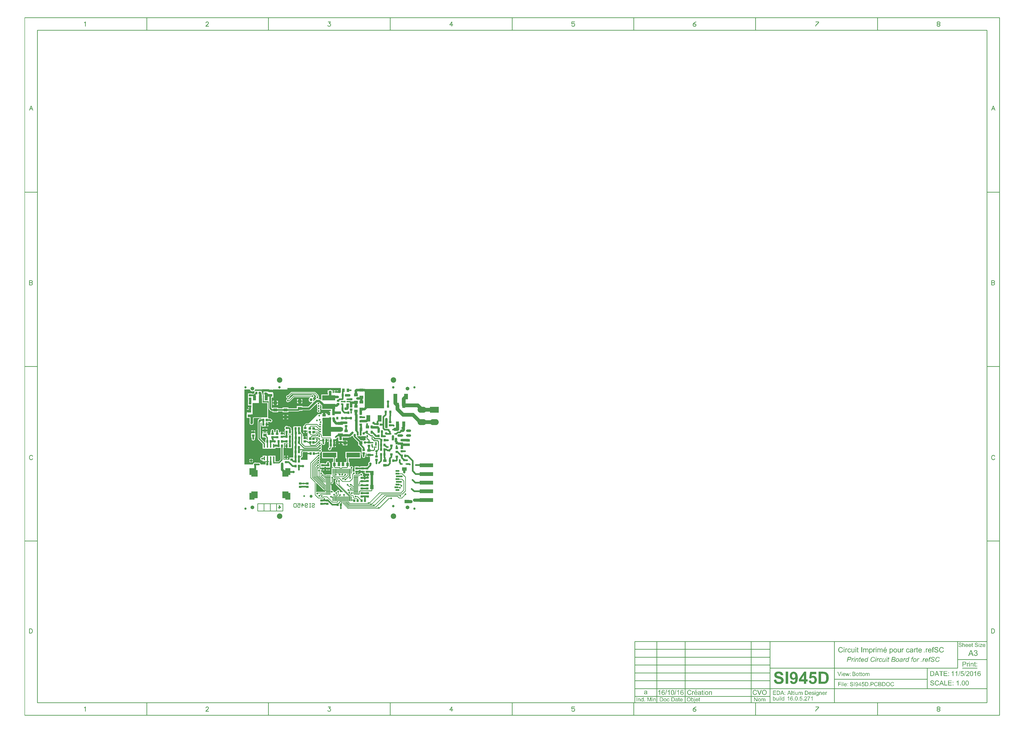
<source format=gbl>
G04 Layer_Physical_Order=4*
G04 Layer_Color=16711680*
%FSLAX25Y25*%
%MOIN*%
G70*
G01*
G75*
%ADD12C,0.01500*%
%ADD13C,0.01800*%
%ADD14C,0.02500*%
%ADD15C,0.02000*%
%ADD16C,0.01000*%
%ADD17C,0.01200*%
%ADD18C,0.05000*%
%ADD19C,0.04000*%
%ADD20C,0.03500*%
%ADD21C,0.00500*%
%ADD22C,0.08661*%
%ADD23C,0.03622*%
%ADD24C,0.04724*%
%ADD25C,0.05906*%
%ADD26O,0.14000X0.09500*%
%ADD28C,0.02900*%
%ADD30R,0.14000X0.09500*%
%ADD31C,0.06000*%
%ADD32R,0.06300X0.04700*%
%ADD33R,0.03400X0.04000*%
%ADD34R,0.03200X0.04000*%
%ADD35R,0.03500X0.04000*%
%ADD36R,0.05700X0.04150*%
%ADD37R,0.04150X0.05700*%
%ADD38R,0.05700X0.04300*%
%ADD39R,0.04000X0.03500*%
%ADD40R,0.04300X0.05700*%
%ADD41R,0.05000X0.02400*%
%ADD42R,0.04000X0.03200*%
%ADD43R,0.04000X0.03400*%
%ADD44R,0.08000X0.05000*%
%ADD45R,0.08000X0.15000*%
%ADD46C,0.03937*%
%ADD47C,0.04000*%
%ADD48O,0.03000X0.02000*%
%ADD49R,0.06100X0.09000*%
%ADD50R,0.21654X0.06299*%
%ADD51R,0.05512X0.07087*%
%ADD52R,0.07480X0.05512*%
%ADD53R,0.05906X0.03150*%
%ADD54R,0.20866X0.07874*%
%ADD55R,0.04724X0.07874*%
%ADD56R,0.21600X0.07700*%
%ADD57R,0.07874X0.10630*%
%ADD58R,0.06300X0.10200*%
%ADD59R,0.24400X0.24400*%
%ADD60R,0.04400X0.02400*%
%ADD61R,0.05000X0.08000*%
%ADD62R,0.15000X0.08000*%
%ADD63R,0.02400X0.06300*%
%ADD64R,0.05315X0.04921*%
%ADD65R,0.03543X0.04921*%
%ADD66R,0.01575X0.02362*%
%ADD67R,0.02362X0.02362*%
%ADD68R,0.02800X0.01600*%
%ADD69R,0.07500X0.01300*%
%ADD70R,0.01300X0.07500*%
%ADD71R,0.05315X0.05512*%
%ADD72C,0.03000*%
%ADD73C,0.01250*%
%ADD74C,0.02200*%
%ADD75C,0.07500*%
%ADD76R,0.31125X0.30625*%
%ADD77R,0.23700X0.22500*%
%ADD78R,0.13750X0.29375*%
G36*
X-83125Y181250D02*
X-84375Y180000D01*
X-87499D01*
Y181275D01*
X-90999D01*
Y181875D01*
D01*
Y181275D01*
X-94499D01*
Y180000D01*
X-96373D01*
Y184453D01*
X-98385D01*
X-98647Y184654D01*
X-99421Y184974D01*
X-100251Y185083D01*
X-101081Y184974D01*
X-101855Y184654D01*
X-102117Y184453D01*
X-104129D01*
Y179297D01*
X-103460D01*
Y177830D01*
X-114311D01*
Y169263D01*
X-114856Y169037D01*
X-115410Y169590D01*
X-116022Y170060D01*
X-116735Y170356D01*
X-117500Y170456D01*
X-118812D01*
X-119012Y171046D01*
X-118748Y171248D01*
X-118327Y171798D01*
X-118062Y172438D01*
X-117971Y173125D01*
X-118062Y173812D01*
X-118327Y174452D01*
X-118748Y175002D01*
X-118911Y175126D01*
Y175859D01*
X-119041Y176515D01*
X-119413Y177071D01*
X-123554Y181212D01*
X-124110Y181584D01*
X-124766Y181714D01*
X-161500D01*
X-162000Y181615D01*
X-162156Y181584D01*
X-162712Y181212D01*
X-167297Y176627D01*
X-167500Y176654D01*
X-168187Y176563D01*
X-168827Y176298D01*
X-169377Y175876D01*
X-169798Y175327D01*
X-170063Y174687D01*
X-170154Y174000D01*
X-170063Y173313D01*
X-169798Y172673D01*
X-169377Y172124D01*
X-168827Y171702D01*
X-168187Y171437D01*
X-167500Y171346D01*
X-166813Y171437D01*
X-166173Y171702D01*
X-165623Y172124D01*
X-165202Y172673D01*
X-164937Y173313D01*
X-164846Y174000D01*
X-164873Y174203D01*
X-160790Y178286D01*
X-125476D01*
X-122747Y175557D01*
X-122502Y175002D01*
X-122923Y174452D01*
X-123188Y173812D01*
X-123279Y173125D01*
X-123188Y172438D01*
X-122923Y171798D01*
X-122502Y171248D01*
X-122191Y171010D01*
X-122233Y170624D01*
X-122356Y170393D01*
X-122640Y170356D01*
X-123353Y170060D01*
X-123966Y169590D01*
X-126521Y167035D01*
X-127059Y166812D01*
X-127431Y167297D01*
X-127363Y167385D01*
X-126986Y168295D01*
X-126857Y169272D01*
X-126986Y170248D01*
X-127363Y171158D01*
X-127846Y171788D01*
X-127714Y172275D01*
X-127612Y172414D01*
X-127438Y172437D01*
X-126798Y172702D01*
X-126249Y173124D01*
X-125827Y173673D01*
X-125562Y174313D01*
X-125471Y175000D01*
X-125562Y175687D01*
X-125827Y176327D01*
X-126249Y176876D01*
X-126798Y177298D01*
X-127438Y177563D01*
X-128125Y177654D01*
X-128812Y177563D01*
X-129452Y177298D01*
X-130001Y176876D01*
X-130126Y176714D01*
X-158424D01*
X-159080Y176584D01*
X-159636Y176212D01*
X-162000Y173848D01*
X-165820Y170028D01*
X-166173Y170298D01*
X-166813Y170563D01*
X-167500Y170654D01*
X-167500D01*
X-168187Y170563D01*
X-168827Y170298D01*
X-169377Y169877D01*
X-169798Y169327D01*
X-170063Y168687D01*
X-170154Y168000D01*
X-170063Y167313D01*
X-169798Y166673D01*
X-169377Y166123D01*
X-168827Y165702D01*
X-168187Y165437D01*
X-167681Y165370D01*
D01*
X-167500Y165346D01*
X-166813Y165437D01*
X-166173Y165702D01*
X-165623Y166123D01*
X-165499Y166286D01*
X-165424D01*
X-164768Y166416D01*
X-164212Y166788D01*
X-162545Y168455D01*
X-157714Y173286D01*
X-132254D01*
X-132136Y172696D01*
X-132516Y172539D01*
X-133297Y171939D01*
X-133897Y171158D01*
X-134274Y170248D01*
X-134402Y169272D01*
X-134274Y168295D01*
X-133897Y167385D01*
X-133297Y166604D01*
X-132516Y166005D01*
X-131606Y165628D01*
X-130630Y165499D01*
X-129654Y165628D01*
X-128968Y165912D01*
X-128617Y165502D01*
X-128585Y165432D01*
X-128910Y164646D01*
X-135058Y158498D01*
X-144222D01*
Y159269D01*
X-153278D01*
Y155687D01*
X-166722D01*
Y156937D01*
X-175778D01*
Y155687D01*
X-182972D01*
Y156769D01*
X-192028D01*
Y156368D01*
X-192618Y156123D01*
X-193146Y156652D01*
Y172722D01*
X-190772D01*
Y179778D01*
X-190986D01*
X-191150Y180300D01*
X-191150D01*
Y182850D01*
X-195000D01*
Y184050D01*
X-191150D01*
Y185625D01*
X-181284D01*
X-181102Y185601D01*
X-180920Y185625D01*
X-168125D01*
Y188125D01*
X-83125D01*
Y181250D01*
D02*
G37*
G36*
X-227641Y184804D02*
X-226947Y183899D01*
X-226042Y183205D01*
X-224989Y182769D01*
X-223858Y182620D01*
X-222728Y182769D01*
X-221674Y183205D01*
X-221230Y183547D01*
X-220668Y183234D01*
Y180477D01*
X-222277Y178869D01*
X-224122D01*
Y179518D01*
X-230878D01*
Y173262D01*
Y167982D01*
X-230456D01*
Y167018D01*
X-230878D01*
Y160762D01*
X-230500D01*
Y159210D01*
X-227500D01*
Y158610D01*
X-226900D01*
Y155860D01*
X-225900D01*
Y154250D01*
X-228150D01*
Y151100D01*
X-228750D01*
Y150500D01*
X-232600D01*
Y147950D01*
X-232600D01*
X-232764Y147428D01*
X-232978D01*
Y140372D01*
X-228209D01*
Y138750D01*
Y133865D01*
X-228430Y133330D01*
X-228539Y132500D01*
X-228430Y131670D01*
X-228110Y130896D01*
X-227600Y130231D01*
X-226935Y129721D01*
X-226161Y129401D01*
X-225331Y129291D01*
X-224500Y129401D01*
X-223727Y129721D01*
X-223062Y130231D01*
X-222731Y130562D01*
X-222221Y131227D01*
X-221901Y132000D01*
X-221791Y132831D01*
Y138750D01*
Y140130D01*
X-221539Y140164D01*
X-221220Y140296D01*
X-209768D01*
Y139479D01*
X-211000D01*
X-211615Y139356D01*
X-212000Y139407D01*
X-212882Y139291D01*
X-213703Y138951D01*
X-214409Y138409D01*
X-214951Y137704D01*
X-215291Y136882D01*
X-215407Y136000D01*
X-215295Y135147D01*
X-215349Y134875D01*
X-215349Y134875D01*
Y107625D01*
X-215349Y107625D01*
X-215180Y106774D01*
X-214698Y106052D01*
X-207578Y98933D01*
Y91472D01*
X-187422D01*
Y92619D01*
X-186832Y93137D01*
X-186500Y93093D01*
X-185858Y93177D01*
X-185268Y92782D01*
Y92622D01*
X-179084D01*
Y74561D01*
X-182421Y71224D01*
X-186935D01*
X-187422Y71472D01*
Y80528D01*
X-197366D01*
X-197578Y80528D01*
X-198011Y80150D01*
X-198168Y80150D01*
X-199400D01*
Y76000D01*
Y71850D01*
X-198049Y71850D01*
X-197609Y71339D01*
X-197654Y71000D01*
X-197626Y70790D01*
X-197988Y70378D01*
X-197988Y70378D01*
X-198421Y70000D01*
X-199540D01*
Y67000D01*
X-200740D01*
Y70000D01*
X-202890D01*
Y66500D01*
X-210846D01*
X-210937Y67187D01*
X-211202Y67827D01*
X-211624Y68376D01*
X-212173Y68798D01*
X-212813Y69063D01*
X-213500Y69154D01*
X-214187Y69063D01*
X-214391Y68979D01*
X-217864D01*
X-218618Y69291D01*
X-219500Y69407D01*
X-220382Y69291D01*
X-221203Y68951D01*
X-221909Y68409D01*
X-222451Y67703D01*
X-222791Y66882D01*
X-222841Y66500D01*
X-236500D01*
Y185625D01*
X-227981D01*
X-227641Y184804D01*
D02*
G37*
G36*
X-205895Y184959D02*
X-202895D01*
Y183759D01*
X-205895D01*
Y182207D01*
X-206273D01*
Y175951D01*
X-205876D01*
Y167022D01*
X-198120D01*
X-198104Y166439D01*
Y155625D01*
X-197915Y154676D01*
X-197378Y153872D01*
X-194961Y151456D01*
X-194157Y150919D01*
X-193209Y150730D01*
X-192028D01*
Y149313D01*
X-182972D01*
Y150730D01*
X-175778D01*
Y149481D01*
X-166722D01*
Y150730D01*
X-151083D01*
X-150134Y150919D01*
X-149330Y151456D01*
X-148972Y151813D01*
X-144222D01*
Y152585D01*
X-133834D01*
X-133069Y152686D01*
X-132355Y152981D01*
X-131743Y153451D01*
X-124729Y160465D01*
X-123922Y160799D01*
X-123216Y161341D01*
X-122674Y162047D01*
X-122340Y162854D01*
X-122184Y163010D01*
X-121563Y162813D01*
X-121298Y162173D01*
X-120877Y161624D01*
X-120442Y161291D01*
X-120798Y160827D01*
X-121063Y160187D01*
X-121154Y159500D01*
X-121063Y158813D01*
X-120798Y158173D01*
X-120377Y157624D01*
Y157377D01*
X-120798Y156827D01*
X-121063Y156187D01*
X-121154Y155500D01*
X-121063Y154813D01*
X-120798Y154173D01*
X-120377Y153623D01*
Y153376D01*
X-120798Y152827D01*
X-121063Y152187D01*
X-121154Y151500D01*
X-121063Y150813D01*
X-120798Y150173D01*
X-120377Y149624D01*
X-119827Y149202D01*
X-119187Y148937D01*
X-118500Y148846D01*
X-117813Y148937D01*
X-117173Y149202D01*
X-116623Y149624D01*
X-116202Y150173D01*
X-115937Y150813D01*
X-115846Y151500D01*
X-115937Y152187D01*
X-116202Y152827D01*
X-116623Y153376D01*
Y153623D01*
X-116202Y154173D01*
X-115937Y154813D01*
X-115846Y155500D01*
X-115937Y156187D01*
X-116202Y156827D01*
X-116623Y157377D01*
Y157624D01*
X-116202Y158173D01*
X-115937Y158813D01*
X-115846Y159500D01*
X-115937Y160187D01*
X-116202Y160827D01*
X-116600Y161346D01*
X-116583Y161496D01*
X-116565Y161550D01*
X-115889Y161708D01*
X-114311Y160130D01*
Y153420D01*
X-99375D01*
Y151350D01*
X-101600D01*
Y147500D01*
X-102200D01*
Y146900D01*
X-105504D01*
X-105914Y146606D01*
X-106150Y146704D01*
Y148000D01*
X-109400D01*
Y144850D01*
X-110600D01*
Y148000D01*
X-113850D01*
Y146672D01*
X-114267Y146255D01*
X-116117Y146255D01*
X-116173Y146298D01*
X-116813Y146563D01*
X-117500Y146654D01*
X-118187Y146563D01*
X-118827Y146298D01*
X-118882Y146256D01*
X-119788Y146256D01*
X-134411Y131816D01*
X-138125D01*
X-138820Y131678D01*
X-139409Y131284D01*
X-141284Y129409D01*
X-141678Y128820D01*
X-141816Y128125D01*
Y127643D01*
X-143378D01*
Y121387D01*
X-143000D01*
Y119835D01*
X-140000D01*
X-137000D01*
Y120921D01*
X-136826Y120985D01*
X-136250Y120569D01*
Y105640D01*
X-136705Y105262D01*
X-137247Y105358D01*
Y106253D01*
X-137625D01*
Y107805D01*
X-140625D01*
Y108405D01*
X-141225D01*
Y111155D01*
X-143625D01*
X-143684Y111721D01*
Y114250D01*
X-143822Y114945D01*
X-144216Y115534D01*
X-146216Y117534D01*
X-146592Y117785D01*
Y119628D01*
X-147381D01*
Y120372D01*
X-146732D01*
Y127128D01*
X-158268D01*
Y126500D01*
X-159000D01*
Y77500D01*
X-165000D01*
X-165006Y77078D01*
X-165047D01*
Y74000D01*
X-174636D01*
Y92622D01*
X-173732D01*
Y99378D01*
X-173732D01*
Y99622D01*
X-173732D01*
Y100646D01*
X-172643D01*
Y99747D01*
X-166714D01*
Y99003D01*
X-167363D01*
Y98625D01*
X-168915D01*
Y95625D01*
Y92625D01*
X-167363D01*
Y92247D01*
X-161107D01*
Y99003D01*
X-161756D01*
Y99747D01*
X-161107D01*
Y106503D01*
X-161756D01*
Y107247D01*
X-161107D01*
Y114003D01*
X-167036D01*
Y114747D01*
X-161107D01*
Y121503D01*
X-161896D01*
Y122234D01*
X-161812Y122438D01*
X-161721Y123125D01*
X-161812Y123812D01*
X-162077Y124452D01*
X-162498Y125002D01*
X-162590Y125072D01*
X-163048Y125423D01*
X-163252Y125508D01*
X-163872Y126128D01*
X-164676Y126665D01*
X-165625Y126854D01*
X-167057D01*
X-167672Y127326D01*
X-168125Y127514D01*
X-168493Y127666D01*
X-169375Y127782D01*
X-170257Y127666D01*
X-171079Y127326D01*
X-171784Y126784D01*
X-172326Y126078D01*
X-172666Y125257D01*
X-172782Y124375D01*
X-172666Y123493D01*
X-172326Y122671D01*
X-171882Y122093D01*
X-172073Y121503D01*
X-172643D01*
Y114747D01*
X-171994D01*
Y114003D01*
X-172643D01*
Y113104D01*
X-173497D01*
Y113613D01*
X-173875D01*
Y115165D01*
X-176875D01*
Y115765D01*
X-177475D01*
Y118515D01*
X-179875D01*
Y117500D01*
X-181122D01*
Y118268D01*
X-182021D01*
Y119109D01*
X-181937Y119313D01*
X-181846Y120000D01*
X-181937Y120687D01*
X-182202Y121327D01*
X-182624Y121877D01*
X-183173Y122298D01*
X-183813Y122563D01*
X-184500Y122654D01*
X-185187Y122563D01*
X-185827Y122298D01*
X-186377Y121877D01*
X-186798Y121327D01*
X-187063Y120687D01*
X-187154Y120000D01*
X-187063Y119313D01*
X-186979Y119109D01*
Y118268D01*
X-187878D01*
Y117500D01*
X-188622D01*
Y118268D01*
X-189521D01*
Y119109D01*
X-189437Y119313D01*
X-189346Y120000D01*
X-189437Y120687D01*
X-189702Y121327D01*
X-190123Y121877D01*
X-190673Y122298D01*
X-191313Y122563D01*
X-192000Y122654D01*
X-192687Y122563D01*
X-193327Y122298D01*
X-193877Y121877D01*
X-194298Y121327D01*
X-194563Y120687D01*
X-194654Y120000D01*
X-194563Y119313D01*
X-194479Y119109D01*
Y118268D01*
X-195378D01*
Y113500D01*
X-199772D01*
Y116405D01*
X-208228D01*
Y109500D01*
X-203692D01*
X-202364Y108171D01*
Y106378D01*
X-203268D01*
Y101747D01*
X-203858Y101503D01*
X-210901Y108546D01*
Y132799D01*
X-210358Y133024D01*
X-210120Y132936D01*
X-209768Y132711D01*
Y126622D01*
X-203512D01*
Y127000D01*
X-201960D01*
Y130000D01*
Y133000D01*
X-202948D01*
X-202956Y133032D01*
X-202489Y133622D01*
X-198232D01*
Y134521D01*
X-197182D01*
X-196877Y134124D01*
X-196327Y133702D01*
X-195687Y133437D01*
X-195000Y133346D01*
X-194313Y133437D01*
X-193673Y133702D01*
X-193123Y134124D01*
X-192702Y134673D01*
X-192437Y135313D01*
X-192346Y136000D01*
X-192437Y136687D01*
X-192702Y137327D01*
X-193123Y137876D01*
X-193673Y138298D01*
X-193877Y138383D01*
X-194247Y138753D01*
X-195051Y139290D01*
X-196000Y139479D01*
X-198232D01*
Y140378D01*
X-198620D01*
X-198935Y140968D01*
X-198887Y141039D01*
X-198796Y141500D01*
Y164000D01*
X-198887Y164461D01*
X-199148Y164851D01*
X-199539Y165113D01*
X-200000Y165204D01*
X-207587D01*
Y167022D01*
X-207372D01*
Y177778D01*
X-208041D01*
Y179090D01*
X-208041Y179090D01*
X-208151Y179920D01*
X-208471Y180694D01*
X-208981Y181359D01*
X-208981Y181359D01*
X-209132Y181510D01*
Y183478D01*
X-220384D01*
X-220429Y183528D01*
X-220640Y184068D01*
X-220075Y184804D01*
X-219735Y185625D01*
X-205895D01*
Y184959D01*
D02*
G37*
G36*
X-43640Y110600D02*
X-41240D01*
Y109619D01*
X-43640D01*
Y109619D01*
X-44018D01*
Y105363D01*
X-44389Y104827D01*
X-45000Y104907D01*
X-45882Y104791D01*
X-46704Y104451D01*
X-47025Y104204D01*
X-47615Y104495D01*
Y104752D01*
X-51647D01*
X-57600Y110705D01*
X-57374Y111250D01*
X-52650D01*
X-52500Y111188D01*
X-51800Y111096D01*
X-51100Y111188D01*
X-50950Y111250D01*
X-43640D01*
Y110600D01*
D02*
G37*
G36*
X-63717Y110791D02*
X-63540Y109901D01*
X-63003Y109097D01*
X-55685Y101780D01*
Y96484D01*
X-53971D01*
X-53940Y96326D01*
X-53403Y95522D01*
X-51758Y93877D01*
X-51673Y93673D01*
X-51252Y93124D01*
X-50702Y92702D01*
X-50498Y92617D01*
X-50253Y92373D01*
Y86387D01*
Y81107D01*
X-49354D01*
Y80266D01*
X-49438Y80062D01*
X-49529Y79375D01*
X-49438Y78688D01*
X-49173Y78048D01*
X-48752Y77499D01*
X-48202Y77077D01*
X-47562Y76812D01*
X-46875Y76721D01*
X-46188Y76812D01*
X-45548Y77077D01*
X-44998Y77499D01*
X-44577Y78048D01*
X-44312Y78688D01*
X-44221Y79375D01*
X-44312Y80062D01*
X-44396Y80266D01*
Y81107D01*
X-43497D01*
Y84391D01*
X-42907Y84774D01*
X-42649Y84658D01*
X-42625Y84628D01*
X-42600Y84550D01*
X-42600D01*
Y82000D01*
X-38750D01*
Y81400D01*
X-38150D01*
Y78250D01*
X-36875D01*
Y70825D01*
X-37132Y70791D01*
X-37954Y70451D01*
X-38659Y69909D01*
X-39201Y69204D01*
X-39541Y68382D01*
X-39657Y67500D01*
X-39541Y66618D01*
X-39201Y65797D01*
X-39096Y65660D01*
X-41488Y63268D01*
X-44878D01*
Y63268D01*
X-45372D01*
Y63268D01*
X-52128D01*
Y62619D01*
X-52859D01*
X-53063Y62703D01*
X-53750Y62794D01*
X-54282Y62724D01*
X-54697Y62975D01*
X-54872Y63159D01*
Y63268D01*
X-61628D01*
Y57012D01*
X-61250D01*
Y55361D01*
X-61690Y55067D01*
X-61840Y55067D01*
X-62500Y55154D01*
X-63187Y55063D01*
X-63827Y54798D01*
X-63868Y54766D01*
X-64458Y55058D01*
Y59308D01*
X-64373Y59373D01*
X-63952Y59923D01*
X-63687Y60563D01*
X-63596Y61250D01*
X-63687Y61937D01*
X-63952Y62577D01*
X-64373Y63126D01*
X-64923Y63548D01*
X-65563Y63813D01*
X-66250Y63904D01*
X-66937Y63813D01*
X-67577Y63548D01*
X-68126Y63126D01*
X-68532Y62598D01*
X-68590Y62592D01*
X-69122Y62753D01*
Y70478D01*
X-70658D01*
Y76022D01*
X-51572D01*
Y86478D01*
X-75928D01*
Y76022D01*
X-74341D01*
Y70478D01*
X-76178D01*
Y70264D01*
X-76700Y70100D01*
Y70100D01*
X-79250D01*
Y66250D01*
X-80450D01*
Y70100D01*
X-83000D01*
Y70100D01*
X-83250D01*
Y70100D01*
X-85800D01*
Y66250D01*
X-87000D01*
Y70100D01*
X-89550D01*
Y70100D01*
X-90072Y70264D01*
Y70478D01*
X-91759D01*
Y76022D01*
X-88974D01*
Y86478D01*
X-113330D01*
Y76022D01*
X-95442D01*
Y70478D01*
X-97128D01*
Y62022D01*
X-95426D01*
X-95289Y61713D01*
X-95278Y61655D01*
X-95237Y61594D01*
X-95194Y61497D01*
X-95500Y60925D01*
X-98042D01*
Y51079D01*
X-98145Y50645D01*
X-98579Y50542D01*
X-108425D01*
Y48120D01*
X-108970Y47894D01*
X-109569Y48493D01*
X-109437Y48813D01*
X-109346Y49500D01*
X-109437Y50187D01*
X-109702Y50827D01*
X-110124Y51376D01*
X-110673Y51798D01*
X-111313Y52063D01*
X-111894Y52140D01*
X-111846Y52500D01*
X-111937Y53187D01*
X-112202Y53827D01*
X-112624Y54377D01*
X-113173Y54798D01*
X-113813Y55063D01*
X-114500Y55154D01*
X-115187Y55063D01*
X-115256Y55035D01*
X-115535Y55278D01*
X-115669Y55502D01*
X-115437Y56063D01*
X-115346Y56750D01*
X-115031Y57110D01*
X-113100D01*
Y59260D01*
X-115500D01*
Y58783D01*
X-116090Y58583D01*
X-116123Y58627D01*
X-116673Y59048D01*
X-116876Y59132D01*
X-117194Y59664D01*
X-117134Y59840D01*
X-116937Y60317D01*
X-116846Y61004D01*
X-116937Y61691D01*
X-117202Y62331D01*
X-117623Y62880D01*
Y63064D01*
X-117202Y63614D01*
X-116937Y64254D01*
X-116846Y64941D01*
X-116937Y65628D01*
X-117202Y66268D01*
X-117623Y66817D01*
Y66932D01*
X-117374Y67124D01*
X-116952Y67673D01*
X-116687Y68313D01*
X-116596Y69000D01*
X-116687Y69687D01*
X-116952Y70327D01*
X-117335Y70826D01*
X-117189Y70938D01*
X-116767Y71488D01*
X-116502Y72128D01*
X-116411Y72815D01*
X-116502Y73502D01*
X-116767Y74142D01*
X-117161Y74655D01*
X-116874Y74875D01*
X-116452Y75425D01*
X-116187Y76065D01*
X-116096Y76752D01*
X-116187Y77439D01*
X-116452Y78079D01*
X-116874Y78628D01*
Y78812D01*
X-116452Y79362D01*
X-116187Y80002D01*
X-116096Y80689D01*
X-116187Y81376D01*
X-116452Y82016D01*
X-116848Y82532D01*
X-116452Y83048D01*
X-116187Y83688D01*
X-116096Y84375D01*
X-116187Y85062D01*
X-115745Y85538D01*
X-115563Y85562D01*
X-114923Y85827D01*
X-114374Y86248D01*
X-113952Y86798D01*
X-113687Y87438D01*
X-113596Y88125D01*
X-113687Y88812D01*
X-113952Y89452D01*
X-114374Y90001D01*
X-114394Y90017D01*
Y90608D01*
X-114374Y90623D01*
X-113952Y91173D01*
X-113687Y91813D01*
X-113596Y92500D01*
X-113687Y93187D01*
X-113952Y93827D01*
X-114372Y94375D01*
X-113952Y94923D01*
X-113687Y95563D01*
X-113596Y96250D01*
X-113687Y96937D01*
X-113952Y97577D01*
X-114374Y98127D01*
X-114765Y98427D01*
X-114577Y98673D01*
X-114312Y99313D01*
X-114235Y99895D01*
X-113640D01*
X-113563Y99313D01*
X-113298Y98673D01*
X-112876Y98124D01*
X-112327Y97702D01*
X-111687Y97437D01*
X-111000Y97346D01*
X-110313Y97437D01*
X-109673Y97702D01*
X-109124Y98124D01*
X-108702Y98673D01*
X-108437Y99313D01*
X-108346Y100000D01*
X-108437Y100687D01*
X-108580Y101032D01*
X-108262Y101622D01*
X-108262D01*
X-107829Y102000D01*
X-106710D01*
Y105000D01*
X-106110D01*
Y105600D01*
X-103360D01*
Y107036D01*
X-102268D01*
Y101122D01*
Y97437D01*
Y93823D01*
X-102327Y93798D01*
X-102876Y93376D01*
X-103298Y92827D01*
X-103563Y92187D01*
X-103654Y91500D01*
X-103563Y90813D01*
X-103298Y90173D01*
X-102876Y89623D01*
X-102327Y89202D01*
X-101687Y88937D01*
X-101000Y88846D01*
X-100313Y88937D01*
X-99673Y89202D01*
X-99124Y89623D01*
X-98702Y90173D01*
X-98437Y90813D01*
X-98346Y91500D01*
X-98396Y91880D01*
X-97928Y92348D01*
X-97556Y92904D01*
X-97426Y93560D01*
Y93622D01*
X-96012D01*
Y94000D01*
X-94460D01*
Y97000D01*
Y100000D01*
X-95000D01*
Y101500D01*
X-94460D01*
Y104500D01*
X-93860D01*
Y105100D01*
X-91110D01*
Y107365D01*
X-90563Y107437D01*
X-89923Y107702D01*
X-89373Y108124D01*
X-88952Y108673D01*
X-88867Y108877D01*
X-88375Y109370D01*
X-87128D01*
Y103887D01*
X-86750D01*
Y102335D01*
X-83750D01*
Y101735D01*
X-83150D01*
Y98985D01*
X-80897D01*
X-80750Y98985D01*
X-80308Y98629D01*
Y96862D01*
X-77250D01*
Y100618D01*
Y104374D01*
X-79782D01*
X-80308Y104374D01*
X-80372Y104937D01*
Y109370D01*
X-79228D01*
Y109122D01*
X-70772D01*
Y109694D01*
X-69225D01*
X-68460Y109794D01*
X-67747Y110090D01*
X-67134Y110559D01*
X-66444Y111250D01*
X-64069D01*
X-63717Y110791D01*
D02*
G37*
G36*
X-136250Y73750D02*
X-146732D01*
Y74628D01*
X-147381D01*
Y75372D01*
X-146732D01*
Y76962D01*
X-146180Y77072D01*
X-145591Y77466D01*
X-144341Y78716D01*
X-143947Y79305D01*
X-143809Y80000D01*
Y85498D01*
X-143185Y86122D01*
X-136250D01*
Y73750D01*
D02*
G37*
G36*
X-52128Y57012D02*
X-51750D01*
Y55460D01*
X-48750D01*
X-45750D01*
Y56618D01*
X-45468Y56759D01*
X-44878Y56406D01*
Y51732D01*
X-38122D01*
X-38110Y51147D01*
Y48030D01*
X-40400D01*
Y45280D01*
X-41000D01*
Y44680D01*
X-44000D01*
Y43128D01*
X-44378D01*
Y42339D01*
X-46622D01*
Y42988D01*
X-47000D01*
Y44540D01*
X-50000D01*
Y45740D01*
X-47000D01*
Y47890D01*
X-48184D01*
X-48475Y48480D01*
X-48327Y48673D01*
X-48062Y49313D01*
X-47971Y50000D01*
X-48062Y50687D01*
X-48327Y51327D01*
X-48475Y51520D01*
X-48184Y52110D01*
X-45750D01*
Y54260D01*
X-48750D01*
X-51750D01*
Y52382D01*
X-51952Y52298D01*
X-52501Y51876D01*
X-52626Y51714D01*
X-53125D01*
X-53781Y51584D01*
X-54337Y51212D01*
X-55007Y50542D01*
X-59943D01*
X-60233Y51132D01*
X-60202Y51173D01*
X-59937Y51813D01*
X-59898Y52110D01*
X-58850D01*
Y54860D01*
X-58250D01*
Y55460D01*
X-55250D01*
Y57012D01*
X-54872D01*
Y57121D01*
X-54697Y57305D01*
X-54282Y57556D01*
X-53750Y57486D01*
X-53063Y57577D01*
X-52859Y57661D01*
X-52128D01*
Y57012D01*
D02*
G37*
G36*
X-163563Y49685D02*
X-166516D01*
Y46929D01*
X-176358D01*
Y57559D01*
X-171437D01*
Y60315D01*
X-163563D01*
Y49685D01*
D02*
G37*
G36*
X-220650Y57559D02*
X-215728D01*
Y46929D01*
X-225571D01*
Y49685D01*
X-228524D01*
Y60315D01*
X-220650D01*
Y57559D01*
D02*
G37*
G36*
X-93712Y43788D02*
X-93156Y43416D01*
X-92500Y43286D01*
X-87348D01*
X-87205Y43069D01*
X-87432Y42358D01*
X-87577Y42298D01*
X-88125Y41878D01*
X-88673Y42298D01*
X-89313Y42563D01*
X-90000Y42654D01*
X-90687Y42563D01*
X-91327Y42298D01*
X-91877Y41877D01*
X-92298Y41327D01*
X-92563Y40687D01*
X-92654Y40000D01*
X-92563Y39313D01*
X-92298Y38673D01*
X-91877Y38124D01*
X-91714Y37999D01*
Y35625D01*
X-91584Y34969D01*
X-91212Y34413D01*
X-79844Y23045D01*
X-80070Y22500D01*
X-84488D01*
X-84900Y23090D01*
X-84846Y23500D01*
X-84937Y24187D01*
X-85202Y24827D01*
X-85624Y25376D01*
X-86173Y25798D01*
X-86813Y26063D01*
X-87500Y26154D01*
X-88187Y26063D01*
X-88827Y25798D01*
X-89376Y25376D01*
X-89798Y24827D01*
X-90063Y24187D01*
X-90140Y23606D01*
X-90500Y23654D01*
X-91187Y23563D01*
X-91827Y23298D01*
X-92377Y22876D01*
X-92665Y22500D01*
X-94465D01*
X-94854Y22944D01*
X-94846Y23000D01*
X-94937Y23687D01*
X-95202Y24327D01*
X-95623Y24877D01*
X-96173Y25298D01*
X-96813Y25563D01*
X-97500Y25654D01*
X-97726Y25624D01*
X-98169Y26013D01*
Y30738D01*
Y34912D01*
X-97602Y35025D01*
X-97013Y35419D01*
X-95716Y36716D01*
X-95322Y37305D01*
X-95184Y38000D01*
Y43577D01*
X-95123Y43624D01*
X-94801Y44043D01*
X-94129Y44205D01*
X-93712Y43788D01*
D02*
G37*
G36*
X-110572Y25648D02*
X-110016Y25277D01*
X-109360Y25146D01*
X-108425D01*
Y22669D01*
X-120045D01*
X-120471Y22584D01*
X-121000Y22654D01*
X-121687Y22563D01*
X-121840Y22500D01*
X-122661D01*
Y36966D01*
X-122116Y37192D01*
X-110572Y25648D01*
D02*
G37*
G36*
X-166516Y20945D02*
X-163563D01*
Y10315D01*
X-171437D01*
Y12677D01*
X-176358D01*
Y23307D01*
X-166516D01*
Y20945D01*
D02*
G37*
G36*
X-215728Y12677D02*
X-220650D01*
Y10315D01*
X-228524D01*
Y20945D01*
X-225571D01*
Y23307D01*
X-215728D01*
Y12677D01*
D02*
G37*
G36*
X931837Y-218386D02*
X931046D01*
Y-217488D01*
X931837D01*
Y-218386D01*
D02*
G37*
G36*
X927562Y-217390D02*
X927630D01*
X927796Y-217410D01*
X927991Y-217439D01*
X928206Y-217478D01*
X928421Y-217536D01*
X928626Y-217615D01*
X928636D01*
X928645Y-217624D01*
X928675Y-217634D01*
X928714Y-217654D01*
X928811Y-217712D01*
X928938Y-217780D01*
X929075Y-217878D01*
X929211Y-217995D01*
X929348Y-218132D01*
X929465Y-218288D01*
X929475Y-218307D01*
X929514Y-218366D01*
X929563Y-218464D01*
X929611Y-218581D01*
X929670Y-218727D01*
X929729Y-218903D01*
X929768Y-219088D01*
X929787Y-219293D01*
X928977Y-219352D01*
Y-219342D01*
Y-219323D01*
X928967Y-219293D01*
X928958Y-219254D01*
X928938Y-219147D01*
X928899Y-219010D01*
X928841Y-218864D01*
X928762Y-218717D01*
X928655Y-218571D01*
X928528Y-218444D01*
X928509Y-218434D01*
X928460Y-218395D01*
X928372Y-218347D01*
X928255Y-218288D01*
X928099Y-218229D01*
X927903Y-218181D01*
X927679Y-218142D01*
X927415Y-218132D01*
X927289D01*
X927230Y-218142D01*
X927152D01*
X926986Y-218171D01*
X926801Y-218200D01*
X926615Y-218249D01*
X926439Y-218317D01*
X926361Y-218366D01*
X926293Y-218415D01*
X926283Y-218425D01*
X926244Y-218464D01*
X926186Y-218522D01*
X926127Y-218610D01*
X926059Y-218708D01*
X926010Y-218825D01*
X925971Y-218952D01*
X925951Y-219098D01*
Y-219118D01*
Y-219157D01*
X925961Y-219225D01*
X925981Y-219303D01*
X926010Y-219391D01*
X926059Y-219489D01*
X926117Y-219576D01*
X926196Y-219664D01*
X926205Y-219674D01*
X926254Y-219703D01*
X926283Y-219723D01*
X926322Y-219752D01*
X926381Y-219772D01*
X926449Y-219801D01*
X926527Y-219840D01*
X926615Y-219879D01*
X926713Y-219908D01*
X926830Y-219947D01*
X926966Y-219996D01*
X927113Y-220035D01*
X927279Y-220074D01*
X927464Y-220123D01*
X927474D01*
X927513Y-220133D01*
X927562Y-220142D01*
X927630Y-220162D01*
X927718Y-220181D01*
X927816Y-220211D01*
X928030Y-220259D01*
X928265Y-220328D01*
X928499Y-220396D01*
X928616Y-220425D01*
X928714Y-220464D01*
X928811Y-220503D01*
X928889Y-220533D01*
X928899D01*
X928918Y-220543D01*
X928938Y-220562D01*
X928977Y-220582D01*
X929075Y-220640D01*
X929202Y-220708D01*
X929338Y-220806D01*
X929475Y-220923D01*
X929602Y-221050D01*
X929709Y-221187D01*
X929719Y-221206D01*
X929748Y-221255D01*
X929797Y-221333D01*
X929846Y-221450D01*
X929895Y-221577D01*
X929943Y-221733D01*
X929973Y-221909D01*
X929982Y-222094D01*
Y-222104D01*
Y-222114D01*
Y-222143D01*
Y-222182D01*
X929963Y-222280D01*
X929943Y-222407D01*
X929914Y-222553D01*
X929856Y-222719D01*
X929787Y-222895D01*
X929690Y-223061D01*
X929680Y-223080D01*
X929631Y-223139D01*
X929572Y-223217D01*
X929475Y-223314D01*
X929358Y-223431D01*
X929211Y-223549D01*
X929036Y-223656D01*
X928841Y-223763D01*
X928831D01*
X928811Y-223773D01*
X928782Y-223783D01*
X928743Y-223802D01*
X928694Y-223822D01*
X928636Y-223841D01*
X928479Y-223881D01*
X928304Y-223929D01*
X928089Y-223968D01*
X927864Y-223998D01*
X927611Y-224007D01*
X927464D01*
X927396Y-223998D01*
X927308D01*
X927211Y-223988D01*
X927103Y-223978D01*
X926879Y-223949D01*
X926635Y-223900D01*
X926391Y-223841D01*
X926157Y-223763D01*
X926147D01*
X926127Y-223754D01*
X926098Y-223734D01*
X926059Y-223715D01*
X925951Y-223656D01*
X925825Y-223568D01*
X925668Y-223461D01*
X925522Y-223334D01*
X925366Y-223178D01*
X925229Y-223002D01*
Y-222992D01*
X925220Y-222983D01*
X925200Y-222953D01*
X925181Y-222914D01*
X925151Y-222865D01*
X925122Y-222807D01*
X925063Y-222660D01*
X925005Y-222495D01*
X924946Y-222290D01*
X924907Y-222075D01*
X924888Y-221841D01*
X925688Y-221772D01*
Y-221782D01*
Y-221792D01*
X925698Y-221850D01*
X925717Y-221938D01*
X925737Y-222055D01*
X925776Y-222182D01*
X925815Y-222319D01*
X925873Y-222446D01*
X925942Y-222573D01*
X925951Y-222582D01*
X925981Y-222621D01*
X926030Y-222680D01*
X926108Y-222748D01*
X926196Y-222826D01*
X926303Y-222914D01*
X926439Y-222992D01*
X926586Y-223070D01*
X926596D01*
X926605Y-223080D01*
X926664Y-223100D01*
X926752Y-223129D01*
X926879Y-223158D01*
X927015Y-223197D01*
X927191Y-223227D01*
X927376Y-223246D01*
X927572Y-223256D01*
X927650D01*
X927747Y-223246D01*
X927855Y-223236D01*
X927991Y-223227D01*
X928128Y-223197D01*
X928274Y-223168D01*
X928421Y-223119D01*
X928440Y-223109D01*
X928479Y-223090D01*
X928548Y-223061D01*
X928626Y-223012D01*
X928723Y-222953D01*
X928811Y-222885D01*
X928899Y-222807D01*
X928977Y-222719D01*
X928987Y-222709D01*
X929006Y-222670D01*
X929036Y-222621D01*
X929075Y-222553D01*
X929104Y-222475D01*
X929133Y-222377D01*
X929153Y-222280D01*
X929163Y-222172D01*
Y-222163D01*
Y-222124D01*
X929153Y-222065D01*
X929143Y-221997D01*
X929123Y-221909D01*
X929084Y-221821D01*
X929045Y-221733D01*
X928987Y-221645D01*
X928977Y-221636D01*
X928958Y-221606D01*
X928909Y-221567D01*
X928850Y-221509D01*
X928772Y-221450D01*
X928675Y-221392D01*
X928548Y-221323D01*
X928411Y-221265D01*
X928401Y-221255D01*
X928362Y-221245D01*
X928284Y-221226D01*
X928235Y-221206D01*
X928177Y-221187D01*
X928099Y-221167D01*
X928021Y-221148D01*
X927923Y-221118D01*
X927825Y-221089D01*
X927708Y-221060D01*
X927572Y-221031D01*
X927425Y-220991D01*
X927269Y-220953D01*
X927259D01*
X927230Y-220943D01*
X927181Y-220933D01*
X927123Y-220913D01*
X927054Y-220894D01*
X926976Y-220874D01*
X926791Y-220826D01*
X926586Y-220757D01*
X926381Y-220689D01*
X926196Y-220621D01*
X926108Y-220591D01*
X926039Y-220552D01*
X926030D01*
X926020Y-220543D01*
X925961Y-220503D01*
X925883Y-220455D01*
X925786Y-220386D01*
X925668Y-220299D01*
X925561Y-220201D01*
X925454Y-220084D01*
X925356Y-219957D01*
X925346Y-219937D01*
X925317Y-219889D01*
X925288Y-219820D01*
X925249Y-219723D01*
X925200Y-219606D01*
X925171Y-219469D01*
X925141Y-219313D01*
X925132Y-219157D01*
Y-219147D01*
Y-219137D01*
Y-219108D01*
Y-219069D01*
X925151Y-218981D01*
X925171Y-218864D01*
X925200Y-218717D01*
X925249Y-218571D01*
X925317Y-218405D01*
X925405Y-218249D01*
Y-218239D01*
X925415Y-218229D01*
X925454Y-218181D01*
X925522Y-218103D01*
X925610Y-218005D01*
X925717Y-217907D01*
X925854Y-217800D01*
X926020Y-217693D01*
X926205Y-217605D01*
X926215D01*
X926225Y-217595D01*
X926254Y-217585D01*
X926303Y-217566D01*
X926352Y-217556D01*
X926410Y-217536D01*
X926547Y-217488D01*
X926723Y-217449D01*
X926918Y-217419D01*
X927142Y-217390D01*
X927376Y-217380D01*
X927494D01*
X927562Y-217390D01*
D02*
G37*
G36*
X901678D02*
X901747D01*
X901913Y-217410D01*
X902108Y-217439D01*
X902322Y-217478D01*
X902537Y-217536D01*
X902742Y-217615D01*
X902752D01*
X902762Y-217624D01*
X902791Y-217634D01*
X902830Y-217654D01*
X902928Y-217712D01*
X903055Y-217780D01*
X903191Y-217878D01*
X903328Y-217995D01*
X903465Y-218132D01*
X903582Y-218288D01*
X903591Y-218307D01*
X903630Y-218366D01*
X903679Y-218464D01*
X903728Y-218581D01*
X903786Y-218727D01*
X903845Y-218903D01*
X903884Y-219088D01*
X903904Y-219293D01*
X903094Y-219352D01*
Y-219342D01*
Y-219323D01*
X903084Y-219293D01*
X903074Y-219254D01*
X903055Y-219147D01*
X903016Y-219010D01*
X902957Y-218864D01*
X902879Y-218717D01*
X902771Y-218571D01*
X902645Y-218444D01*
X902625Y-218434D01*
X902576Y-218395D01*
X902489Y-218347D01*
X902371Y-218288D01*
X902215Y-218229D01*
X902020Y-218181D01*
X901795Y-218142D01*
X901532Y-218132D01*
X901405D01*
X901346Y-218142D01*
X901268D01*
X901103Y-218171D01*
X900917Y-218200D01*
X900732Y-218249D01*
X900556Y-218317D01*
X900478Y-218366D01*
X900410Y-218415D01*
X900400Y-218425D01*
X900361Y-218464D01*
X900302Y-218522D01*
X900244Y-218610D01*
X900175Y-218708D01*
X900126Y-218825D01*
X900088Y-218952D01*
X900068Y-219098D01*
Y-219118D01*
Y-219157D01*
X900078Y-219225D01*
X900097Y-219303D01*
X900126Y-219391D01*
X900175Y-219489D01*
X900234Y-219576D01*
X900312Y-219664D01*
X900322Y-219674D01*
X900371Y-219703D01*
X900400Y-219723D01*
X900439Y-219752D01*
X900497Y-219772D01*
X900566Y-219801D01*
X900644Y-219840D01*
X900732Y-219879D01*
X900829Y-219908D01*
X900946Y-219947D01*
X901083Y-219996D01*
X901229Y-220035D01*
X901395Y-220074D01*
X901581Y-220123D01*
X901591D01*
X901630Y-220133D01*
X901678Y-220142D01*
X901747Y-220162D01*
X901834Y-220181D01*
X901932Y-220211D01*
X902147Y-220259D01*
X902381Y-220328D01*
X902615Y-220396D01*
X902732Y-220425D01*
X902830Y-220464D01*
X902928Y-220503D01*
X903006Y-220533D01*
X903016D01*
X903035Y-220543D01*
X903055Y-220562D01*
X903094Y-220582D01*
X903191Y-220640D01*
X903318Y-220708D01*
X903455Y-220806D01*
X903591Y-220923D01*
X903718Y-221050D01*
X903826Y-221187D01*
X903835Y-221206D01*
X903865Y-221255D01*
X903913Y-221333D01*
X903962Y-221450D01*
X904011Y-221577D01*
X904060Y-221733D01*
X904089Y-221909D01*
X904099Y-222094D01*
Y-222104D01*
Y-222114D01*
Y-222143D01*
Y-222182D01*
X904079Y-222280D01*
X904060Y-222407D01*
X904031Y-222553D01*
X903972Y-222719D01*
X903904Y-222895D01*
X903806Y-223061D01*
X903796Y-223080D01*
X903747Y-223139D01*
X903689Y-223217D01*
X903591Y-223314D01*
X903474Y-223431D01*
X903328Y-223549D01*
X903152Y-223656D01*
X902957Y-223763D01*
X902947D01*
X902928Y-223773D01*
X902898Y-223783D01*
X902859Y-223802D01*
X902810Y-223822D01*
X902752Y-223841D01*
X902596Y-223881D01*
X902420Y-223929D01*
X902205Y-223968D01*
X901981Y-223998D01*
X901727Y-224007D01*
X901581D01*
X901512Y-223998D01*
X901425D01*
X901327Y-223988D01*
X901220Y-223978D01*
X900995Y-223949D01*
X900751Y-223900D01*
X900507Y-223841D01*
X900273Y-223763D01*
X900263D01*
X900244Y-223754D01*
X900214Y-223734D01*
X900175Y-223715D01*
X900068Y-223656D01*
X899941Y-223568D01*
X899785Y-223461D01*
X899638Y-223334D01*
X899482Y-223178D01*
X899346Y-223002D01*
Y-222992D01*
X899336Y-222983D01*
X899317Y-222953D01*
X899297Y-222914D01*
X899268Y-222865D01*
X899238Y-222807D01*
X899180Y-222660D01*
X899121Y-222495D01*
X899063Y-222290D01*
X899024Y-222075D01*
X899004Y-221841D01*
X899804Y-221772D01*
Y-221782D01*
Y-221792D01*
X899814Y-221850D01*
X899834Y-221938D01*
X899853Y-222055D01*
X899892Y-222182D01*
X899931Y-222319D01*
X899990Y-222446D01*
X900058Y-222573D01*
X900068Y-222582D01*
X900097Y-222621D01*
X900146Y-222680D01*
X900224Y-222748D01*
X900312Y-222826D01*
X900419Y-222914D01*
X900556Y-222992D01*
X900702Y-223070D01*
X900712D01*
X900722Y-223080D01*
X900780Y-223100D01*
X900868Y-223129D01*
X900995Y-223158D01*
X901132Y-223197D01*
X901307Y-223227D01*
X901493Y-223246D01*
X901688Y-223256D01*
X901766D01*
X901864Y-223246D01*
X901971Y-223236D01*
X902108Y-223227D01*
X902244Y-223197D01*
X902391Y-223168D01*
X902537Y-223119D01*
X902557Y-223109D01*
X902596Y-223090D01*
X902664Y-223061D01*
X902742Y-223012D01*
X902840Y-222953D01*
X902928Y-222885D01*
X903016Y-222807D01*
X903094Y-222719D01*
X903103Y-222709D01*
X903123Y-222670D01*
X903152Y-222621D01*
X903191Y-222553D01*
X903220Y-222475D01*
X903250Y-222377D01*
X903269Y-222280D01*
X903279Y-222172D01*
Y-222163D01*
Y-222124D01*
X903269Y-222065D01*
X903259Y-221997D01*
X903240Y-221909D01*
X903201Y-221821D01*
X903162Y-221733D01*
X903103Y-221645D01*
X903094Y-221636D01*
X903074Y-221606D01*
X903025Y-221567D01*
X902967Y-221509D01*
X902889Y-221450D01*
X902791Y-221392D01*
X902664Y-221323D01*
X902528Y-221265D01*
X902518Y-221255D01*
X902479Y-221245D01*
X902401Y-221226D01*
X902352Y-221206D01*
X902293Y-221187D01*
X902215Y-221167D01*
X902137Y-221148D01*
X902040Y-221118D01*
X901942Y-221089D01*
X901825Y-221060D01*
X901688Y-221031D01*
X901542Y-220991D01*
X901386Y-220953D01*
X901376D01*
X901346Y-220943D01*
X901298Y-220933D01*
X901239Y-220913D01*
X901171Y-220894D01*
X901093Y-220874D01*
X900907Y-220826D01*
X900702Y-220757D01*
X900497Y-220689D01*
X900312Y-220621D01*
X900224Y-220591D01*
X900156Y-220552D01*
X900146D01*
X900136Y-220543D01*
X900078Y-220503D01*
X900000Y-220455D01*
X899902Y-220386D01*
X899785Y-220299D01*
X899678Y-220201D01*
X899570Y-220084D01*
X899473Y-219957D01*
X899463Y-219937D01*
X899434Y-219889D01*
X899404Y-219820D01*
X899365Y-219723D01*
X899317Y-219606D01*
X899287Y-219469D01*
X899258Y-219313D01*
X899248Y-219157D01*
Y-219147D01*
Y-219137D01*
Y-219108D01*
Y-219069D01*
X899268Y-218981D01*
X899287Y-218864D01*
X899317Y-218717D01*
X899365Y-218571D01*
X899434Y-218405D01*
X899521Y-218249D01*
Y-218239D01*
X899531Y-218229D01*
X899570Y-218181D01*
X899638Y-218103D01*
X899726Y-218005D01*
X899834Y-217907D01*
X899970Y-217800D01*
X900136Y-217693D01*
X900322Y-217605D01*
X900331D01*
X900341Y-217595D01*
X900371Y-217585D01*
X900419Y-217566D01*
X900468Y-217556D01*
X900527Y-217536D01*
X900663Y-217488D01*
X900839Y-217449D01*
X901034Y-217419D01*
X901259Y-217390D01*
X901493Y-217380D01*
X901610D01*
X901678Y-217390D01*
D02*
G37*
G36*
X936580Y-219772D02*
X934062Y-222729D01*
X933574Y-223275D01*
X933623D01*
X933662Y-223266D01*
X933769Y-223256D01*
X933896Y-223246D01*
X934052D01*
X934218Y-223236D01*
X934570Y-223227D01*
X936717D01*
Y-223900D01*
X932608D01*
Y-223266D01*
X935565Y-219859D01*
X935477D01*
X935389Y-219869D01*
X935262D01*
X935126Y-219879D01*
X934980D01*
X934823Y-219889D01*
X932784D01*
Y-219254D01*
X936580D01*
Y-219772D01*
D02*
G37*
G36*
X931837Y-223900D02*
X931046D01*
Y-219254D01*
X931837D01*
Y-223900D01*
D02*
G37*
G36*
X905943Y-219781D02*
X905953Y-219772D01*
X905973Y-219752D01*
X906002Y-219723D01*
X906041Y-219684D01*
X906100Y-219635D01*
X906158Y-219576D01*
X906236Y-219528D01*
X906324Y-219459D01*
X906422Y-219401D01*
X906519Y-219352D01*
X906763Y-219245D01*
X906890Y-219205D01*
X907027Y-219176D01*
X907173Y-219157D01*
X907329Y-219147D01*
X907417D01*
X907515Y-219157D01*
X907632Y-219176D01*
X907769Y-219196D01*
X907915Y-219235D01*
X908071Y-219284D01*
X908218Y-219352D01*
X908237Y-219362D01*
X908276Y-219391D01*
X908344Y-219440D01*
X908432Y-219498D01*
X908520Y-219576D01*
X908608Y-219674D01*
X908696Y-219791D01*
X908764Y-219918D01*
X908774Y-219937D01*
X908793Y-219986D01*
X908813Y-220064D01*
X908852Y-220181D01*
X908881Y-220328D01*
X908901Y-220513D01*
X908920Y-220718D01*
X908930Y-220962D01*
Y-223900D01*
X908140D01*
Y-220953D01*
Y-220943D01*
Y-220923D01*
Y-220894D01*
Y-220855D01*
X908130Y-220757D01*
X908110Y-220621D01*
X908071Y-220484D01*
X908032Y-220347D01*
X907964Y-220211D01*
X907876Y-220094D01*
X907866Y-220084D01*
X907827Y-220055D01*
X907769Y-220006D01*
X907691Y-219957D01*
X907593Y-219908D01*
X907466Y-219859D01*
X907329Y-219830D01*
X907164Y-219820D01*
X907105D01*
X907037Y-219830D01*
X906949Y-219840D01*
X906851Y-219869D01*
X906734Y-219898D01*
X906617Y-219947D01*
X906500Y-220006D01*
X906490Y-220016D01*
X906451Y-220035D01*
X906402Y-220084D01*
X906334Y-220133D01*
X906266Y-220211D01*
X906188Y-220289D01*
X906129Y-220396D01*
X906070Y-220503D01*
X906061Y-220513D01*
X906051Y-220562D01*
X906031Y-220630D01*
X906012Y-220728D01*
X905982Y-220855D01*
X905963Y-221001D01*
X905953Y-221167D01*
X905943Y-221362D01*
Y-223900D01*
X905153D01*
Y-217488D01*
X905943D01*
Y-219781D01*
D02*
G37*
G36*
X921013Y-219254D02*
X921803D01*
Y-219869D01*
X921013D01*
Y-222592D01*
Y-222602D01*
Y-222641D01*
Y-222699D01*
X921023Y-222768D01*
X921033Y-222914D01*
X921042Y-222973D01*
X921052Y-223022D01*
X921062Y-223041D01*
X921081Y-223080D01*
X921120Y-223129D01*
X921179Y-223178D01*
X921198Y-223187D01*
X921247Y-223197D01*
X921335Y-223217D01*
X921452Y-223227D01*
X921550D01*
X921599Y-223217D01*
X921657D01*
X921803Y-223197D01*
X921911Y-223890D01*
X921891D01*
X921852Y-223900D01*
X921794Y-223910D01*
X921706Y-223920D01*
X921618Y-223939D01*
X921520Y-223949D01*
X921315Y-223959D01*
X921247D01*
X921169Y-223949D01*
X921072Y-223939D01*
X920964Y-223929D01*
X920847Y-223900D01*
X920740Y-223871D01*
X920642Y-223832D01*
X920632Y-223822D01*
X920603Y-223802D01*
X920564Y-223773D01*
X920515Y-223734D01*
X920457Y-223685D01*
X920408Y-223627D01*
X920349Y-223558D01*
X920310Y-223480D01*
Y-223471D01*
X920300Y-223431D01*
X920281Y-223373D01*
X920271Y-223275D01*
X920252Y-223148D01*
X920242Y-223080D01*
X920232Y-222992D01*
Y-222895D01*
X920222Y-222787D01*
Y-222670D01*
Y-222543D01*
Y-219869D01*
X919637D01*
Y-219254D01*
X920222D01*
Y-218112D01*
X921013Y-217634D01*
Y-219254D01*
D02*
G37*
G36*
X939567Y-219157D02*
X939645Y-219166D01*
X939742Y-219176D01*
X939840Y-219196D01*
X939957Y-219225D01*
X940191Y-219303D01*
X940318Y-219352D01*
X940445Y-219420D01*
X940572Y-219489D01*
X940699Y-219576D01*
X940816Y-219674D01*
X940933Y-219791D01*
X940943Y-219801D01*
X940962Y-219820D01*
X940992Y-219859D01*
X941031Y-219908D01*
X941070Y-219976D01*
X941119Y-220055D01*
X941177Y-220142D01*
X941236Y-220250D01*
X941284Y-220377D01*
X941343Y-220503D01*
X941392Y-220650D01*
X941441Y-220816D01*
X941470Y-220982D01*
X941499Y-221167D01*
X941519Y-221362D01*
X941528Y-221577D01*
Y-221587D01*
Y-221626D01*
Y-221694D01*
X941519Y-221782D01*
X938064D01*
Y-221792D01*
Y-221811D01*
X938073Y-221860D01*
Y-221909D01*
X938083Y-221977D01*
X938093Y-222046D01*
X938132Y-222221D01*
X938190Y-222407D01*
X938259Y-222602D01*
X938366Y-222797D01*
X938493Y-222963D01*
X938513Y-222983D01*
X938561Y-223022D01*
X938649Y-223090D01*
X938757Y-223158D01*
X938903Y-223236D01*
X939069Y-223305D01*
X939254Y-223344D01*
X939459Y-223363D01*
X939537D01*
X939616Y-223353D01*
X939713Y-223334D01*
X939830Y-223305D01*
X939957Y-223266D01*
X940084Y-223217D01*
X940201Y-223139D01*
X940211Y-223129D01*
X940250Y-223090D01*
X940308Y-223041D01*
X940377Y-222953D01*
X940455Y-222856D01*
X940533Y-222729D01*
X940611Y-222573D01*
X940689Y-222397D01*
X941499Y-222504D01*
Y-222514D01*
X941489Y-222534D01*
X941480Y-222573D01*
X941460Y-222621D01*
X941441Y-222680D01*
X941411Y-222748D01*
X941333Y-222914D01*
X941236Y-223090D01*
X941119Y-223275D01*
X940962Y-223461D01*
X940787Y-223617D01*
X940777D01*
X940767Y-223637D01*
X940738Y-223656D01*
X940689Y-223675D01*
X940640Y-223705D01*
X940582Y-223744D01*
X940513Y-223773D01*
X940426Y-223812D01*
X940240Y-223881D01*
X940006Y-223949D01*
X939752Y-223988D01*
X939459Y-224007D01*
X939362D01*
X939293Y-223998D01*
X939206Y-223988D01*
X939108Y-223978D01*
X939001Y-223959D01*
X938874Y-223929D01*
X938620Y-223851D01*
X938483Y-223802D01*
X938356Y-223744D01*
X938220Y-223675D01*
X938093Y-223588D01*
X937966Y-223490D01*
X937849Y-223383D01*
X937839Y-223373D01*
X937820Y-223353D01*
X937790Y-223314D01*
X937761Y-223266D01*
X937712Y-223207D01*
X937663Y-223129D01*
X937605Y-223031D01*
X937556Y-222924D01*
X937498Y-222807D01*
X937439Y-222680D01*
X937390Y-222534D01*
X937351Y-222377D01*
X937312Y-222212D01*
X937283Y-222026D01*
X937263Y-221831D01*
X937254Y-221626D01*
Y-221616D01*
Y-221577D01*
Y-221509D01*
X937263Y-221431D01*
X937273Y-221333D01*
X937283Y-221216D01*
X937302Y-221089D01*
X937332Y-220953D01*
X937400Y-220660D01*
X937449Y-220513D01*
X937507Y-220357D01*
X937576Y-220211D01*
X937654Y-220064D01*
X937742Y-219928D01*
X937849Y-219801D01*
X937859Y-219791D01*
X937878Y-219772D01*
X937908Y-219742D01*
X937956Y-219693D01*
X938015Y-219645D01*
X938093Y-219596D01*
X938171Y-219537D01*
X938269Y-219469D01*
X938376Y-219410D01*
X938493Y-219352D01*
X938620Y-219303D01*
X938766Y-219245D01*
X938913Y-219205D01*
X939069Y-219176D01*
X939235Y-219157D01*
X939410Y-219147D01*
X939498D01*
X939567Y-219157D01*
D02*
G37*
G36*
X917167D02*
X917246Y-219166D01*
X917343Y-219176D01*
X917441Y-219196D01*
X917558Y-219225D01*
X917792Y-219303D01*
X917919Y-219352D01*
X918046Y-219420D01*
X918173Y-219489D01*
X918300Y-219576D01*
X918417Y-219674D01*
X918534Y-219791D01*
X918544Y-219801D01*
X918563Y-219820D01*
X918592Y-219859D01*
X918631Y-219908D01*
X918670Y-219976D01*
X918719Y-220055D01*
X918778Y-220142D01*
X918836Y-220250D01*
X918885Y-220377D01*
X918944Y-220503D01*
X918993Y-220650D01*
X919041Y-220816D01*
X919071Y-220982D01*
X919100Y-221167D01*
X919119Y-221362D01*
X919129Y-221577D01*
Y-221587D01*
Y-221626D01*
Y-221694D01*
X919119Y-221782D01*
X915664D01*
Y-221792D01*
Y-221811D01*
X915674Y-221860D01*
Y-221909D01*
X915684Y-221977D01*
X915694Y-222046D01*
X915733Y-222221D01*
X915791Y-222407D01*
X915860Y-222602D01*
X915967Y-222797D01*
X916094Y-222963D01*
X916113Y-222983D01*
X916162Y-223022D01*
X916250Y-223090D01*
X916357Y-223158D01*
X916504Y-223236D01*
X916670Y-223305D01*
X916855Y-223344D01*
X917060Y-223363D01*
X917138D01*
X917216Y-223353D01*
X917314Y-223334D01*
X917431Y-223305D01*
X917558Y-223266D01*
X917685Y-223217D01*
X917802Y-223139D01*
X917812Y-223129D01*
X917851Y-223090D01*
X917909Y-223041D01*
X917978Y-222953D01*
X918056Y-222856D01*
X918134Y-222729D01*
X918212Y-222573D01*
X918290Y-222397D01*
X919100Y-222504D01*
Y-222514D01*
X919090Y-222534D01*
X919081Y-222573D01*
X919061Y-222621D01*
X919041Y-222680D01*
X919012Y-222748D01*
X918934Y-222914D01*
X918836Y-223090D01*
X918719Y-223275D01*
X918563Y-223461D01*
X918388Y-223617D01*
X918378D01*
X918368Y-223637D01*
X918339Y-223656D01*
X918290Y-223675D01*
X918241Y-223705D01*
X918182Y-223744D01*
X918114Y-223773D01*
X918026Y-223812D01*
X917841Y-223881D01*
X917607Y-223949D01*
X917353Y-223988D01*
X917060Y-224007D01*
X916963D01*
X916894Y-223998D01*
X916806Y-223988D01*
X916709Y-223978D01*
X916601Y-223959D01*
X916475Y-223929D01*
X916221Y-223851D01*
X916084Y-223802D01*
X915957Y-223744D01*
X915821Y-223675D01*
X915694Y-223588D01*
X915567Y-223490D01*
X915450Y-223383D01*
X915440Y-223373D01*
X915420Y-223353D01*
X915391Y-223314D01*
X915362Y-223266D01*
X915313Y-223207D01*
X915264Y-223129D01*
X915206Y-223031D01*
X915157Y-222924D01*
X915098Y-222807D01*
X915040Y-222680D01*
X914991Y-222534D01*
X914952Y-222377D01*
X914913Y-222212D01*
X914884Y-222026D01*
X914864Y-221831D01*
X914854Y-221626D01*
Y-221616D01*
Y-221577D01*
Y-221509D01*
X914864Y-221431D01*
X914874Y-221333D01*
X914884Y-221216D01*
X914903Y-221089D01*
X914933Y-220953D01*
X915001Y-220660D01*
X915050Y-220513D01*
X915108Y-220357D01*
X915176Y-220211D01*
X915254Y-220064D01*
X915342Y-219928D01*
X915450Y-219801D01*
X915460Y-219791D01*
X915479Y-219772D01*
X915508Y-219742D01*
X915557Y-219693D01*
X915616Y-219645D01*
X915694Y-219596D01*
X915772Y-219537D01*
X915869Y-219469D01*
X915977Y-219410D01*
X916094Y-219352D01*
X916221Y-219303D01*
X916367Y-219245D01*
X916514Y-219205D01*
X916670Y-219176D01*
X916836Y-219157D01*
X917011Y-219147D01*
X917099D01*
X917167Y-219157D01*
D02*
G37*
G36*
X912190D02*
X912268Y-219166D01*
X912366Y-219176D01*
X912463Y-219196D01*
X912580Y-219225D01*
X912815Y-219303D01*
X912941Y-219352D01*
X913068Y-219420D01*
X913195Y-219489D01*
X913322Y-219576D01*
X913439Y-219674D01*
X913556Y-219791D01*
X913566Y-219801D01*
X913586Y-219820D01*
X913615Y-219859D01*
X913654Y-219908D01*
X913693Y-219976D01*
X913742Y-220055D01*
X913800Y-220142D01*
X913859Y-220250D01*
X913908Y-220377D01*
X913966Y-220503D01*
X914015Y-220650D01*
X914064Y-220816D01*
X914093Y-220982D01*
X914122Y-221167D01*
X914142Y-221362D01*
X914152Y-221577D01*
Y-221587D01*
Y-221626D01*
Y-221694D01*
X914142Y-221782D01*
X910687D01*
Y-221792D01*
Y-221811D01*
X910697Y-221860D01*
Y-221909D01*
X910706Y-221977D01*
X910716Y-222046D01*
X910755Y-222221D01*
X910814Y-222407D01*
X910882Y-222602D01*
X910989Y-222797D01*
X911116Y-222963D01*
X911136Y-222983D01*
X911185Y-223022D01*
X911273Y-223090D01*
X911380Y-223158D01*
X911526Y-223236D01*
X911692Y-223305D01*
X911878Y-223344D01*
X912082Y-223363D01*
X912161D01*
X912239Y-223353D01*
X912336Y-223334D01*
X912453Y-223305D01*
X912580Y-223266D01*
X912707Y-223217D01*
X912824Y-223139D01*
X912834Y-223129D01*
X912873Y-223090D01*
X912932Y-223041D01*
X913000Y-222953D01*
X913078Y-222856D01*
X913156Y-222729D01*
X913234Y-222573D01*
X913312Y-222397D01*
X914122Y-222504D01*
Y-222514D01*
X914113Y-222534D01*
X914103Y-222573D01*
X914083Y-222621D01*
X914064Y-222680D01*
X914034Y-222748D01*
X913957Y-222914D01*
X913859Y-223090D01*
X913742Y-223275D01*
X913586Y-223461D01*
X913410Y-223617D01*
X913400D01*
X913390Y-223637D01*
X913361Y-223656D01*
X913312Y-223675D01*
X913264Y-223705D01*
X913205Y-223744D01*
X913137Y-223773D01*
X913049Y-223812D01*
X912863Y-223881D01*
X912629Y-223949D01*
X912375Y-223988D01*
X912082Y-224007D01*
X911985D01*
X911917Y-223998D01*
X911829Y-223988D01*
X911731Y-223978D01*
X911624Y-223959D01*
X911497Y-223929D01*
X911243Y-223851D01*
X911106Y-223802D01*
X910980Y-223744D01*
X910843Y-223675D01*
X910716Y-223588D01*
X910589Y-223490D01*
X910472Y-223383D01*
X910462Y-223373D01*
X910443Y-223353D01*
X910414Y-223314D01*
X910384Y-223266D01*
X910336Y-223207D01*
X910287Y-223129D01*
X910228Y-223031D01*
X910179Y-222924D01*
X910121Y-222807D01*
X910062Y-222680D01*
X910013Y-222534D01*
X909974Y-222377D01*
X909935Y-222212D01*
X909906Y-222026D01*
X909886Y-221831D01*
X909877Y-221626D01*
Y-221616D01*
Y-221577D01*
Y-221509D01*
X909886Y-221431D01*
X909896Y-221333D01*
X909906Y-221216D01*
X909926Y-221089D01*
X909955Y-220953D01*
X910023Y-220660D01*
X910072Y-220513D01*
X910131Y-220357D01*
X910199Y-220211D01*
X910277Y-220064D01*
X910365Y-219928D01*
X910472Y-219801D01*
X910482Y-219791D01*
X910501Y-219772D01*
X910531Y-219742D01*
X910579Y-219693D01*
X910638Y-219645D01*
X910716Y-219596D01*
X910794Y-219537D01*
X910892Y-219469D01*
X910999Y-219410D01*
X911116Y-219352D01*
X911243Y-219303D01*
X911390Y-219245D01*
X911536Y-219205D01*
X911692Y-219176D01*
X911858Y-219157D01*
X912034Y-219147D01*
X912122D01*
X912190Y-219157D01*
D02*
G37*
G36*
X859486Y-224186D02*
X859626Y-224199D01*
X859791Y-224224D01*
X859968Y-224249D01*
X860159Y-224287D01*
X860006Y-225176D01*
X859993D01*
X859956Y-225163D01*
X859892Y-225150D01*
X859816Y-225137D01*
X859714D01*
X859613Y-225125D01*
X859397Y-225112D01*
X859321D01*
X859245Y-225125D01*
X859143Y-225137D01*
X859042Y-225163D01*
X858928Y-225201D01*
X858826Y-225252D01*
X858737Y-225315D01*
X858724Y-225328D01*
X858712Y-225353D01*
X858674Y-225404D01*
X858648Y-225480D01*
X858610Y-225582D01*
X858572Y-225721D01*
X858560Y-225873D01*
X858547Y-226064D01*
Y-226610D01*
X859727D01*
Y-227409D01*
X858560D01*
Y-232650D01*
X857532D01*
Y-227409D01*
X856631D01*
Y-226610D01*
X857532D01*
Y-225975D01*
Y-225962D01*
Y-225950D01*
Y-225873D01*
X857544Y-225772D01*
Y-225632D01*
X857557Y-225493D01*
X857582Y-225341D01*
X857608Y-225201D01*
X857646Y-225074D01*
X857659Y-225061D01*
X857671Y-225011D01*
X857709Y-224935D01*
X857760Y-224846D01*
X857836Y-224731D01*
X857925Y-224630D01*
X858027Y-224528D01*
X858154Y-224427D01*
X858166Y-224414D01*
X858230Y-224389D01*
X858306Y-224351D01*
X858433Y-224300D01*
X858572Y-224249D01*
X858763Y-224211D01*
X858966Y-224186D01*
X859207Y-224173D01*
X859372D01*
X859486Y-224186D01*
D02*
G37*
G36*
X768463Y-225480D02*
X767435D01*
Y-224313D01*
X768463D01*
Y-225480D01*
D02*
G37*
G36*
X736129D02*
X735101D01*
Y-224313D01*
X736129D01*
Y-225480D01*
D02*
G37*
G36*
X717373D02*
X716345D01*
Y-224313D01*
X717373D01*
Y-225480D01*
D02*
G37*
G36*
X782194Y-225861D02*
X781343D01*
X782105Y-224275D01*
X783450D01*
X782194Y-225861D01*
D02*
G37*
G36*
X863775Y-224186D02*
X863864D01*
X864080Y-224211D01*
X864334Y-224249D01*
X864613Y-224300D01*
X864892Y-224376D01*
X865158Y-224478D01*
X865171D01*
X865184Y-224490D01*
X865222Y-224503D01*
X865273Y-224528D01*
X865399Y-224605D01*
X865564Y-224693D01*
X865742Y-224820D01*
X865920Y-224973D01*
X866097Y-225150D01*
X866250Y-225353D01*
X866262Y-225379D01*
X866313Y-225455D01*
X866377Y-225582D01*
X866440Y-225734D01*
X866516Y-225924D01*
X866592Y-226153D01*
X866643Y-226394D01*
X866669Y-226660D01*
X865615Y-226736D01*
Y-226724D01*
Y-226698D01*
X865602Y-226660D01*
X865590Y-226610D01*
X865564Y-226470D01*
X865514Y-226292D01*
X865438Y-226102D01*
X865336Y-225912D01*
X865196Y-225721D01*
X865032Y-225556D01*
X865006Y-225544D01*
X864943Y-225493D01*
X864828Y-225429D01*
X864676Y-225353D01*
X864473Y-225277D01*
X864219Y-225214D01*
X863927Y-225163D01*
X863585Y-225150D01*
X863420D01*
X863344Y-225163D01*
X863242D01*
X863026Y-225201D01*
X862785Y-225239D01*
X862544Y-225303D01*
X862316Y-225391D01*
X862214Y-225455D01*
X862125Y-225518D01*
X862113Y-225531D01*
X862062Y-225582D01*
X861986Y-225658D01*
X861910Y-225772D01*
X861821Y-225899D01*
X861757Y-226051D01*
X861707Y-226216D01*
X861681Y-226407D01*
Y-226432D01*
Y-226483D01*
X861694Y-226571D01*
X861719Y-226673D01*
X861757Y-226787D01*
X861821Y-226914D01*
X861897Y-227028D01*
X861999Y-227143D01*
X862011Y-227155D01*
X862075Y-227193D01*
X862113Y-227219D01*
X862164Y-227257D01*
X862240Y-227282D01*
X862329Y-227320D01*
X862430Y-227371D01*
X862544Y-227422D01*
X862671Y-227460D01*
X862823Y-227511D01*
X863001Y-227574D01*
X863191Y-227625D01*
X863407Y-227676D01*
X863648Y-227739D01*
X863661D01*
X863712Y-227752D01*
X863775Y-227764D01*
X863864Y-227790D01*
X863978Y-227815D01*
X864105Y-227853D01*
X864384Y-227917D01*
X864689Y-228006D01*
X864993Y-228094D01*
X865146Y-228132D01*
X865273Y-228183D01*
X865399Y-228234D01*
X865501Y-228272D01*
X865514D01*
X865539Y-228285D01*
X865564Y-228310D01*
X865615Y-228335D01*
X865742Y-228412D01*
X865907Y-228500D01*
X866085Y-228627D01*
X866262Y-228780D01*
X866427Y-228944D01*
X866567Y-229122D01*
X866580Y-229148D01*
X866618Y-229211D01*
X866681Y-229312D01*
X866745Y-229465D01*
X866808Y-229630D01*
X866871Y-229833D01*
X866910Y-230061D01*
X866922Y-230302D01*
Y-230315D01*
Y-230328D01*
Y-230366D01*
Y-230417D01*
X866897Y-230543D01*
X866871Y-230708D01*
X866833Y-230899D01*
X866757Y-231115D01*
X866669Y-231343D01*
X866542Y-231559D01*
X866529Y-231584D01*
X866465Y-231660D01*
X866389Y-231762D01*
X866262Y-231889D01*
X866110Y-232041D01*
X865920Y-232193D01*
X865691Y-232333D01*
X865438Y-232472D01*
X865425D01*
X865399Y-232485D01*
X865361Y-232498D01*
X865311Y-232523D01*
X865247Y-232548D01*
X865171Y-232574D01*
X864968Y-232625D01*
X864740Y-232688D01*
X864460Y-232739D01*
X864168Y-232777D01*
X863839Y-232790D01*
X863648D01*
X863559Y-232777D01*
X863445D01*
X863318Y-232764D01*
X863179Y-232751D01*
X862887Y-232714D01*
X862570Y-232650D01*
X862252Y-232574D01*
X861948Y-232472D01*
X861935D01*
X861910Y-232460D01*
X861872Y-232434D01*
X861821Y-232409D01*
X861681Y-232333D01*
X861516Y-232219D01*
X861313Y-232079D01*
X861123Y-231914D01*
X860920Y-231711D01*
X860742Y-231483D01*
Y-231470D01*
X860730Y-231457D01*
X860704Y-231419D01*
X860679Y-231368D01*
X860641Y-231305D01*
X860603Y-231229D01*
X860526Y-231038D01*
X860450Y-230823D01*
X860374Y-230556D01*
X860324Y-230277D01*
X860298Y-229972D01*
X861339Y-229884D01*
Y-229896D01*
Y-229909D01*
X861351Y-229985D01*
X861377Y-230099D01*
X861402Y-230252D01*
X861453Y-230417D01*
X861504Y-230594D01*
X861580Y-230759D01*
X861669Y-230924D01*
X861681Y-230937D01*
X861719Y-230988D01*
X861783Y-231064D01*
X861884Y-231153D01*
X861999Y-231254D01*
X862138Y-231368D01*
X862316Y-231470D01*
X862506Y-231571D01*
X862519D01*
X862531Y-231584D01*
X862608Y-231609D01*
X862722Y-231647D01*
X862887Y-231686D01*
X863064Y-231736D01*
X863293Y-231774D01*
X863534Y-231800D01*
X863788Y-231813D01*
X863889D01*
X864016Y-231800D01*
X864156Y-231787D01*
X864334Y-231774D01*
X864511Y-231736D01*
X864701Y-231698D01*
X864892Y-231635D01*
X864917Y-231622D01*
X864968Y-231597D01*
X865057Y-231559D01*
X865158Y-231495D01*
X865285Y-231419D01*
X865399Y-231330D01*
X865514Y-231229D01*
X865615Y-231115D01*
X865628Y-231102D01*
X865653Y-231051D01*
X865691Y-230988D01*
X865742Y-230899D01*
X865780Y-230797D01*
X865818Y-230670D01*
X865844Y-230543D01*
X865856Y-230404D01*
Y-230391D01*
Y-230340D01*
X865844Y-230264D01*
X865831Y-230175D01*
X865806Y-230061D01*
X865755Y-229947D01*
X865704Y-229833D01*
X865628Y-229719D01*
X865615Y-229706D01*
X865590Y-229668D01*
X865526Y-229617D01*
X865450Y-229541D01*
X865349Y-229465D01*
X865222Y-229389D01*
X865057Y-229300D01*
X864879Y-229224D01*
X864867Y-229211D01*
X864816Y-229198D01*
X864714Y-229173D01*
X864651Y-229148D01*
X864575Y-229122D01*
X864473Y-229097D01*
X864372Y-229071D01*
X864245Y-229033D01*
X864118Y-228995D01*
X863966Y-228957D01*
X863788Y-228919D01*
X863597Y-228868D01*
X863394Y-228818D01*
X863382D01*
X863344Y-228805D01*
X863280Y-228792D01*
X863204Y-228767D01*
X863115Y-228742D01*
X863014Y-228716D01*
X862773Y-228653D01*
X862506Y-228564D01*
X862240Y-228475D01*
X861999Y-228386D01*
X861884Y-228348D01*
X861796Y-228297D01*
X861783D01*
X861770Y-228285D01*
X861694Y-228234D01*
X861592Y-228170D01*
X861466Y-228082D01*
X861313Y-227967D01*
X861174Y-227840D01*
X861034Y-227688D01*
X860907Y-227523D01*
X860894Y-227498D01*
X860857Y-227434D01*
X860818Y-227346D01*
X860768Y-227219D01*
X860704Y-227066D01*
X860666Y-226889D01*
X860628Y-226686D01*
X860615Y-226483D01*
Y-226470D01*
Y-226457D01*
Y-226419D01*
Y-226368D01*
X860641Y-226254D01*
X860666Y-226102D01*
X860704Y-225912D01*
X860768Y-225721D01*
X860857Y-225505D01*
X860971Y-225303D01*
Y-225290D01*
X860983Y-225277D01*
X861034Y-225214D01*
X861123Y-225112D01*
X861237Y-224985D01*
X861377Y-224858D01*
X861554Y-224719D01*
X861770Y-224579D01*
X862011Y-224465D01*
X862024D01*
X862037Y-224452D01*
X862075Y-224440D01*
X862138Y-224414D01*
X862202Y-224401D01*
X862278Y-224376D01*
X862455Y-224313D01*
X862684Y-224262D01*
X862938Y-224224D01*
X863229Y-224186D01*
X863534Y-224173D01*
X863686D01*
X863775Y-224186D01*
D02*
G37*
G36*
X872252D02*
X872354Y-224199D01*
X872480Y-224211D01*
X872620Y-224224D01*
X872772Y-224249D01*
X873102Y-224325D01*
X873458Y-224440D01*
X873635Y-224516D01*
X873813Y-224605D01*
X873978Y-224706D01*
X874143Y-224820D01*
X874156Y-224833D01*
X874181Y-224846D01*
X874219Y-224884D01*
X874282Y-224935D01*
X874346Y-224998D01*
X874435Y-225087D01*
X874524Y-225176D01*
X874612Y-225277D01*
X874714Y-225404D01*
X874803Y-225531D01*
X874904Y-225683D01*
X875006Y-225848D01*
X875095Y-226013D01*
X875183Y-226203D01*
X875336Y-226610D01*
X874244Y-226863D01*
Y-226851D01*
X874232Y-226825D01*
X874219Y-226775D01*
X874194Y-226711D01*
X874156Y-226635D01*
X874117Y-226546D01*
X874029Y-226356D01*
X873915Y-226140D01*
X873762Y-225912D01*
X873597Y-225709D01*
X873394Y-225531D01*
X873369Y-225518D01*
X873293Y-225467D01*
X873178Y-225404D01*
X873013Y-225315D01*
X872823Y-225239D01*
X872582Y-225176D01*
X872316Y-225125D01*
X872011Y-225112D01*
X871922D01*
X871859Y-225125D01*
X871770D01*
X871681Y-225137D01*
X871453Y-225176D01*
X871199Y-225226D01*
X870932Y-225315D01*
X870666Y-225429D01*
X870412Y-225582D01*
X870399D01*
X870387Y-225607D01*
X870310Y-225671D01*
X870196Y-225772D01*
X870057Y-225912D01*
X869917Y-226089D01*
X869765Y-226292D01*
X869625Y-226546D01*
X869511Y-226825D01*
Y-226838D01*
X869498Y-226863D01*
X869486Y-226901D01*
X869473Y-226965D01*
X869448Y-227028D01*
X869435Y-227117D01*
X869384Y-227320D01*
X869333Y-227561D01*
X869295Y-227828D01*
X869270Y-228120D01*
X869257Y-228424D01*
Y-228437D01*
Y-228475D01*
Y-228526D01*
Y-228602D01*
X869270Y-228691D01*
Y-228805D01*
X869283Y-228919D01*
X869295Y-229046D01*
X869333Y-229338D01*
X869384Y-229655D01*
X869460Y-229972D01*
X869562Y-230277D01*
Y-230290D01*
X869575Y-230315D01*
X869600Y-230353D01*
X869625Y-230404D01*
X869689Y-230556D01*
X869790Y-230721D01*
X869930Y-230924D01*
X870095Y-231115D01*
X870285Y-231305D01*
X870514Y-231470D01*
X870526D01*
X870539Y-231483D01*
X870577Y-231508D01*
X870628Y-231533D01*
X870767Y-231584D01*
X870945Y-231660D01*
X871148Y-231724D01*
X871389Y-231787D01*
X871656Y-231838D01*
X871935Y-231851D01*
X872024D01*
X872087Y-231838D01*
X872163D01*
X872265Y-231825D01*
X872480Y-231787D01*
X872722Y-231724D01*
X872988Y-231622D01*
X873242Y-231495D01*
X873496Y-231317D01*
X873508Y-231305D01*
X873521Y-231292D01*
X873597Y-231216D01*
X873711Y-231089D01*
X873851Y-230924D01*
X873991Y-230696D01*
X874143Y-230429D01*
X874270Y-230099D01*
X874371Y-229731D01*
X875475Y-230011D01*
Y-230023D01*
X875463Y-230074D01*
X875437Y-230137D01*
X875412Y-230239D01*
X875361Y-230340D01*
X875310Y-230480D01*
X875260Y-230620D01*
X875183Y-230772D01*
X875019Y-231115D01*
X874790Y-231457D01*
X874536Y-231787D01*
X874384Y-231939D01*
X874219Y-232079D01*
X874206Y-232092D01*
X874181Y-232104D01*
X874130Y-232142D01*
X874054Y-232193D01*
X873965Y-232244D01*
X873864Y-232307D01*
X873750Y-232371D01*
X873610Y-232434D01*
X873458Y-232498D01*
X873293Y-232561D01*
X873102Y-232625D01*
X872912Y-232675D01*
X872493Y-232764D01*
X872265Y-232777D01*
X872024Y-232790D01*
X871897D01*
X871795Y-232777D01*
X871681D01*
X871554Y-232764D01*
X871402Y-232739D01*
X871250Y-232726D01*
X870894Y-232650D01*
X870526Y-232561D01*
X870171Y-232422D01*
X869993Y-232345D01*
X869828Y-232244D01*
X869816Y-232231D01*
X869790Y-232219D01*
X869752Y-232181D01*
X869689Y-232142D01*
X869536Y-232015D01*
X869359Y-231838D01*
X869143Y-231622D01*
X868940Y-231343D01*
X868724Y-231026D01*
X868547Y-230658D01*
Y-230645D01*
X868534Y-230607D01*
X868509Y-230556D01*
X868483Y-230480D01*
X868445Y-230379D01*
X868407Y-230264D01*
X868369Y-230137D01*
X868331Y-229985D01*
X868293Y-229833D01*
X868255Y-229655D01*
X868179Y-229275D01*
X868128Y-228868D01*
X868115Y-228424D01*
Y-228412D01*
Y-228361D01*
Y-228297D01*
X868128Y-228208D01*
Y-228094D01*
X868141Y-227955D01*
X868153Y-227815D01*
X868179Y-227650D01*
X868242Y-227295D01*
X868318Y-226914D01*
X868445Y-226521D01*
X868610Y-226153D01*
Y-226140D01*
X868635Y-226115D01*
X868661Y-226064D01*
X868699Y-225988D01*
X868750Y-225912D01*
X868813Y-225823D01*
X868978Y-225607D01*
X869168Y-225366D01*
X869409Y-225125D01*
X869701Y-224884D01*
X870019Y-224681D01*
X870031D01*
X870057Y-224655D01*
X870107Y-224630D01*
X870184Y-224605D01*
X870260Y-224567D01*
X870361Y-224516D01*
X870488Y-224478D01*
X870615Y-224427D01*
X870755Y-224376D01*
X870907Y-224338D01*
X871250Y-224249D01*
X871630Y-224199D01*
X872036Y-224173D01*
X872163D01*
X872252Y-224186D01*
D02*
G37*
G36*
X711891D02*
X711993Y-224199D01*
X712119Y-224211D01*
X712259Y-224224D01*
X712411Y-224249D01*
X712741Y-224325D01*
X713097Y-224440D01*
X713274Y-224516D01*
X713452Y-224605D01*
X713617Y-224706D01*
X713782Y-224820D01*
X713795Y-224833D01*
X713820Y-224846D01*
X713858Y-224884D01*
X713921Y-224935D01*
X713985Y-224998D01*
X714074Y-225087D01*
X714163Y-225176D01*
X714251Y-225277D01*
X714353Y-225404D01*
X714442Y-225531D01*
X714543Y-225683D01*
X714645Y-225848D01*
X714734Y-226013D01*
X714822Y-226203D01*
X714975Y-226610D01*
X713883Y-226863D01*
Y-226851D01*
X713871Y-226825D01*
X713858Y-226775D01*
X713833Y-226711D01*
X713795Y-226635D01*
X713757Y-226546D01*
X713668Y-226356D01*
X713553Y-226140D01*
X713401Y-225912D01*
X713236Y-225709D01*
X713033Y-225531D01*
X713008Y-225518D01*
X712932Y-225467D01*
X712817Y-225404D01*
X712652Y-225315D01*
X712462Y-225239D01*
X712221Y-225176D01*
X711954Y-225125D01*
X711650Y-225112D01*
X711561D01*
X711498Y-225125D01*
X711409D01*
X711320Y-225137D01*
X711092Y-225176D01*
X710838Y-225226D01*
X710571Y-225315D01*
X710305Y-225429D01*
X710051Y-225582D01*
X710038D01*
X710026Y-225607D01*
X709949Y-225671D01*
X709835Y-225772D01*
X709696Y-225912D01*
X709556Y-226089D01*
X709404Y-226292D01*
X709264Y-226546D01*
X709150Y-226825D01*
Y-226838D01*
X709137Y-226863D01*
X709125Y-226901D01*
X709112Y-226965D01*
X709087Y-227028D01*
X709074Y-227117D01*
X709023Y-227320D01*
X708972Y-227561D01*
X708934Y-227828D01*
X708909Y-228120D01*
X708896Y-228424D01*
Y-228437D01*
Y-228475D01*
Y-228526D01*
Y-228602D01*
X708909Y-228691D01*
Y-228805D01*
X708922Y-228919D01*
X708934Y-229046D01*
X708972Y-229338D01*
X709023Y-229655D01*
X709099Y-229972D01*
X709201Y-230277D01*
Y-230290D01*
X709213Y-230315D01*
X709239Y-230353D01*
X709264Y-230404D01*
X709328Y-230556D01*
X709429Y-230721D01*
X709569Y-230924D01*
X709734Y-231115D01*
X709924Y-231305D01*
X710152Y-231470D01*
X710165D01*
X710178Y-231483D01*
X710216Y-231508D01*
X710267Y-231533D01*
X710406Y-231584D01*
X710584Y-231660D01*
X710787Y-231724D01*
X711028Y-231787D01*
X711295Y-231838D01*
X711574Y-231851D01*
X711663D01*
X711726Y-231838D01*
X711802D01*
X711904Y-231825D01*
X712119Y-231787D01*
X712361Y-231724D01*
X712627Y-231622D01*
X712881Y-231495D01*
X713135Y-231317D01*
X713147Y-231305D01*
X713160Y-231292D01*
X713236Y-231216D01*
X713350Y-231089D01*
X713490Y-230924D01*
X713630Y-230696D01*
X713782Y-230429D01*
X713909Y-230099D01*
X714010Y-229731D01*
X715114Y-230011D01*
Y-230023D01*
X715102Y-230074D01*
X715076Y-230137D01*
X715051Y-230239D01*
X715000Y-230340D01*
X714949Y-230480D01*
X714899Y-230620D01*
X714822Y-230772D01*
X714657Y-231115D01*
X714429Y-231457D01*
X714175Y-231787D01*
X714023Y-231939D01*
X713858Y-232079D01*
X713845Y-232092D01*
X713820Y-232104D01*
X713769Y-232142D01*
X713693Y-232193D01*
X713604Y-232244D01*
X713503Y-232307D01*
X713388Y-232371D01*
X713249Y-232434D01*
X713097Y-232498D01*
X712932Y-232561D01*
X712741Y-232625D01*
X712551Y-232675D01*
X712132Y-232764D01*
X711904Y-232777D01*
X711663Y-232790D01*
X711536D01*
X711434Y-232777D01*
X711320D01*
X711193Y-232764D01*
X711041Y-232739D01*
X710889Y-232726D01*
X710533Y-232650D01*
X710165Y-232561D01*
X709810Y-232422D01*
X709632Y-232345D01*
X709467Y-232244D01*
X709455Y-232231D01*
X709429Y-232219D01*
X709391Y-232181D01*
X709328Y-232142D01*
X709175Y-232015D01*
X708998Y-231838D01*
X708782Y-231622D01*
X708579Y-231343D01*
X708363Y-231026D01*
X708186Y-230658D01*
Y-230645D01*
X708173Y-230607D01*
X708147Y-230556D01*
X708122Y-230480D01*
X708084Y-230379D01*
X708046Y-230264D01*
X708008Y-230137D01*
X707970Y-229985D01*
X707932Y-229833D01*
X707894Y-229655D01*
X707818Y-229275D01*
X707767Y-228868D01*
X707754Y-228424D01*
Y-228412D01*
Y-228361D01*
Y-228297D01*
X707767Y-228208D01*
Y-228094D01*
X707780Y-227955D01*
X707792Y-227815D01*
X707818Y-227650D01*
X707881Y-227295D01*
X707957Y-226914D01*
X708084Y-226521D01*
X708249Y-226153D01*
Y-226140D01*
X708274Y-226115D01*
X708300Y-226064D01*
X708338Y-225988D01*
X708389Y-225912D01*
X708452Y-225823D01*
X708617Y-225607D01*
X708807Y-225366D01*
X709049Y-225125D01*
X709340Y-224884D01*
X709658Y-224681D01*
X709670D01*
X709696Y-224655D01*
X709747Y-224630D01*
X709823Y-224605D01*
X709899Y-224567D01*
X710000Y-224516D01*
X710127Y-224478D01*
X710254Y-224427D01*
X710394Y-224376D01*
X710546Y-224338D01*
X710889Y-224249D01*
X711269Y-224199D01*
X711675Y-224173D01*
X711802D01*
X711891Y-224186D01*
D02*
G37*
G36*
X792371Y-226495D02*
X792549Y-226521D01*
X792764Y-226571D01*
X792993Y-226635D01*
X793221Y-226736D01*
X793450Y-226876D01*
X793462D01*
X793475Y-226889D01*
X793551Y-226952D01*
X793653Y-227041D01*
X793792Y-227168D01*
X793932Y-227320D01*
X794084Y-227523D01*
X794224Y-227739D01*
X794351Y-228006D01*
Y-228018D01*
X794363Y-228044D01*
X794376Y-228082D01*
X794402Y-228132D01*
X794427Y-228196D01*
X794452Y-228285D01*
X794503Y-228475D01*
X794554Y-228716D01*
X794604Y-228983D01*
X794643Y-229275D01*
X794655Y-229592D01*
Y-229604D01*
Y-229630D01*
Y-229680D01*
Y-229744D01*
X794643Y-229833D01*
Y-229922D01*
X794617Y-230150D01*
X794566Y-230404D01*
X794516Y-230683D01*
X794427Y-230975D01*
X794313Y-231267D01*
Y-231279D01*
X794300Y-231305D01*
X794275Y-231343D01*
X794249Y-231394D01*
X794173Y-231521D01*
X794071Y-231686D01*
X793932Y-231863D01*
X793767Y-232054D01*
X793577Y-232231D01*
X793348Y-232396D01*
X793335D01*
X793323Y-232409D01*
X793285Y-232434D01*
X793234Y-232460D01*
X793107Y-232523D01*
X792942Y-232587D01*
X792739Y-232663D01*
X792523Y-232726D01*
X792270Y-232777D01*
X792016Y-232790D01*
X791927D01*
X791838Y-232777D01*
X791711Y-232764D01*
X791572Y-232739D01*
X791419Y-232701D01*
X791254Y-232650D01*
X791102Y-232587D01*
X791089Y-232574D01*
X791039Y-232548D01*
X790963Y-232498D01*
X790874Y-232434D01*
X790759Y-232358D01*
X790658Y-232269D01*
X790544Y-232155D01*
X790442Y-232041D01*
Y-234960D01*
X789414D01*
Y-226610D01*
X790353D01*
Y-227396D01*
X790366Y-227371D01*
X790404Y-227320D01*
X790480Y-227244D01*
X790569Y-227143D01*
X790671Y-227028D01*
X790798Y-226914D01*
X790937Y-226800D01*
X791089Y-226711D01*
X791115Y-226698D01*
X791165Y-226673D01*
X791254Y-226635D01*
X791368Y-226584D01*
X791521Y-226546D01*
X791686Y-226508D01*
X791876Y-226483D01*
X792092Y-226470D01*
X792219D01*
X792371Y-226495D01*
D02*
G37*
G36*
X760037D02*
X760215Y-226521D01*
X760430Y-226571D01*
X760659Y-226635D01*
X760887Y-226736D01*
X761116Y-226876D01*
X761128D01*
X761141Y-226889D01*
X761217Y-226952D01*
X761319Y-227041D01*
X761458Y-227168D01*
X761598Y-227320D01*
X761750Y-227523D01*
X761890Y-227739D01*
X762017Y-228006D01*
Y-228018D01*
X762029Y-228044D01*
X762042Y-228082D01*
X762067Y-228132D01*
X762093Y-228196D01*
X762118Y-228285D01*
X762169Y-228475D01*
X762220Y-228716D01*
X762270Y-228983D01*
X762308Y-229275D01*
X762321Y-229592D01*
Y-229604D01*
Y-229630D01*
Y-229680D01*
Y-229744D01*
X762308Y-229833D01*
Y-229922D01*
X762283Y-230150D01*
X762232Y-230404D01*
X762182Y-230683D01*
X762093Y-230975D01*
X761978Y-231267D01*
Y-231279D01*
X761966Y-231305D01*
X761940Y-231343D01*
X761915Y-231394D01*
X761839Y-231521D01*
X761737Y-231686D01*
X761598Y-231863D01*
X761433Y-232054D01*
X761242Y-232231D01*
X761014Y-232396D01*
X761001D01*
X760989Y-232409D01*
X760951Y-232434D01*
X760900Y-232460D01*
X760773Y-232523D01*
X760608Y-232587D01*
X760405Y-232663D01*
X760189Y-232726D01*
X759935Y-232777D01*
X759682Y-232790D01*
X759593D01*
X759504Y-232777D01*
X759377Y-232764D01*
X759237Y-232739D01*
X759085Y-232701D01*
X758920Y-232650D01*
X758768Y-232587D01*
X758755Y-232574D01*
X758705Y-232548D01*
X758628Y-232498D01*
X758539Y-232434D01*
X758425Y-232358D01*
X758324Y-232269D01*
X758210Y-232155D01*
X758108Y-232041D01*
Y-234960D01*
X757080D01*
Y-226610D01*
X758019D01*
Y-227396D01*
X758032Y-227371D01*
X758070Y-227320D01*
X758146Y-227244D01*
X758235Y-227143D01*
X758336Y-227028D01*
X758463Y-226914D01*
X758603Y-226800D01*
X758755Y-226711D01*
X758781Y-226698D01*
X758831Y-226673D01*
X758920Y-226635D01*
X759034Y-226584D01*
X759187Y-226546D01*
X759352Y-226508D01*
X759542Y-226483D01*
X759758Y-226470D01*
X759885D01*
X760037Y-226495D01*
D02*
G37*
G36*
X849359Y-226483D02*
X849499Y-226508D01*
X849651Y-226559D01*
X849829Y-226610D01*
X850019Y-226698D01*
X850222Y-226813D01*
X849854Y-227752D01*
X849841Y-227739D01*
X849791Y-227714D01*
X849715Y-227676D01*
X849626Y-227637D01*
X849512Y-227599D01*
X849385Y-227561D01*
X849245Y-227536D01*
X849105Y-227523D01*
X849055D01*
X848991Y-227536D01*
X848903Y-227549D01*
X848814Y-227574D01*
X848712Y-227612D01*
X848611Y-227663D01*
X848509Y-227726D01*
X848496Y-227739D01*
X848471Y-227764D01*
X848420Y-227815D01*
X848370Y-227879D01*
X848306Y-227955D01*
X848243Y-228056D01*
X848192Y-228170D01*
X848141Y-228297D01*
X848128Y-228323D01*
X848116Y-228386D01*
X848090Y-228500D01*
X848065Y-228653D01*
X848027Y-228830D01*
X848001Y-229033D01*
X847989Y-229249D01*
X847976Y-229490D01*
Y-232650D01*
X846948D01*
Y-226610D01*
X847875D01*
Y-227511D01*
X847887Y-227498D01*
X847938Y-227422D01*
X848001Y-227308D01*
X848078Y-227181D01*
X848179Y-227041D01*
X848293Y-226901D01*
X848395Y-226775D01*
X848509Y-226686D01*
X848522Y-226673D01*
X848560Y-226648D01*
X848623Y-226622D01*
X848712Y-226571D01*
X848801Y-226533D01*
X848915Y-226508D01*
X849042Y-226483D01*
X849169Y-226470D01*
X849258D01*
X849359Y-226483D01*
D02*
G37*
G36*
X830644D02*
X830784Y-226508D01*
X830936Y-226559D01*
X831114Y-226610D01*
X831304Y-226698D01*
X831507Y-226813D01*
X831139Y-227752D01*
X831126Y-227739D01*
X831075Y-227714D01*
X830999Y-227676D01*
X830911Y-227637D01*
X830796Y-227599D01*
X830669Y-227561D01*
X830530Y-227536D01*
X830390Y-227523D01*
X830340D01*
X830276Y-227536D01*
X830187Y-227549D01*
X830098Y-227574D01*
X829997Y-227612D01*
X829895Y-227663D01*
X829794Y-227726D01*
X829781Y-227739D01*
X829756Y-227764D01*
X829705Y-227815D01*
X829654Y-227879D01*
X829591Y-227955D01*
X829527Y-228056D01*
X829477Y-228170D01*
X829426Y-228297D01*
X829413Y-228323D01*
X829401Y-228386D01*
X829375Y-228500D01*
X829350Y-228653D01*
X829312Y-228830D01*
X829286Y-229033D01*
X829274Y-229249D01*
X829261Y-229490D01*
Y-232650D01*
X828233D01*
Y-226610D01*
X829159D01*
Y-227511D01*
X829172Y-227498D01*
X829223Y-227422D01*
X829286Y-227308D01*
X829362Y-227181D01*
X829464Y-227041D01*
X829578Y-226901D01*
X829680Y-226775D01*
X829794Y-226686D01*
X829807Y-226673D01*
X829845Y-226648D01*
X829908Y-226622D01*
X829997Y-226571D01*
X830086Y-226533D01*
X830200Y-226508D01*
X830327Y-226483D01*
X830454Y-226470D01*
X830543D01*
X830644Y-226483D01*
D02*
G37*
G36*
X811241D02*
X811381Y-226508D01*
X811533Y-226559D01*
X811711Y-226610D01*
X811901Y-226698D01*
X812104Y-226813D01*
X811736Y-227752D01*
X811723Y-227739D01*
X811672Y-227714D01*
X811596Y-227676D01*
X811508Y-227637D01*
X811393Y-227599D01*
X811267Y-227561D01*
X811127Y-227536D01*
X810987Y-227523D01*
X810937D01*
X810873Y-227536D01*
X810784Y-227549D01*
X810695Y-227574D01*
X810594Y-227612D01*
X810492Y-227663D01*
X810391Y-227726D01*
X810378Y-227739D01*
X810353Y-227764D01*
X810302Y-227815D01*
X810251Y-227879D01*
X810188Y-227955D01*
X810124Y-228056D01*
X810074Y-228170D01*
X810023Y-228297D01*
X810010Y-228323D01*
X809997Y-228386D01*
X809972Y-228500D01*
X809947Y-228653D01*
X809909Y-228830D01*
X809883Y-229033D01*
X809871Y-229249D01*
X809858Y-229490D01*
Y-232650D01*
X808830D01*
Y-226610D01*
X809756D01*
Y-227511D01*
X809769Y-227498D01*
X809820Y-227422D01*
X809883Y-227308D01*
X809959Y-227181D01*
X810061Y-227041D01*
X810175Y-226901D01*
X810277Y-226775D01*
X810391Y-226686D01*
X810404Y-226673D01*
X810442Y-226648D01*
X810505Y-226622D01*
X810594Y-226571D01*
X810683Y-226533D01*
X810797Y-226508D01*
X810924Y-226483D01*
X811051Y-226470D01*
X811140D01*
X811241Y-226483D01*
D02*
G37*
G36*
X765963D02*
X766103Y-226508D01*
X766255Y-226559D01*
X766433Y-226610D01*
X766623Y-226698D01*
X766826Y-226813D01*
X766458Y-227752D01*
X766445Y-227739D01*
X766395Y-227714D01*
X766319Y-227676D01*
X766230Y-227637D01*
X766115Y-227599D01*
X765988Y-227561D01*
X765849Y-227536D01*
X765709Y-227523D01*
X765659D01*
X765595Y-227536D01*
X765506Y-227549D01*
X765417Y-227574D01*
X765316Y-227612D01*
X765214Y-227663D01*
X765113Y-227726D01*
X765100Y-227739D01*
X765075Y-227764D01*
X765024Y-227815D01*
X764973Y-227879D01*
X764910Y-227955D01*
X764846Y-228056D01*
X764796Y-228170D01*
X764745Y-228297D01*
X764732Y-228323D01*
X764719Y-228386D01*
X764694Y-228500D01*
X764669Y-228653D01*
X764631Y-228830D01*
X764605Y-229033D01*
X764593Y-229249D01*
X764580Y-229490D01*
Y-232650D01*
X763552D01*
Y-226610D01*
X764478D01*
Y-227511D01*
X764491Y-227498D01*
X764542Y-227422D01*
X764605Y-227308D01*
X764681Y-227181D01*
X764783Y-227041D01*
X764897Y-226901D01*
X764999Y-226775D01*
X765113Y-226686D01*
X765126Y-226673D01*
X765164Y-226648D01*
X765227Y-226622D01*
X765316Y-226571D01*
X765405Y-226533D01*
X765519Y-226508D01*
X765646Y-226483D01*
X765773Y-226470D01*
X765862D01*
X765963Y-226483D01*
D02*
G37*
G36*
X721332D02*
X721472Y-226508D01*
X721624Y-226559D01*
X721802Y-226610D01*
X721992Y-226698D01*
X722195Y-226813D01*
X721827Y-227752D01*
X721815Y-227739D01*
X721764Y-227714D01*
X721688Y-227676D01*
X721599Y-227637D01*
X721485Y-227599D01*
X721358Y-227561D01*
X721218Y-227536D01*
X721079Y-227523D01*
X721028D01*
X720964Y-227536D01*
X720876Y-227549D01*
X720787Y-227574D01*
X720685Y-227612D01*
X720584Y-227663D01*
X720482Y-227726D01*
X720470Y-227739D01*
X720444Y-227764D01*
X720393Y-227815D01*
X720343Y-227879D01*
X720279Y-227955D01*
X720216Y-228056D01*
X720165Y-228170D01*
X720114Y-228297D01*
X720101Y-228323D01*
X720089Y-228386D01*
X720063Y-228500D01*
X720038Y-228653D01*
X720000Y-228830D01*
X719975Y-229033D01*
X719962Y-229249D01*
X719949Y-229490D01*
Y-232650D01*
X718921D01*
Y-226610D01*
X719848D01*
Y-227511D01*
X719860Y-227498D01*
X719911Y-227422D01*
X719975Y-227308D01*
X720051Y-227181D01*
X720152Y-227041D01*
X720266Y-226901D01*
X720368Y-226775D01*
X720482Y-226686D01*
X720495Y-226673D01*
X720533Y-226648D01*
X720596Y-226622D01*
X720685Y-226571D01*
X720774Y-226533D01*
X720888Y-226508D01*
X721015Y-226483D01*
X721142Y-226470D01*
X721231D01*
X721332Y-226483D01*
D02*
G37*
G36*
X776496D02*
X776572D01*
X776661Y-226495D01*
X776851Y-226533D01*
X777080Y-226597D01*
X777308Y-226686D01*
X777524Y-226813D01*
X777727Y-226978D01*
X777752Y-227003D01*
X777803Y-227066D01*
X777879Y-227193D01*
X777981Y-227358D01*
X778069Y-227574D01*
X778146Y-227828D01*
X778196Y-228145D01*
X778222Y-228323D01*
Y-228513D01*
Y-232650D01*
X777194D01*
Y-228856D01*
Y-228843D01*
Y-228830D01*
Y-228754D01*
Y-228640D01*
X777181Y-228513D01*
X777156Y-228221D01*
X777130Y-228082D01*
X777092Y-227967D01*
Y-227955D01*
X777067Y-227917D01*
X777041Y-227866D01*
X777003Y-227802D01*
X776953Y-227739D01*
X776889Y-227663D01*
X776813Y-227587D01*
X776724Y-227523D01*
X776712Y-227511D01*
X776674Y-227498D01*
X776623Y-227472D01*
X776559Y-227434D01*
X776471Y-227409D01*
X776356Y-227384D01*
X776242Y-227371D01*
X776115Y-227358D01*
X776014D01*
X775887Y-227384D01*
X775747Y-227409D01*
X775582Y-227460D01*
X775405Y-227536D01*
X775214Y-227650D01*
X775049Y-227790D01*
X775036Y-227815D01*
X774986Y-227866D01*
X774922Y-227967D01*
X774846Y-228120D01*
X774757Y-228310D01*
X774694Y-228538D01*
X774643Y-228818D01*
X774630Y-229148D01*
Y-232650D01*
X773602D01*
Y-228729D01*
Y-228716D01*
Y-228703D01*
Y-228665D01*
Y-228615D01*
X773590Y-228488D01*
X773577Y-228348D01*
X773539Y-228170D01*
X773501Y-228006D01*
X773438Y-227840D01*
X773349Y-227701D01*
X773336Y-227688D01*
X773298Y-227650D01*
X773247Y-227587D01*
X773158Y-227523D01*
X773044Y-227472D01*
X772905Y-227409D01*
X772740Y-227371D01*
X772537Y-227358D01*
X772460D01*
X772384Y-227371D01*
X772270Y-227384D01*
X772156Y-227409D01*
X772016Y-227460D01*
X771877Y-227511D01*
X771737Y-227587D01*
X771724Y-227599D01*
X771674Y-227625D01*
X771610Y-227688D01*
X771534Y-227752D01*
X771445Y-227853D01*
X771356Y-227967D01*
X771280Y-228107D01*
X771204Y-228259D01*
X771191Y-228285D01*
X771179Y-228335D01*
X771153Y-228437D01*
X771128Y-228576D01*
X771090Y-228754D01*
X771065Y-228970D01*
X771052Y-229224D01*
X771039Y-229516D01*
Y-232650D01*
X770011D01*
Y-226610D01*
X770925D01*
Y-227460D01*
X770938Y-227434D01*
X770976Y-227384D01*
X771039Y-227308D01*
X771128Y-227206D01*
X771230Y-227092D01*
X771356Y-226978D01*
X771509Y-226851D01*
X771674Y-226749D01*
X771699Y-226736D01*
X771763Y-226711D01*
X771864Y-226660D01*
X771991Y-226610D01*
X772156Y-226559D01*
X772333Y-226508D01*
X772549Y-226483D01*
X772765Y-226470D01*
X772879D01*
X773006Y-226483D01*
X773158Y-226508D01*
X773323Y-226533D01*
X773514Y-226584D01*
X773691Y-226660D01*
X773856Y-226749D01*
X773882Y-226762D01*
X773933Y-226800D01*
X774009Y-226863D01*
X774097Y-226952D01*
X774199Y-227066D01*
X774300Y-227193D01*
X774389Y-227358D01*
X774466Y-227536D01*
X774478Y-227523D01*
X774504Y-227485D01*
X774542Y-227434D01*
X774592Y-227371D01*
X774669Y-227282D01*
X774757Y-227193D01*
X774859Y-227104D01*
X774973Y-227003D01*
X775100Y-226901D01*
X775240Y-226813D01*
X775569Y-226635D01*
X775747Y-226571D01*
X775938Y-226521D01*
X776128Y-226483D01*
X776344Y-226470D01*
X776432D01*
X776496Y-226483D01*
D02*
G37*
G36*
X753870D02*
X753946D01*
X754035Y-226495D01*
X754225Y-226533D01*
X754453Y-226597D01*
X754682Y-226686D01*
X754897Y-226813D01*
X755100Y-226978D01*
X755126Y-227003D01*
X755177Y-227066D01*
X755253Y-227193D01*
X755354Y-227358D01*
X755443Y-227574D01*
X755519Y-227828D01*
X755570Y-228145D01*
X755595Y-228323D01*
Y-228513D01*
Y-232650D01*
X754567D01*
Y-228856D01*
Y-228843D01*
Y-228830D01*
Y-228754D01*
Y-228640D01*
X754555Y-228513D01*
X754529Y-228221D01*
X754504Y-228082D01*
X754466Y-227967D01*
Y-227955D01*
X754441Y-227917D01*
X754415Y-227866D01*
X754377Y-227802D01*
X754326Y-227739D01*
X754263Y-227663D01*
X754187Y-227587D01*
X754098Y-227523D01*
X754085Y-227511D01*
X754047Y-227498D01*
X753997Y-227472D01*
X753933Y-227434D01*
X753844Y-227409D01*
X753730Y-227384D01*
X753616Y-227371D01*
X753489Y-227358D01*
X753387D01*
X753261Y-227384D01*
X753121Y-227409D01*
X752956Y-227460D01*
X752778Y-227536D01*
X752588Y-227650D01*
X752423Y-227790D01*
X752410Y-227815D01*
X752359Y-227866D01*
X752296Y-227967D01*
X752220Y-228120D01*
X752131Y-228310D01*
X752068Y-228538D01*
X752017Y-228818D01*
X752004Y-229148D01*
Y-232650D01*
X750976D01*
Y-228729D01*
Y-228716D01*
Y-228703D01*
Y-228665D01*
Y-228615D01*
X750964Y-228488D01*
X750951Y-228348D01*
X750913Y-228170D01*
X750875Y-228006D01*
X750811Y-227840D01*
X750723Y-227701D01*
X750710Y-227688D01*
X750672Y-227650D01*
X750621Y-227587D01*
X750532Y-227523D01*
X750418Y-227472D01*
X750278Y-227409D01*
X750113Y-227371D01*
X749910Y-227358D01*
X749834D01*
X749758Y-227371D01*
X749644Y-227384D01*
X749530Y-227409D01*
X749390Y-227460D01*
X749250Y-227511D01*
X749111Y-227587D01*
X749098Y-227599D01*
X749047Y-227625D01*
X748984Y-227688D01*
X748908Y-227752D01*
X748819Y-227853D01*
X748730Y-227967D01*
X748654Y-228107D01*
X748578Y-228259D01*
X748565Y-228285D01*
X748553Y-228335D01*
X748527Y-228437D01*
X748502Y-228576D01*
X748464Y-228754D01*
X748438Y-228970D01*
X748426Y-229224D01*
X748413Y-229516D01*
Y-232650D01*
X747385D01*
Y-226610D01*
X748299D01*
Y-227460D01*
X748311Y-227434D01*
X748349Y-227384D01*
X748413Y-227308D01*
X748502Y-227206D01*
X748603Y-227092D01*
X748730Y-226978D01*
X748882Y-226851D01*
X749047Y-226749D01*
X749073Y-226736D01*
X749136Y-226711D01*
X749238Y-226660D01*
X749365Y-226610D01*
X749530Y-226559D01*
X749707Y-226508D01*
X749923Y-226483D01*
X750139Y-226470D01*
X750253D01*
X750380Y-226483D01*
X750532Y-226508D01*
X750697Y-226533D01*
X750887Y-226584D01*
X751065Y-226660D01*
X751230Y-226749D01*
X751256Y-226762D01*
X751306Y-226800D01*
X751382Y-226863D01*
X751471Y-226952D01*
X751573Y-227066D01*
X751674Y-227193D01*
X751763Y-227358D01*
X751839Y-227536D01*
X751852Y-227523D01*
X751877Y-227485D01*
X751915Y-227434D01*
X751966Y-227371D01*
X752042Y-227282D01*
X752131Y-227193D01*
X752233Y-227104D01*
X752347Y-227003D01*
X752474Y-226901D01*
X752613Y-226813D01*
X752943Y-226635D01*
X753121Y-226571D01*
X753311Y-226521D01*
X753502Y-226483D01*
X753717Y-226470D01*
X753806D01*
X753870Y-226483D01*
D02*
G37*
G36*
X818538D02*
X818627D01*
X818715Y-226495D01*
X818944Y-226533D01*
X819198Y-226597D01*
X819477Y-226686D01*
X819743Y-226813D01*
X819985Y-226978D01*
X819997D01*
X820010Y-227003D01*
X820086Y-227066D01*
X820187Y-227181D01*
X820314Y-227333D01*
X820454Y-227536D01*
X820581Y-227777D01*
X820695Y-228069D01*
X820784Y-228386D01*
X819794Y-228538D01*
Y-228526D01*
X819781Y-228513D01*
X819769Y-228437D01*
X819731Y-228335D01*
X819680Y-228196D01*
X819604Y-228044D01*
X819515Y-227891D01*
X819413Y-227752D01*
X819287Y-227625D01*
X819274Y-227612D01*
X819223Y-227574D01*
X819147Y-227523D01*
X819045Y-227460D01*
X818919Y-227409D01*
X818779Y-227358D01*
X818601Y-227320D01*
X818424Y-227308D01*
X818347D01*
X818297Y-227320D01*
X818157Y-227333D01*
X817980Y-227371D01*
X817776Y-227447D01*
X817573Y-227549D01*
X817358Y-227676D01*
X817256Y-227764D01*
X817167Y-227866D01*
X817142Y-227891D01*
X817129Y-227929D01*
X817091Y-227967D01*
X817053Y-228031D01*
X817015Y-228107D01*
X816977Y-228196D01*
X816939Y-228297D01*
X816888Y-228412D01*
X816850Y-228538D01*
X816812Y-228691D01*
X816774Y-228843D01*
X816736Y-229021D01*
X816723Y-229211D01*
X816698Y-229414D01*
Y-229630D01*
Y-229643D01*
Y-229680D01*
Y-229744D01*
X816710Y-229833D01*
Y-229934D01*
X816723Y-230048D01*
X816761Y-230302D01*
X816812Y-230594D01*
X816888Y-230899D01*
X817002Y-231165D01*
X817078Y-231292D01*
X817155Y-231406D01*
X817180Y-231432D01*
X817243Y-231495D01*
X817345Y-231584D01*
X817485Y-231673D01*
X817649Y-231774D01*
X817865Y-231863D01*
X818094Y-231927D01*
X818221Y-231939D01*
X818360Y-231952D01*
X818462D01*
X818576Y-231927D01*
X818715Y-231901D01*
X818868Y-231863D01*
X819045Y-231800D01*
X819210Y-231711D01*
X819363Y-231584D01*
X819375Y-231571D01*
X819426Y-231508D01*
X819502Y-231432D01*
X819578Y-231305D01*
X819667Y-231140D01*
X819756Y-230949D01*
X819832Y-230708D01*
X819883Y-230442D01*
X820885Y-230581D01*
Y-230594D01*
X820873Y-230632D01*
X820860Y-230683D01*
X820847Y-230747D01*
X820822Y-230835D01*
X820797Y-230937D01*
X820720Y-231178D01*
X820606Y-231432D01*
X820454Y-231711D01*
X820264Y-231965D01*
X820035Y-232206D01*
X820023D01*
X820010Y-232231D01*
X819972Y-232257D01*
X819921Y-232295D01*
X819845Y-232345D01*
X819769Y-232396D01*
X819578Y-232498D01*
X819337Y-232599D01*
X819045Y-232701D01*
X818728Y-232764D01*
X818550Y-232777D01*
X818373Y-232790D01*
X818259D01*
X818170Y-232777D01*
X818068Y-232764D01*
X817941Y-232751D01*
X817815Y-232726D01*
X817662Y-232688D01*
X817345Y-232599D01*
X817180Y-232523D01*
X817015Y-232447D01*
X816850Y-232358D01*
X816698Y-232257D01*
X816545Y-232130D01*
X816393Y-231990D01*
X816381Y-231977D01*
X816355Y-231952D01*
X816330Y-231901D01*
X816279Y-231838D01*
X816216Y-231749D01*
X816152Y-231647D01*
X816089Y-231533D01*
X816025Y-231394D01*
X815949Y-231241D01*
X815886Y-231064D01*
X815822Y-230873D01*
X815759Y-230658D01*
X815708Y-230442D01*
X815683Y-230188D01*
X815657Y-229934D01*
X815644Y-229655D01*
Y-229643D01*
Y-229617D01*
Y-229554D01*
Y-229490D01*
X815657Y-229401D01*
Y-229312D01*
X815683Y-229071D01*
X815721Y-228805D01*
X815784Y-228526D01*
X815860Y-228221D01*
X815962Y-227942D01*
Y-227929D01*
X815974Y-227904D01*
X816000Y-227866D01*
X816025Y-227815D01*
X816101Y-227688D01*
X816203Y-227523D01*
X816343Y-227346D01*
X816507Y-227168D01*
X816710Y-226990D01*
X816939Y-226838D01*
X816952D01*
X816964Y-226825D01*
X817002Y-226800D01*
X817053Y-226775D01*
X817193Y-226724D01*
X817370Y-226648D01*
X817573Y-226584D01*
X817827Y-226521D01*
X818094Y-226483D01*
X818373Y-226470D01*
X818474D01*
X818538Y-226483D01*
D02*
G37*
G36*
X725393D02*
X725482D01*
X725571Y-226495D01*
X725799Y-226533D01*
X726053Y-226597D01*
X726332Y-226686D01*
X726599Y-226813D01*
X726840Y-226978D01*
X726853D01*
X726865Y-227003D01*
X726941Y-227066D01*
X727043Y-227181D01*
X727170Y-227333D01*
X727309Y-227536D01*
X727436Y-227777D01*
X727551Y-228069D01*
X727639Y-228386D01*
X726650Y-228538D01*
Y-228526D01*
X726637Y-228513D01*
X726624Y-228437D01*
X726586Y-228335D01*
X726535Y-228196D01*
X726459Y-228044D01*
X726370Y-227891D01*
X726269Y-227752D01*
X726142Y-227625D01*
X726129Y-227612D01*
X726079Y-227574D01*
X726002Y-227523D01*
X725901Y-227460D01*
X725774Y-227409D01*
X725634Y-227358D01*
X725457Y-227320D01*
X725279Y-227308D01*
X725203D01*
X725152Y-227320D01*
X725012Y-227333D01*
X724835Y-227371D01*
X724632Y-227447D01*
X724429Y-227549D01*
X724213Y-227676D01*
X724112Y-227764D01*
X724023Y-227866D01*
X723997Y-227891D01*
X723985Y-227929D01*
X723947Y-227967D01*
X723909Y-228031D01*
X723870Y-228107D01*
X723832Y-228196D01*
X723794Y-228297D01*
X723743Y-228412D01*
X723705Y-228538D01*
X723667Y-228691D01*
X723629Y-228843D01*
X723591Y-229021D01*
X723579Y-229211D01*
X723553Y-229414D01*
Y-229630D01*
Y-229643D01*
Y-229680D01*
Y-229744D01*
X723566Y-229833D01*
Y-229934D01*
X723579Y-230048D01*
X723617Y-230302D01*
X723667Y-230594D01*
X723743Y-230899D01*
X723858Y-231165D01*
X723934Y-231292D01*
X724010Y-231406D01*
X724035Y-231432D01*
X724099Y-231495D01*
X724200Y-231584D01*
X724340Y-231673D01*
X724505Y-231774D01*
X724721Y-231863D01*
X724949Y-231927D01*
X725076Y-231939D01*
X725216Y-231952D01*
X725317D01*
X725431Y-231927D01*
X725571Y-231901D01*
X725723Y-231863D01*
X725901Y-231800D01*
X726066Y-231711D01*
X726218Y-231584D01*
X726231Y-231571D01*
X726281Y-231508D01*
X726358Y-231432D01*
X726434Y-231305D01*
X726523Y-231140D01*
X726612Y-230949D01*
X726688Y-230708D01*
X726738Y-230442D01*
X727741Y-230581D01*
Y-230594D01*
X727728Y-230632D01*
X727715Y-230683D01*
X727703Y-230747D01*
X727677Y-230835D01*
X727652Y-230937D01*
X727576Y-231178D01*
X727462Y-231432D01*
X727309Y-231711D01*
X727119Y-231965D01*
X726891Y-232206D01*
X726878D01*
X726865Y-232231D01*
X726827Y-232257D01*
X726776Y-232295D01*
X726700Y-232345D01*
X726624Y-232396D01*
X726434Y-232498D01*
X726193Y-232599D01*
X725901Y-232701D01*
X725584Y-232764D01*
X725406Y-232777D01*
X725228Y-232790D01*
X725114D01*
X725025Y-232777D01*
X724924Y-232764D01*
X724797Y-232751D01*
X724670Y-232726D01*
X724518Y-232688D01*
X724200Y-232599D01*
X724035Y-232523D01*
X723870Y-232447D01*
X723705Y-232358D01*
X723553Y-232257D01*
X723401Y-232130D01*
X723249Y-231990D01*
X723236Y-231977D01*
X723210Y-231952D01*
X723185Y-231901D01*
X723134Y-231838D01*
X723071Y-231749D01*
X723007Y-231647D01*
X722944Y-231533D01*
X722881Y-231394D01*
X722804Y-231241D01*
X722741Y-231064D01*
X722678Y-230873D01*
X722614Y-230658D01*
X722563Y-230442D01*
X722538Y-230188D01*
X722513Y-229934D01*
X722500Y-229655D01*
Y-229643D01*
Y-229617D01*
Y-229554D01*
Y-229490D01*
X722513Y-229401D01*
Y-229312D01*
X722538Y-229071D01*
X722576Y-228805D01*
X722640Y-228526D01*
X722716Y-228221D01*
X722817Y-227942D01*
Y-227929D01*
X722830Y-227904D01*
X722855Y-227866D01*
X722881Y-227815D01*
X722957Y-227688D01*
X723058Y-227523D01*
X723198Y-227346D01*
X723363Y-227168D01*
X723566Y-226990D01*
X723794Y-226838D01*
X723807D01*
X723820Y-226825D01*
X723858Y-226800D01*
X723909Y-226775D01*
X724048Y-226724D01*
X724226Y-226648D01*
X724429Y-226584D01*
X724683Y-226521D01*
X724949Y-226483D01*
X725228Y-226470D01*
X725330D01*
X725393Y-226483D01*
D02*
G37*
G36*
X807231Y-232650D02*
X806317D01*
Y-231774D01*
X806305Y-231787D01*
X806279Y-231813D01*
X806241Y-231863D01*
X806190Y-231927D01*
X806114Y-232015D01*
X806026Y-232092D01*
X805924Y-232193D01*
X805810Y-232282D01*
X805683Y-232371D01*
X805543Y-232472D01*
X805378Y-232548D01*
X805213Y-232625D01*
X805023Y-232701D01*
X804833Y-232751D01*
X804617Y-232777D01*
X804401Y-232790D01*
X804312D01*
X804211Y-232777D01*
X804071Y-232764D01*
X803919Y-232739D01*
X803754Y-232701D01*
X803576Y-232650D01*
X803399Y-232587D01*
X803373Y-232574D01*
X803323Y-232548D01*
X803246Y-232510D01*
X803145Y-232447D01*
X803031Y-232371D01*
X802916Y-232282D01*
X802815Y-232193D01*
X802713Y-232079D01*
X802701Y-232066D01*
X802675Y-232028D01*
X802637Y-231952D01*
X802599Y-231863D01*
X802536Y-231749D01*
X802485Y-231622D01*
X802434Y-231483D01*
X802396Y-231317D01*
Y-231305D01*
X802384Y-231254D01*
Y-231191D01*
X802371Y-231089D01*
X802358Y-230949D01*
Y-230785D01*
X802345Y-230594D01*
Y-230366D01*
Y-226610D01*
X803373D01*
Y-229972D01*
Y-229985D01*
Y-230011D01*
Y-230048D01*
Y-230099D01*
Y-230239D01*
X803386Y-230404D01*
Y-230581D01*
X803399Y-230759D01*
X803411Y-230924D01*
X803424Y-231051D01*
Y-231064D01*
X803449Y-231115D01*
X803475Y-231191D01*
X803513Y-231279D01*
X803564Y-231381D01*
X803640Y-231495D01*
X803729Y-231597D01*
X803830Y-231686D01*
X803843Y-231698D01*
X803894Y-231724D01*
X803957Y-231762D01*
X804046Y-231800D01*
X804160Y-231838D01*
X804287Y-231876D01*
X804439Y-231901D01*
X804604Y-231914D01*
X804680D01*
X804769Y-231901D01*
X804883Y-231889D01*
X805010Y-231863D01*
X805150Y-231813D01*
X805302Y-231762D01*
X805454Y-231686D01*
X805467Y-231673D01*
X805518Y-231635D01*
X805594Y-231584D01*
X805683Y-231508D01*
X805772Y-231419D01*
X805873Y-231305D01*
X805949Y-231178D01*
X806026Y-231038D01*
X806038Y-231013D01*
X806051Y-230962D01*
X806076Y-230873D01*
X806114Y-230734D01*
X806152Y-230569D01*
X806178Y-230366D01*
X806190Y-230125D01*
X806203Y-229858D01*
Y-226610D01*
X807231D01*
Y-232650D01*
D02*
G37*
G36*
X733490D02*
X732576D01*
Y-231774D01*
X732563Y-231787D01*
X732538Y-231813D01*
X732500Y-231863D01*
X732449Y-231927D01*
X732373Y-232015D01*
X732284Y-232092D01*
X732182Y-232193D01*
X732068Y-232282D01*
X731941Y-232371D01*
X731802Y-232472D01*
X731637Y-232548D01*
X731472Y-232625D01*
X731281Y-232701D01*
X731091Y-232751D01*
X730875Y-232777D01*
X730660Y-232790D01*
X730571D01*
X730469Y-232777D01*
X730330Y-232764D01*
X730177Y-232739D01*
X730012Y-232701D01*
X729835Y-232650D01*
X729657Y-232587D01*
X729632Y-232574D01*
X729581Y-232548D01*
X729505Y-232510D01*
X729403Y-232447D01*
X729289Y-232371D01*
X729175Y-232282D01*
X729073Y-232193D01*
X728972Y-232079D01*
X728959Y-232066D01*
X728934Y-232028D01*
X728896Y-231952D01*
X728858Y-231863D01*
X728794Y-231749D01*
X728743Y-231622D01*
X728693Y-231483D01*
X728655Y-231317D01*
Y-231305D01*
X728642Y-231254D01*
Y-231191D01*
X728629Y-231089D01*
X728617Y-230949D01*
Y-230785D01*
X728604Y-230594D01*
Y-230366D01*
Y-226610D01*
X729632D01*
Y-229972D01*
Y-229985D01*
Y-230011D01*
Y-230048D01*
Y-230099D01*
Y-230239D01*
X729644Y-230404D01*
Y-230581D01*
X729657Y-230759D01*
X729670Y-230924D01*
X729682Y-231051D01*
Y-231064D01*
X729708Y-231115D01*
X729733Y-231191D01*
X729771Y-231279D01*
X729822Y-231381D01*
X729898Y-231495D01*
X729987Y-231597D01*
X730089Y-231686D01*
X730101Y-231698D01*
X730152Y-231724D01*
X730215Y-231762D01*
X730304Y-231800D01*
X730418Y-231838D01*
X730545Y-231876D01*
X730698Y-231901D01*
X730863Y-231914D01*
X730939D01*
X731028Y-231901D01*
X731142Y-231889D01*
X731269Y-231863D01*
X731408Y-231813D01*
X731561Y-231762D01*
X731713Y-231686D01*
X731726Y-231673D01*
X731776Y-231635D01*
X731852Y-231584D01*
X731941Y-231508D01*
X732030Y-231419D01*
X732132Y-231305D01*
X732208Y-231178D01*
X732284Y-231038D01*
X732297Y-231013D01*
X732309Y-230962D01*
X732335Y-230873D01*
X732373Y-230734D01*
X732411Y-230569D01*
X732436Y-230366D01*
X732449Y-230125D01*
X732462Y-229858D01*
Y-226610D01*
X733490D01*
Y-232650D01*
D02*
G37*
G36*
X845172D02*
X844004D01*
Y-231483D01*
X845172D01*
Y-232650D01*
D02*
G37*
G36*
X824578Y-226483D02*
X824756Y-226495D01*
X824959Y-226521D01*
X825175Y-226546D01*
X825378Y-226597D01*
X825568Y-226660D01*
X825593Y-226673D01*
X825644Y-226686D01*
X825733Y-226736D01*
X825835Y-226787D01*
X825949Y-226851D01*
X826076Y-226927D01*
X826177Y-227016D01*
X826279Y-227117D01*
X826291Y-227130D01*
X826317Y-227168D01*
X826355Y-227219D01*
X826406Y-227308D01*
X826456Y-227409D01*
X826507Y-227523D01*
X826558Y-227663D01*
X826596Y-227815D01*
Y-227828D01*
X826609Y-227866D01*
X826621Y-227929D01*
X826634Y-228031D01*
Y-228158D01*
X826647Y-228323D01*
X826659Y-228513D01*
Y-228754D01*
Y-230125D01*
Y-230137D01*
Y-230188D01*
Y-230264D01*
Y-230353D01*
Y-230467D01*
Y-230594D01*
X826672Y-230886D01*
Y-231203D01*
X826685Y-231495D01*
X826698Y-231635D01*
Y-231749D01*
X826710Y-231851D01*
X826723Y-231939D01*
Y-231952D01*
X826736Y-232003D01*
X826748Y-232079D01*
X826774Y-232168D01*
X826812Y-232269D01*
X826863Y-232396D01*
X826977Y-232650D01*
X825911D01*
X825898Y-232637D01*
X825885Y-232599D01*
X825860Y-232523D01*
X825822Y-232434D01*
X825784Y-232320D01*
X825758Y-232193D01*
X825733Y-232054D01*
X825708Y-231889D01*
X825682Y-231914D01*
X825606Y-231965D01*
X825505Y-232054D01*
X825352Y-232155D01*
X825187Y-232282D01*
X824997Y-232396D01*
X824807Y-232498D01*
X824604Y-232587D01*
X824578Y-232599D01*
X824515Y-232612D01*
X824413Y-232650D01*
X824274Y-232688D01*
X824096Y-232726D01*
X823906Y-232751D01*
X823703Y-232777D01*
X823474Y-232790D01*
X823385D01*
X823309Y-232777D01*
X823233D01*
X823132Y-232764D01*
X822916Y-232726D01*
X822662Y-232675D01*
X822421Y-232587D01*
X822167Y-232472D01*
X821951Y-232307D01*
X821926Y-232282D01*
X821863Y-232219D01*
X821786Y-232117D01*
X821685Y-231965D01*
X821583Y-231787D01*
X821507Y-231584D01*
X821444Y-231330D01*
X821418Y-231064D01*
Y-231038D01*
Y-230988D01*
X821431Y-230899D01*
X821444Y-230797D01*
X821469Y-230670D01*
X821495Y-230531D01*
X821545Y-230391D01*
X821609Y-230252D01*
X821622Y-230239D01*
X821647Y-230188D01*
X821685Y-230125D01*
X821748Y-230036D01*
X821824Y-229947D01*
X821926Y-229845D01*
X822028Y-229757D01*
X822142Y-229668D01*
X822155Y-229655D01*
X822205Y-229630D01*
X822269Y-229592D01*
X822357Y-229541D01*
X822472Y-229478D01*
X822586Y-229427D01*
X822725Y-229376D01*
X822878Y-229325D01*
X822890D01*
X822941Y-229312D01*
X823005Y-229300D01*
X823106Y-229275D01*
X823233Y-229249D01*
X823398Y-229224D01*
X823576Y-229198D01*
X823792Y-229173D01*
X823804D01*
X823842Y-229160D01*
X823906D01*
X823995Y-229148D01*
X824096Y-229135D01*
X824210Y-229122D01*
X824489Y-229071D01*
X824781Y-229021D01*
X825086Y-228970D01*
X825378Y-228894D01*
X825505Y-228856D01*
X825619Y-228818D01*
Y-228805D01*
Y-228780D01*
X825632Y-228703D01*
Y-228615D01*
Y-228576D01*
Y-228551D01*
Y-228538D01*
Y-228526D01*
Y-228450D01*
X825619Y-228335D01*
X825593Y-228208D01*
X825555Y-228069D01*
X825505Y-227917D01*
X825441Y-227790D01*
X825340Y-227676D01*
X825327Y-227663D01*
X825264Y-227625D01*
X825175Y-227561D01*
X825048Y-227498D01*
X824883Y-227434D01*
X824680Y-227371D01*
X824439Y-227333D01*
X824172Y-227320D01*
X824058D01*
X823931Y-227333D01*
X823766Y-227346D01*
X823588Y-227384D01*
X823423Y-227422D01*
X823246Y-227485D01*
X823106Y-227574D01*
X823094Y-227587D01*
X823055Y-227625D01*
X822992Y-227688D01*
X822916Y-227777D01*
X822827Y-227904D01*
X822751Y-228056D01*
X822662Y-228247D01*
X822599Y-228462D01*
X821596Y-228323D01*
Y-228310D01*
X821609Y-228297D01*
X821622Y-228221D01*
X821660Y-228107D01*
X821698Y-227955D01*
X821761Y-227790D01*
X821837Y-227625D01*
X821926Y-227447D01*
X822040Y-227295D01*
X822053Y-227282D01*
X822104Y-227231D01*
X822167Y-227155D01*
X822269Y-227066D01*
X822396Y-226978D01*
X822561Y-226876D01*
X822738Y-226775D01*
X822941Y-226686D01*
X822954D01*
X822967Y-226673D01*
X823005Y-226660D01*
X823043Y-226648D01*
X823170Y-226622D01*
X823335Y-226571D01*
X823538Y-226533D01*
X823766Y-226508D01*
X824033Y-226483D01*
X824312Y-226470D01*
X824439D01*
X824578Y-226483D01*
D02*
G37*
G36*
X768463Y-232650D02*
X767435D01*
Y-226610D01*
X768463D01*
Y-232650D01*
D02*
G37*
G36*
X745583D02*
X744479D01*
Y-224313D01*
X745583D01*
Y-232650D01*
D02*
G37*
G36*
X736129D02*
X735101D01*
Y-226610D01*
X736129D01*
Y-232650D01*
D02*
G37*
G36*
X717373D02*
X716345D01*
Y-226610D01*
X717373D01*
Y-232650D01*
D02*
G37*
G36*
X833309Y-226610D02*
X834337D01*
Y-227409D01*
X833309D01*
Y-230949D01*
Y-230962D01*
Y-231013D01*
Y-231089D01*
X833322Y-231178D01*
X833334Y-231368D01*
X833347Y-231445D01*
X833360Y-231508D01*
X833372Y-231533D01*
X833398Y-231584D01*
X833449Y-231647D01*
X833525Y-231711D01*
X833550Y-231724D01*
X833614Y-231736D01*
X833728Y-231762D01*
X833880Y-231774D01*
X834007D01*
X834070Y-231762D01*
X834146D01*
X834337Y-231736D01*
X834476Y-232637D01*
X834451D01*
X834400Y-232650D01*
X834324Y-232663D01*
X834210Y-232675D01*
X834096Y-232701D01*
X833969Y-232714D01*
X833702Y-232726D01*
X833614D01*
X833512Y-232714D01*
X833385Y-232701D01*
X833245Y-232688D01*
X833093Y-232650D01*
X832954Y-232612D01*
X832827Y-232561D01*
X832814Y-232548D01*
X832776Y-232523D01*
X832725Y-232485D01*
X832662Y-232434D01*
X832586Y-232371D01*
X832522Y-232295D01*
X832446Y-232206D01*
X832395Y-232104D01*
Y-232092D01*
X832383Y-232041D01*
X832357Y-231965D01*
X832345Y-231838D01*
X832319Y-231673D01*
X832306Y-231584D01*
X832294Y-231470D01*
Y-231343D01*
X832281Y-231203D01*
Y-231051D01*
Y-230886D01*
Y-227409D01*
X831520D01*
Y-226610D01*
X832281D01*
Y-225125D01*
X833309Y-224503D01*
Y-226610D01*
D02*
G37*
G36*
X738883D02*
X739911D01*
Y-227409D01*
X738883D01*
Y-230949D01*
Y-230962D01*
Y-231013D01*
Y-231089D01*
X738895Y-231178D01*
X738908Y-231368D01*
X738921Y-231445D01*
X738934Y-231508D01*
X738946Y-231533D01*
X738972Y-231584D01*
X739022Y-231647D01*
X739098Y-231711D01*
X739124Y-231724D01*
X739187Y-231736D01*
X739301Y-231762D01*
X739454Y-231774D01*
X739581D01*
X739644Y-231762D01*
X739720D01*
X739911Y-231736D01*
X740050Y-232637D01*
X740025D01*
X739974Y-232650D01*
X739898Y-232663D01*
X739784Y-232675D01*
X739670Y-232701D01*
X739543Y-232714D01*
X739276Y-232726D01*
X739187D01*
X739086Y-232714D01*
X738959Y-232701D01*
X738819Y-232688D01*
X738667Y-232650D01*
X738527Y-232612D01*
X738401Y-232561D01*
X738388Y-232548D01*
X738350Y-232523D01*
X738299Y-232485D01*
X738236Y-232434D01*
X738159Y-232371D01*
X738096Y-232295D01*
X738020Y-232206D01*
X737969Y-232104D01*
Y-232092D01*
X737956Y-232041D01*
X737931Y-231965D01*
X737918Y-231838D01*
X737893Y-231673D01*
X737880Y-231584D01*
X737867Y-231470D01*
Y-231343D01*
X737855Y-231203D01*
Y-231051D01*
Y-230886D01*
Y-227409D01*
X737093D01*
Y-226610D01*
X737855D01*
Y-225125D01*
X738883Y-224503D01*
Y-226610D01*
D02*
G37*
G36*
X853496Y-226483D02*
X853598Y-226495D01*
X853725Y-226508D01*
X853852Y-226533D01*
X854004Y-226571D01*
X854308Y-226673D01*
X854473Y-226736D01*
X854638Y-226825D01*
X854803Y-226914D01*
X854968Y-227028D01*
X855121Y-227155D01*
X855273Y-227308D01*
X855285Y-227320D01*
X855311Y-227346D01*
X855349Y-227396D01*
X855400Y-227460D01*
X855451Y-227549D01*
X855514Y-227650D01*
X855590Y-227764D01*
X855666Y-227904D01*
X855730Y-228069D01*
X855806Y-228234D01*
X855869Y-228424D01*
X855933Y-228640D01*
X855971Y-228856D01*
X856009Y-229097D01*
X856034Y-229351D01*
X856047Y-229630D01*
Y-229643D01*
Y-229693D01*
Y-229782D01*
X856034Y-229896D01*
X851542D01*
Y-229909D01*
Y-229934D01*
X851555Y-229998D01*
Y-230061D01*
X851567Y-230150D01*
X851580Y-230239D01*
X851631Y-230467D01*
X851707Y-230708D01*
X851796Y-230962D01*
X851935Y-231216D01*
X852100Y-231432D01*
X852126Y-231457D01*
X852189Y-231508D01*
X852303Y-231597D01*
X852443Y-231686D01*
X852633Y-231787D01*
X852849Y-231876D01*
X853090Y-231927D01*
X853357Y-231952D01*
X853458D01*
X853560Y-231939D01*
X853687Y-231914D01*
X853839Y-231876D01*
X854004Y-231825D01*
X854169Y-231762D01*
X854321Y-231660D01*
X854334Y-231647D01*
X854385Y-231597D01*
X854461Y-231533D01*
X854550Y-231419D01*
X854651Y-231292D01*
X854753Y-231127D01*
X854854Y-230924D01*
X854956Y-230696D01*
X856009Y-230835D01*
Y-230848D01*
X855996Y-230873D01*
X855984Y-230924D01*
X855958Y-230988D01*
X855933Y-231064D01*
X855895Y-231153D01*
X855793Y-231368D01*
X855666Y-231597D01*
X855514Y-231838D01*
X855311Y-232079D01*
X855083Y-232282D01*
X855070D01*
X855057Y-232307D01*
X855019Y-232333D01*
X854956Y-232358D01*
X854892Y-232396D01*
X854816Y-232447D01*
X854727Y-232485D01*
X854613Y-232536D01*
X854372Y-232625D01*
X854067Y-232714D01*
X853737Y-232764D01*
X853357Y-232790D01*
X853230D01*
X853141Y-232777D01*
X853027Y-232764D01*
X852900Y-232751D01*
X852760Y-232726D01*
X852595Y-232688D01*
X852265Y-232587D01*
X852088Y-232523D01*
X851923Y-232447D01*
X851745Y-232358D01*
X851580Y-232244D01*
X851415Y-232117D01*
X851263Y-231977D01*
X851250Y-231965D01*
X851225Y-231939D01*
X851187Y-231889D01*
X851149Y-231825D01*
X851085Y-231749D01*
X851022Y-231647D01*
X850946Y-231521D01*
X850882Y-231381D01*
X850806Y-231229D01*
X850730Y-231064D01*
X850666Y-230873D01*
X850616Y-230670D01*
X850565Y-230455D01*
X850527Y-230213D01*
X850501Y-229960D01*
X850489Y-229693D01*
Y-229680D01*
Y-229630D01*
Y-229541D01*
X850501Y-229439D01*
X850514Y-229312D01*
X850527Y-229160D01*
X850552Y-228995D01*
X850590Y-228818D01*
X850679Y-228437D01*
X850743Y-228247D01*
X850819Y-228044D01*
X850908Y-227853D01*
X851009Y-227663D01*
X851123Y-227485D01*
X851263Y-227320D01*
X851276Y-227308D01*
X851301Y-227282D01*
X851339Y-227244D01*
X851402Y-227181D01*
X851478Y-227117D01*
X851580Y-227054D01*
X851682Y-226978D01*
X851808Y-226889D01*
X851948Y-226813D01*
X852100Y-226736D01*
X852265Y-226673D01*
X852456Y-226597D01*
X852646Y-226546D01*
X852849Y-226508D01*
X853065Y-226483D01*
X853293Y-226470D01*
X853407D01*
X853496Y-226483D01*
D02*
G37*
G36*
X838017D02*
X838118Y-226495D01*
X838245Y-226508D01*
X838372Y-226533D01*
X838525Y-226571D01*
X838829Y-226673D01*
X838994Y-226736D01*
X839159Y-226825D01*
X839324Y-226914D01*
X839489Y-227028D01*
X839641Y-227155D01*
X839794Y-227308D01*
X839806Y-227320D01*
X839832Y-227346D01*
X839870Y-227396D01*
X839921Y-227460D01*
X839971Y-227549D01*
X840035Y-227650D01*
X840111Y-227764D01*
X840187Y-227904D01*
X840250Y-228069D01*
X840327Y-228234D01*
X840390Y-228424D01*
X840454Y-228640D01*
X840491Y-228856D01*
X840530Y-229097D01*
X840555Y-229351D01*
X840568Y-229630D01*
Y-229643D01*
Y-229693D01*
Y-229782D01*
X840555Y-229896D01*
X836063D01*
Y-229909D01*
Y-229934D01*
X836075Y-229998D01*
Y-230061D01*
X836088Y-230150D01*
X836101Y-230239D01*
X836152Y-230467D01*
X836228Y-230708D01*
X836316Y-230962D01*
X836456Y-231216D01*
X836621Y-231432D01*
X836646Y-231457D01*
X836710Y-231508D01*
X836824Y-231597D01*
X836964Y-231686D01*
X837154Y-231787D01*
X837370Y-231876D01*
X837611Y-231927D01*
X837877Y-231952D01*
X837979D01*
X838080Y-231939D01*
X838207Y-231914D01*
X838360Y-231876D01*
X838525Y-231825D01*
X838690Y-231762D01*
X838842Y-231660D01*
X838855Y-231647D01*
X838905Y-231597D01*
X838981Y-231533D01*
X839070Y-231419D01*
X839172Y-231292D01*
X839273Y-231127D01*
X839375Y-230924D01*
X839476Y-230696D01*
X840530Y-230835D01*
Y-230848D01*
X840517Y-230873D01*
X840504Y-230924D01*
X840479Y-230988D01*
X840454Y-231064D01*
X840415Y-231153D01*
X840314Y-231368D01*
X840187Y-231597D01*
X840035Y-231838D01*
X839832Y-232079D01*
X839603Y-232282D01*
X839590D01*
X839578Y-232307D01*
X839540Y-232333D01*
X839476Y-232358D01*
X839413Y-232396D01*
X839337Y-232447D01*
X839248Y-232485D01*
X839134Y-232536D01*
X838893Y-232625D01*
X838588Y-232714D01*
X838258Y-232764D01*
X837877Y-232790D01*
X837751D01*
X837662Y-232777D01*
X837547Y-232764D01*
X837421Y-232751D01*
X837281Y-232726D01*
X837116Y-232688D01*
X836786Y-232587D01*
X836608Y-232523D01*
X836443Y-232447D01*
X836266Y-232358D01*
X836101Y-232244D01*
X835936Y-232117D01*
X835783Y-231977D01*
X835771Y-231965D01*
X835746Y-231939D01*
X835707Y-231889D01*
X835669Y-231825D01*
X835606Y-231749D01*
X835542Y-231647D01*
X835466Y-231521D01*
X835403Y-231381D01*
X835327Y-231229D01*
X835251Y-231064D01*
X835187Y-230873D01*
X835136Y-230670D01*
X835086Y-230455D01*
X835048Y-230213D01*
X835022Y-229960D01*
X835009Y-229693D01*
Y-229680D01*
Y-229630D01*
Y-229541D01*
X835022Y-229439D01*
X835035Y-229312D01*
X835048Y-229160D01*
X835073Y-228995D01*
X835111Y-228818D01*
X835200Y-228437D01*
X835263Y-228247D01*
X835339Y-228044D01*
X835428Y-227853D01*
X835530Y-227663D01*
X835644Y-227485D01*
X835783Y-227320D01*
X835796Y-227308D01*
X835822Y-227282D01*
X835860Y-227244D01*
X835923Y-227181D01*
X835999Y-227117D01*
X836101Y-227054D01*
X836202Y-226978D01*
X836329Y-226889D01*
X836469Y-226813D01*
X836621Y-226736D01*
X836786Y-226673D01*
X836976Y-226597D01*
X837167Y-226546D01*
X837370Y-226508D01*
X837586Y-226483D01*
X837814Y-226470D01*
X837928D01*
X838017Y-226483D01*
D02*
G37*
G36*
X798538D02*
X798653Y-226495D01*
X798767Y-226508D01*
X798906Y-226533D01*
X799059Y-226571D01*
X799376Y-226673D01*
X799541Y-226736D01*
X799719Y-226813D01*
X799884Y-226914D01*
X800049Y-227028D01*
X800214Y-227155D01*
X800366Y-227295D01*
X800378Y-227308D01*
X800404Y-227333D01*
X800442Y-227384D01*
X800493Y-227447D01*
X800556Y-227523D01*
X800620Y-227625D01*
X800696Y-227752D01*
X800772Y-227879D01*
X800835Y-228031D01*
X800911Y-228208D01*
X800975Y-228386D01*
X801038Y-228589D01*
X801089Y-228805D01*
X801127Y-229046D01*
X801153Y-229287D01*
X801165Y-229554D01*
Y-229566D01*
Y-229604D01*
Y-229668D01*
Y-229744D01*
X801153Y-229845D01*
Y-229960D01*
X801140Y-230087D01*
X801127Y-230226D01*
X801076Y-230518D01*
X801013Y-230823D01*
X800924Y-231127D01*
X800810Y-231394D01*
Y-231406D01*
X800797Y-231419D01*
X800747Y-231508D01*
X800658Y-231622D01*
X800543Y-231774D01*
X800404Y-231939D01*
X800226Y-232104D01*
X800023Y-232269D01*
X799782Y-232422D01*
X799769D01*
X799757Y-232434D01*
X799719Y-232460D01*
X799668Y-232472D01*
X799528Y-232536D01*
X799351Y-232599D01*
X799135Y-232675D01*
X798894Y-232726D01*
X798627Y-232777D01*
X798335Y-232790D01*
X798208D01*
X798120Y-232777D01*
X798018Y-232764D01*
X797891Y-232751D01*
X797752Y-232726D01*
X797599Y-232688D01*
X797282Y-232587D01*
X797104Y-232523D01*
X796940Y-232447D01*
X796762Y-232358D01*
X796597Y-232244D01*
X796432Y-232117D01*
X796280Y-231977D01*
X796267Y-231965D01*
X796242Y-231939D01*
X796203Y-231889D01*
X796165Y-231825D01*
X796102Y-231736D01*
X796038Y-231635D01*
X795962Y-231521D01*
X795899Y-231381D01*
X795823Y-231216D01*
X795747Y-231051D01*
X795683Y-230848D01*
X795632Y-230645D01*
X795582Y-230417D01*
X795543Y-230175D01*
X795518Y-229909D01*
X795506Y-229630D01*
Y-229604D01*
Y-229554D01*
X795518Y-229465D01*
Y-229351D01*
X795531Y-229211D01*
X795556Y-229059D01*
X795582Y-228881D01*
X795620Y-228691D01*
X795670Y-228488D01*
X795734Y-228285D01*
X795810Y-228082D01*
X795899Y-227879D01*
X796000Y-227676D01*
X796127Y-227485D01*
X796267Y-227308D01*
X796432Y-227143D01*
X796445Y-227130D01*
X796470Y-227117D01*
X796508Y-227079D01*
X796571Y-227041D01*
X796648Y-226990D01*
X796736Y-226927D01*
X796838Y-226863D01*
X796965Y-226800D01*
X797092Y-226749D01*
X797231Y-226686D01*
X797561Y-226571D01*
X797929Y-226495D01*
X798132Y-226483D01*
X798335Y-226470D01*
X798450D01*
X798538Y-226483D01*
D02*
G37*
G36*
X782384D02*
X782485Y-226495D01*
X782612Y-226508D01*
X782739Y-226533D01*
X782892Y-226571D01*
X783196Y-226673D01*
X783361Y-226736D01*
X783526Y-226825D01*
X783691Y-226914D01*
X783856Y-227028D01*
X784008Y-227155D01*
X784161Y-227308D01*
X784173Y-227320D01*
X784199Y-227346D01*
X784237Y-227396D01*
X784288Y-227460D01*
X784338Y-227549D01*
X784402Y-227650D01*
X784478Y-227764D01*
X784554Y-227904D01*
X784618Y-228069D01*
X784694Y-228234D01*
X784757Y-228424D01*
X784821Y-228640D01*
X784859Y-228856D01*
X784897Y-229097D01*
X784922Y-229351D01*
X784935Y-229630D01*
Y-229643D01*
Y-229693D01*
Y-229782D01*
X784922Y-229896D01*
X780430D01*
Y-229909D01*
Y-229934D01*
X780442Y-229998D01*
Y-230061D01*
X780455Y-230150D01*
X780468Y-230239D01*
X780519Y-230467D01*
X780595Y-230708D01*
X780684Y-230962D01*
X780823Y-231216D01*
X780988Y-231432D01*
X781013Y-231457D01*
X781077Y-231508D01*
X781191Y-231597D01*
X781331Y-231686D01*
X781521Y-231787D01*
X781737Y-231876D01*
X781978Y-231927D01*
X782244Y-231952D01*
X782346D01*
X782447Y-231939D01*
X782574Y-231914D01*
X782727Y-231876D01*
X782892Y-231825D01*
X783057Y-231762D01*
X783209Y-231660D01*
X783222Y-231647D01*
X783272Y-231597D01*
X783349Y-231533D01*
X783437Y-231419D01*
X783539Y-231292D01*
X783640Y-231127D01*
X783742Y-230924D01*
X783843Y-230696D01*
X784897Y-230835D01*
Y-230848D01*
X784884Y-230873D01*
X784871Y-230924D01*
X784846Y-230988D01*
X784821Y-231064D01*
X784782Y-231153D01*
X784681Y-231368D01*
X784554Y-231597D01*
X784402Y-231838D01*
X784199Y-232079D01*
X783970Y-232282D01*
X783958D01*
X783945Y-232307D01*
X783907Y-232333D01*
X783843Y-232358D01*
X783780Y-232396D01*
X783704Y-232447D01*
X783615Y-232485D01*
X783501Y-232536D01*
X783260Y-232625D01*
X782955Y-232714D01*
X782625Y-232764D01*
X782244Y-232790D01*
X782118D01*
X782029Y-232777D01*
X781915Y-232764D01*
X781788Y-232751D01*
X781648Y-232726D01*
X781483Y-232688D01*
X781153Y-232587D01*
X780975Y-232523D01*
X780810Y-232447D01*
X780633Y-232358D01*
X780468Y-232244D01*
X780303Y-232117D01*
X780151Y-231977D01*
X780138Y-231965D01*
X780113Y-231939D01*
X780074Y-231889D01*
X780036Y-231825D01*
X779973Y-231749D01*
X779910Y-231647D01*
X779833Y-231521D01*
X779770Y-231381D01*
X779694Y-231229D01*
X779618Y-231064D01*
X779554Y-230873D01*
X779503Y-230670D01*
X779453Y-230455D01*
X779415Y-230213D01*
X779389Y-229960D01*
X779377Y-229693D01*
Y-229680D01*
Y-229630D01*
Y-229541D01*
X779389Y-229439D01*
X779402Y-229312D01*
X779415Y-229160D01*
X779440Y-228995D01*
X779478Y-228818D01*
X779567Y-228437D01*
X779630Y-228247D01*
X779706Y-228044D01*
X779795Y-227853D01*
X779897Y-227663D01*
X780011Y-227485D01*
X780151Y-227320D01*
X780163Y-227308D01*
X780189Y-227282D01*
X780227Y-227244D01*
X780290Y-227181D01*
X780366Y-227117D01*
X780468Y-227054D01*
X780569Y-226978D01*
X780696Y-226889D01*
X780836Y-226813D01*
X780988Y-226736D01*
X781153Y-226673D01*
X781343Y-226597D01*
X781534Y-226546D01*
X781737Y-226508D01*
X781953Y-226483D01*
X782181Y-226470D01*
X782295D01*
X782384Y-226483D01*
D02*
G37*
G36*
X926479Y-229141D02*
X926657Y-229169D01*
X926862Y-229210D01*
X927094Y-229264D01*
X927327Y-229346D01*
X927559Y-229456D01*
X927573D01*
X927586Y-229469D01*
X927668Y-229511D01*
X927778Y-229579D01*
X927914Y-229675D01*
X928065Y-229798D01*
X928229Y-229948D01*
X928379Y-230126D01*
X928516Y-230317D01*
X928530Y-230344D01*
X928571Y-230413D01*
X928625Y-230522D01*
X928680Y-230659D01*
X928735Y-230837D01*
X928789Y-231028D01*
X928830Y-231233D01*
X928844Y-231465D01*
Y-231493D01*
Y-231561D01*
X928830Y-231670D01*
X928803Y-231807D01*
X928762Y-231971D01*
X928707Y-232149D01*
X928639Y-232340D01*
X928530Y-232518D01*
X928516Y-232545D01*
X928475Y-232600D01*
X928393Y-232682D01*
X928297Y-232791D01*
X928160Y-232914D01*
X928010Y-233037D01*
X927819Y-233174D01*
X927600Y-233283D01*
X927614D01*
X927641Y-233297D01*
X927682D01*
X927737Y-233325D01*
X927873Y-233366D01*
X928051Y-233448D01*
X928242Y-233543D01*
X928448Y-233680D01*
X928653Y-233844D01*
X928830Y-234049D01*
X928844Y-234076D01*
X928899Y-234158D01*
X928967Y-234281D01*
X929063Y-234445D01*
X929145Y-234650D01*
X929213Y-234896D01*
X929268Y-235184D01*
X929281Y-235498D01*
Y-235512D01*
Y-235553D01*
Y-235607D01*
X929268Y-235689D01*
X929254Y-235799D01*
X929240Y-235908D01*
X929213Y-236045D01*
X929172Y-236181D01*
X929076Y-236496D01*
X929008Y-236674D01*
X928912Y-236838D01*
X928817Y-237002D01*
X928707Y-237166D01*
X928571Y-237330D01*
X928420Y-237494D01*
X928407Y-237508D01*
X928379Y-237535D01*
X928338Y-237562D01*
X928270Y-237617D01*
X928188Y-237685D01*
X928078Y-237754D01*
X927955Y-237822D01*
X927832Y-237890D01*
X927682Y-237972D01*
X927518Y-238041D01*
X927340Y-238109D01*
X927149Y-238177D01*
X926944Y-238232D01*
X926725Y-238259D01*
X926493Y-238287D01*
X926260Y-238300D01*
X926151D01*
X926069Y-238287D01*
X925960Y-238273D01*
X925850Y-238259D01*
X925714Y-238246D01*
X925577Y-238218D01*
X925262Y-238136D01*
X924934Y-238000D01*
X924770Y-237931D01*
X924620Y-237836D01*
X924456Y-237726D01*
X924306Y-237603D01*
X924292Y-237590D01*
X924278Y-237576D01*
X924237Y-237535D01*
X924183Y-237480D01*
X924128Y-237398D01*
X924059Y-237316D01*
X923977Y-237220D01*
X923909Y-237111D01*
X923745Y-236838D01*
X923608Y-236523D01*
X923485Y-236168D01*
X923444Y-235977D01*
X923417Y-235771D01*
X924524Y-235621D01*
Y-235635D01*
X924538Y-235662D01*
Y-235717D01*
X924565Y-235771D01*
X924606Y-235935D01*
X924675Y-236140D01*
X924757Y-236359D01*
X924866Y-236592D01*
X925003Y-236797D01*
X925153Y-236974D01*
X925180Y-236988D01*
X925235Y-237043D01*
X925331Y-237097D01*
X925467Y-237179D01*
X925618Y-237248D01*
X925809Y-237316D01*
X926028Y-237371D01*
X926260Y-237385D01*
X926342D01*
X926397Y-237371D01*
X926534Y-237357D01*
X926711Y-237316D01*
X926930Y-237248D01*
X927149Y-237166D01*
X927368Y-237029D01*
X927573Y-236851D01*
X927600Y-236824D01*
X927655Y-236756D01*
X927737Y-236646D01*
X927846Y-236482D01*
X927942Y-236291D01*
X928024Y-236058D01*
X928078Y-235799D01*
X928106Y-235512D01*
Y-235498D01*
Y-235484D01*
Y-235443D01*
X928092Y-235389D01*
X928078Y-235252D01*
X928037Y-235074D01*
X927983Y-234883D01*
X927887Y-234664D01*
X927764Y-234459D01*
X927600Y-234268D01*
X927573Y-234240D01*
X927518Y-234186D01*
X927409Y-234117D01*
X927258Y-234022D01*
X927081Y-233926D01*
X926862Y-233858D01*
X926629Y-233803D01*
X926356Y-233776D01*
X926233D01*
X926137Y-233789D01*
X926028Y-233803D01*
X925891Y-233817D01*
X925741Y-233844D01*
X925577Y-233885D01*
X925700Y-232914D01*
X925768D01*
X925823Y-232928D01*
X926001D01*
X926124Y-232914D01*
X926301Y-232887D01*
X926493Y-232846D01*
X926698Y-232778D01*
X926917Y-232696D01*
X927135Y-232573D01*
X927163Y-232559D01*
X927231Y-232504D01*
X927313Y-232409D01*
X927422Y-232286D01*
X927532Y-232135D01*
X927614Y-231944D01*
X927682Y-231711D01*
X927709Y-231438D01*
Y-231424D01*
Y-231411D01*
Y-231342D01*
X927682Y-231233D01*
X927655Y-231083D01*
X927614Y-230932D01*
X927532Y-230768D01*
X927436Y-230591D01*
X927299Y-230440D01*
X927286Y-230427D01*
X927231Y-230372D01*
X927135Y-230303D01*
X927012Y-230235D01*
X926862Y-230153D01*
X926684Y-230098D01*
X926479Y-230044D01*
X926247Y-230030D01*
X926137D01*
X926014Y-230057D01*
X925878Y-230085D01*
X925700Y-230126D01*
X925522Y-230208D01*
X925344Y-230303D01*
X925167Y-230440D01*
X925153Y-230454D01*
X925098Y-230508D01*
X925030Y-230604D01*
X924948Y-230741D01*
X924852Y-230905D01*
X924770Y-231110D01*
X924688Y-231356D01*
X924634Y-231643D01*
X923526Y-231452D01*
Y-231438D01*
X923540Y-231397D01*
X923554Y-231342D01*
X923567Y-231274D01*
X923595Y-231178D01*
X923622Y-231069D01*
X923718Y-230823D01*
X923827Y-230550D01*
X923991Y-230262D01*
X924183Y-229989D01*
X924428Y-229743D01*
X924442Y-229729D01*
X924456Y-229716D01*
X924497Y-229688D01*
X924565Y-229647D01*
X924634Y-229606D01*
X924716Y-229552D01*
X924921Y-229429D01*
X925180Y-229319D01*
X925495Y-229223D01*
X925837Y-229155D01*
X926028Y-229128D01*
X926342D01*
X926479Y-229141D01*
D02*
G37*
G36*
X922884Y-238150D02*
X921544D01*
X920505Y-235430D01*
X916732D01*
X915762Y-238150D01*
X914504D01*
X917935Y-229169D01*
X919234D01*
X922884Y-238150D01*
D02*
G37*
G36*
X854379Y-239839D02*
X854496Y-239851D01*
X854649Y-239863D01*
X854824Y-239886D01*
X855035Y-239933D01*
X855281Y-239980D01*
X855105Y-240811D01*
X855082Y-240800D01*
X855023Y-240788D01*
X854941Y-240764D01*
X854824Y-240741D01*
X854696Y-240718D01*
X854567Y-240706D01*
X854426Y-240683D01*
X854251D01*
X854204Y-240694D01*
X854145D01*
X854005Y-240741D01*
X853934Y-240776D01*
X853876Y-240823D01*
X853864Y-240835D01*
X853852Y-240858D01*
X853829Y-240893D01*
X853794Y-240964D01*
X853759Y-241046D01*
X853712Y-241163D01*
X853677Y-241315D01*
X853630Y-241491D01*
X853501Y-242076D01*
X854578D01*
X854426Y-242814D01*
X853337D01*
X852307Y-247650D01*
X851370D01*
X852400Y-242814D01*
X851569D01*
X851721Y-242076D01*
X852553D01*
X852717Y-241291D01*
Y-241280D01*
X852728Y-241268D01*
X852740Y-241198D01*
X852763Y-241092D01*
X852798Y-240964D01*
X852834Y-240823D01*
X852880Y-240683D01*
X852927Y-240542D01*
X852974Y-240437D01*
X852986Y-240425D01*
X852998Y-240390D01*
X853033Y-240343D01*
X853080Y-240284D01*
X853138Y-240214D01*
X853208Y-240144D01*
X853302Y-240074D01*
X853407Y-240003D01*
X853419Y-239992D01*
X853466Y-239980D01*
X853536Y-239945D01*
X853630Y-239910D01*
X853747Y-239886D01*
X853887Y-239851D01*
X854040Y-239839D01*
X854227Y-239828D01*
X854297D01*
X854379Y-239839D01*
D02*
G37*
G36*
X826590D02*
X826707Y-239851D01*
X826859Y-239863D01*
X827035Y-239886D01*
X827245Y-239933D01*
X827491Y-239980D01*
X827316Y-240811D01*
X827292Y-240800D01*
X827234Y-240788D01*
X827152Y-240764D01*
X827035Y-240741D01*
X826906Y-240718D01*
X826777Y-240706D01*
X826637Y-240683D01*
X826461D01*
X826414Y-240694D01*
X826355D01*
X826215Y-240741D01*
X826145Y-240776D01*
X826086Y-240823D01*
X826074Y-240835D01*
X826063Y-240858D01*
X826039Y-240893D01*
X826004Y-240964D01*
X825969Y-241046D01*
X825922Y-241163D01*
X825887Y-241315D01*
X825840Y-241491D01*
X825711Y-242076D01*
X826789D01*
X826637Y-242814D01*
X825548D01*
X824517Y-247650D01*
X823580D01*
X824611Y-242814D01*
X823779D01*
X823932Y-242076D01*
X824763D01*
X824927Y-241291D01*
Y-241280D01*
X824939Y-241268D01*
X824950Y-241198D01*
X824974Y-241092D01*
X825009Y-240964D01*
X825044Y-240823D01*
X825091Y-240683D01*
X825138Y-240542D01*
X825185Y-240437D01*
X825196Y-240425D01*
X825208Y-240390D01*
X825243Y-240343D01*
X825290Y-240284D01*
X825348Y-240214D01*
X825419Y-240144D01*
X825512Y-240074D01*
X825618Y-240003D01*
X825629Y-239992D01*
X825676Y-239980D01*
X825747Y-239945D01*
X825840Y-239910D01*
X825957Y-239886D01*
X826098Y-239851D01*
X826250Y-239839D01*
X826437Y-239828D01*
X826508D01*
X826590Y-239839D01*
D02*
G37*
G36*
X785780Y-241034D02*
X784832D01*
X785066Y-239956D01*
X786003D01*
X785780Y-241034D01*
D02*
G37*
G36*
X768473D02*
X767524D01*
X767759Y-239956D01*
X768695D01*
X768473Y-241034D01*
D02*
G37*
G36*
X734444D02*
X733495D01*
X733729Y-239956D01*
X734666D01*
X734444Y-241034D01*
D02*
G37*
G36*
X858525Y-239839D02*
X858630D01*
X858841Y-239863D01*
X859099Y-239910D01*
X859368Y-239956D01*
X859625Y-240038D01*
X859883Y-240144D01*
X859895D01*
X859906Y-240156D01*
X859942Y-240179D01*
X859988Y-240202D01*
X860106Y-240273D01*
X860246Y-240366D01*
X860398Y-240483D01*
X860550Y-240636D01*
X860691Y-240800D01*
X860820Y-240987D01*
X860832Y-241010D01*
X860867Y-241081D01*
X860913Y-241174D01*
X860972Y-241315D01*
X861019Y-241467D01*
X861066Y-241631D01*
X861101Y-241818D01*
X861113Y-241994D01*
Y-242006D01*
Y-242029D01*
Y-242088D01*
Y-242158D01*
X860106Y-242228D01*
Y-242217D01*
Y-242170D01*
Y-242111D01*
X860094Y-242041D01*
X860082Y-241877D01*
X860070Y-241795D01*
X860047Y-241725D01*
Y-241713D01*
X860024Y-241666D01*
X860000Y-241608D01*
X859965Y-241537D01*
X859860Y-241350D01*
X859719Y-241174D01*
X859707Y-241163D01*
X859684Y-241139D01*
X859625Y-241092D01*
X859555Y-241046D01*
X859473Y-240987D01*
X859368Y-240929D01*
X859251Y-240870D01*
X859110Y-240823D01*
X859099Y-240811D01*
X859040Y-240800D01*
X858970Y-240776D01*
X858864Y-240753D01*
X858735Y-240729D01*
X858595Y-240706D01*
X858443Y-240683D01*
X858127D01*
X858056Y-240694D01*
X857974Y-240706D01*
X857787Y-240729D01*
X857576Y-240776D01*
X857365Y-240846D01*
X857155Y-240940D01*
X856967Y-241069D01*
X856956Y-241081D01*
X856909Y-241116D01*
X856862Y-241186D01*
X856792Y-241268D01*
X856733Y-241373D01*
X856674Y-241514D01*
X856628Y-241654D01*
X856616Y-241830D01*
Y-241842D01*
Y-241877D01*
X856628Y-241935D01*
X856639Y-241994D01*
X856674Y-242158D01*
X856710Y-242252D01*
X856756Y-242334D01*
X856768Y-242345D01*
X856780Y-242369D01*
X856827Y-242416D01*
X856874Y-242474D01*
X856944Y-242544D01*
X857038Y-242615D01*
X857155Y-242697D01*
X857283Y-242779D01*
X857295Y-242790D01*
X857342Y-242814D01*
X857424Y-242849D01*
X857483Y-242872D01*
X857541Y-242908D01*
X857623Y-242943D01*
X857717Y-242989D01*
X857822Y-243036D01*
X857939Y-243095D01*
X858080Y-243153D01*
X858220Y-243224D01*
X858384Y-243294D01*
X858572Y-243376D01*
X858583D01*
X858607Y-243388D01*
X858654Y-243411D01*
X858700Y-243434D01*
X858853Y-243505D01*
X859017Y-243587D01*
X859204Y-243680D01*
X859391Y-243786D01*
X859567Y-243879D01*
X859637Y-243915D01*
X859707Y-243961D01*
X859731Y-243973D01*
X859778Y-244008D01*
X859848Y-244067D01*
X859942Y-244149D01*
X860047Y-244242D01*
X860152Y-244359D01*
X860246Y-244488D01*
X860340Y-244629D01*
X860351Y-244652D01*
X860375Y-244699D01*
X860410Y-244781D01*
X860457Y-244886D01*
X860504Y-245027D01*
X860539Y-245179D01*
X860562Y-245343D01*
X860574Y-245531D01*
Y-245542D01*
Y-245554D01*
Y-245589D01*
Y-245636D01*
X860550Y-245753D01*
X860527Y-245905D01*
X860480Y-246081D01*
X860410Y-246280D01*
X860316Y-246479D01*
X860188Y-246678D01*
X860176Y-246702D01*
X860117Y-246760D01*
X860035Y-246865D01*
X859918Y-246983D01*
X859766Y-247111D01*
X859590Y-247240D01*
X859379Y-247381D01*
X859134Y-247498D01*
X859122D01*
X859099Y-247510D01*
X859063Y-247521D01*
X859017Y-247545D01*
X858958Y-247568D01*
X858876Y-247591D01*
X858689Y-247638D01*
X858466Y-247685D01*
X858208Y-247732D01*
X857928Y-247767D01*
X857611Y-247779D01*
X857483D01*
X857401Y-247767D01*
X857283D01*
X857155Y-247744D01*
X857014Y-247732D01*
X856862Y-247709D01*
X856522Y-247638D01*
X856159Y-247545D01*
X855808Y-247404D01*
X855644Y-247310D01*
X855480Y-247217D01*
X855468Y-247205D01*
X855445Y-247193D01*
X855410Y-247158D01*
X855351Y-247100D01*
X855293Y-247041D01*
X855223Y-246959D01*
X855152Y-246854D01*
X855070Y-246748D01*
X855000Y-246608D01*
X854918Y-246456D01*
X854848Y-246292D01*
X854789Y-246104D01*
X854731Y-245894D01*
X854696Y-245671D01*
X854672Y-245425D01*
X854660Y-245156D01*
X855667Y-245062D01*
X855656Y-245331D01*
Y-245355D01*
Y-245413D01*
X855667Y-245495D01*
X855679Y-245601D01*
X855703Y-245730D01*
X855738Y-245870D01*
X855785Y-246022D01*
X855855Y-246163D01*
X855867Y-246175D01*
X855890Y-246221D01*
X855949Y-246292D01*
X856019Y-246374D01*
X856101Y-246456D01*
X856218Y-246549D01*
X856358Y-246643D01*
X856522Y-246725D01*
X856546Y-246737D01*
X856604Y-246760D01*
X856710Y-246783D01*
X856839Y-246819D01*
X857002Y-246865D01*
X857201Y-246889D01*
X857412Y-246912D01*
X857646Y-246924D01*
X857728D01*
X857799Y-246912D01*
X857869D01*
X857963Y-246901D01*
X858162Y-246877D01*
X858384Y-246830D01*
X858618Y-246760D01*
X858841Y-246655D01*
X859040Y-246526D01*
X859063Y-246502D01*
X859122Y-246456D01*
X859192Y-246374D01*
X859286Y-246256D01*
X859379Y-246128D01*
X859450Y-245964D01*
X859508Y-245788D01*
X859532Y-245601D01*
Y-245589D01*
Y-245542D01*
X859520Y-245472D01*
X859497Y-245378D01*
X859473Y-245285D01*
X859426Y-245167D01*
X859356Y-245062D01*
X859274Y-244945D01*
X859262Y-244933D01*
X859216Y-244886D01*
X859181Y-244863D01*
X859134Y-244828D01*
X859063Y-244781D01*
X858993Y-244734D01*
X858911Y-244676D01*
X858806Y-244617D01*
X858689Y-244559D01*
X858560Y-244488D01*
X858408Y-244406D01*
X858244Y-244324D01*
X858056Y-244242D01*
X857845Y-244149D01*
X857834D01*
X857810Y-244125D01*
X857764Y-244114D01*
X857705Y-244078D01*
X857623Y-244055D01*
X857541Y-244008D01*
X857354Y-243926D01*
X857155Y-243821D01*
X856944Y-243727D01*
X856768Y-243622D01*
X856686Y-243587D01*
X856616Y-243540D01*
X856592Y-243528D01*
X856534Y-243481D01*
X856440Y-243411D01*
X856323Y-243317D01*
X856194Y-243212D01*
X856066Y-243083D01*
X855949Y-242943D01*
X855843Y-242802D01*
X855831Y-242779D01*
X855808Y-242732D01*
X855773Y-242650D01*
X855726Y-242533D01*
X855679Y-242404D01*
X855644Y-242252D01*
X855621Y-242076D01*
X855609Y-241889D01*
Y-241877D01*
Y-241865D01*
Y-241830D01*
Y-241783D01*
X855621Y-241678D01*
X855644Y-241526D01*
X855691Y-241362D01*
X855738Y-241186D01*
X855820Y-240999D01*
X855925Y-240811D01*
X855937Y-240788D01*
X855984Y-240729D01*
X856066Y-240647D01*
X856171Y-240542D01*
X856300Y-240425D01*
X856464Y-240308D01*
X856651Y-240191D01*
X856874Y-240085D01*
X856885D01*
X856897Y-240074D01*
X856932Y-240062D01*
X856991Y-240050D01*
X857049Y-240027D01*
X857119Y-240003D01*
X857283Y-239956D01*
X857494Y-239910D01*
X857740Y-239863D01*
X858010Y-239839D01*
X858290Y-239828D01*
X858454D01*
X858525Y-239839D01*
D02*
G37*
G36*
X866253D02*
X866359Y-239851D01*
X866476Y-239863D01*
X866616Y-239886D01*
X866757Y-239910D01*
X867073Y-239992D01*
X867401Y-240109D01*
X867565Y-240179D01*
X867717Y-240261D01*
X867881Y-240366D01*
X868021Y-240483D01*
X868033Y-240495D01*
X868057Y-240519D01*
X868092Y-240554D01*
X868139Y-240601D01*
X868197Y-240671D01*
X868267Y-240753D01*
X868338Y-240846D01*
X868420Y-240952D01*
X868502Y-241069D01*
X868572Y-241198D01*
X868654Y-241350D01*
X868724Y-241502D01*
X868841Y-241853D01*
X868876Y-242041D01*
X868911Y-242240D01*
X867951Y-242334D01*
Y-242322D01*
X867939Y-242299D01*
Y-242252D01*
X867916Y-242193D01*
X867904Y-242135D01*
X867881Y-242053D01*
X867811Y-241877D01*
X867729Y-241678D01*
X867623Y-241467D01*
X867483Y-241280D01*
X867319Y-241104D01*
X867295Y-241081D01*
X867237Y-241034D01*
X867132Y-240975D01*
X866991Y-240893D01*
X866815Y-240811D01*
X866605Y-240753D01*
X866370Y-240706D01*
X866101Y-240683D01*
X866043D01*
X865961Y-240694D01*
X865867Y-240706D01*
X865750Y-240718D01*
X865609Y-240753D01*
X865457Y-240788D01*
X865281Y-240835D01*
X865106Y-240905D01*
X864918Y-240987D01*
X864731Y-241092D01*
X864544Y-241210D01*
X864356Y-241350D01*
X864169Y-241526D01*
X863982Y-241713D01*
X863818Y-241935D01*
X863806Y-241947D01*
X863783Y-241982D01*
X863747Y-242041D01*
X863700Y-242123D01*
X863642Y-242228D01*
X863583Y-242357D01*
X863513Y-242498D01*
X863443Y-242661D01*
X863373Y-242837D01*
X863302Y-243036D01*
X863244Y-243247D01*
X863185Y-243470D01*
X863138Y-243715D01*
X863103Y-243961D01*
X863080Y-244231D01*
X863068Y-244500D01*
Y-244512D01*
Y-244547D01*
Y-244617D01*
X863080Y-244699D01*
X863092Y-244793D01*
X863103Y-244910D01*
X863115Y-245027D01*
X863138Y-245167D01*
X863209Y-245460D01*
X863314Y-245765D01*
X863373Y-245905D01*
X863455Y-246046D01*
X863537Y-246186D01*
X863642Y-246303D01*
X863654Y-246315D01*
X863665Y-246327D01*
X863700Y-246362D01*
X863747Y-246397D01*
X863806Y-246444D01*
X863876Y-246502D01*
X864052Y-246608D01*
X864263Y-246725D01*
X864532Y-246830D01*
X864825Y-246901D01*
X864989Y-246912D01*
X865153Y-246924D01*
X865234D01*
X865293Y-246912D01*
X865352D01*
X865434Y-246901D01*
X865633Y-246854D01*
X865855Y-246795D01*
X866101Y-246702D01*
X866347Y-246573D01*
X866476Y-246502D01*
X866593Y-246409D01*
X866605Y-246397D01*
X866616Y-246385D01*
X866651Y-246350D01*
X866698Y-246315D01*
X866815Y-246198D01*
X866956Y-246034D01*
X867108Y-245823D01*
X867260Y-245577D01*
X867413Y-245285D01*
X867541Y-244945D01*
X868560Y-245086D01*
Y-245097D01*
X868537Y-245144D01*
X868513Y-245214D01*
X868466Y-245308D01*
X868420Y-245413D01*
X868361Y-245542D01*
X868279Y-245683D01*
X868197Y-245835D01*
X867998Y-246163D01*
X867752Y-246502D01*
X867471Y-246819D01*
X867307Y-246959D01*
X867143Y-247100D01*
X867132Y-247111D01*
X867096Y-247123D01*
X867050Y-247158D01*
X866979Y-247205D01*
X866897Y-247252D01*
X866792Y-247310D01*
X866675Y-247381D01*
X866546Y-247439D01*
X866394Y-247498D01*
X866242Y-247568D01*
X865890Y-247673D01*
X865703Y-247720D01*
X865504Y-247744D01*
X865293Y-247767D01*
X865082Y-247779D01*
X865024D01*
X864954Y-247767D01*
X864848D01*
X864731Y-247755D01*
X864602Y-247732D01*
X864450Y-247709D01*
X864286Y-247673D01*
X864110Y-247627D01*
X863935Y-247568D01*
X863747Y-247498D01*
X863560Y-247416D01*
X863373Y-247322D01*
X863197Y-247205D01*
X863033Y-247076D01*
X862869Y-246924D01*
X862857Y-246912D01*
X862834Y-246889D01*
X862799Y-246830D01*
X862740Y-246760D01*
X862682Y-246678D01*
X862611Y-246573D01*
X862541Y-246444D01*
X862459Y-246292D01*
X862389Y-246128D01*
X862307Y-245952D01*
X862237Y-245753D01*
X862178Y-245531D01*
X862120Y-245296D01*
X862084Y-245039D01*
X862061Y-244769D01*
X862049Y-244477D01*
Y-244465D01*
Y-244453D01*
Y-244383D01*
X862061Y-244278D01*
X862073Y-244125D01*
X862084Y-243950D01*
X862120Y-243751D01*
X862155Y-243516D01*
X862202Y-243270D01*
X862272Y-243001D01*
X862354Y-242732D01*
X862448Y-242439D01*
X862576Y-242158D01*
X862717Y-241865D01*
X862881Y-241584D01*
X863068Y-241303D01*
X863291Y-241046D01*
X863302Y-241034D01*
X863338Y-240987D01*
X863408Y-240929D01*
X863490Y-240858D01*
X863595Y-240764D01*
X863736Y-240659D01*
X863876Y-240554D01*
X864052Y-240437D01*
X864239Y-240319D01*
X864450Y-240214D01*
X864684Y-240109D01*
X864930Y-240015D01*
X865188Y-239945D01*
X865457Y-239875D01*
X865750Y-239839D01*
X866054Y-239828D01*
X866171D01*
X866253Y-239839D01*
D02*
G37*
G36*
X763250D02*
X763356Y-239851D01*
X763473Y-239863D01*
X763613Y-239886D01*
X763754Y-239910D01*
X764070Y-239992D01*
X764398Y-240109D01*
X764562Y-240179D01*
X764714Y-240261D01*
X764878Y-240366D01*
X765019Y-240483D01*
X765030Y-240495D01*
X765054Y-240519D01*
X765089Y-240554D01*
X765136Y-240601D01*
X765194Y-240671D01*
X765264Y-240753D01*
X765335Y-240846D01*
X765417Y-240952D01*
X765499Y-241069D01*
X765569Y-241198D01*
X765651Y-241350D01*
X765721Y-241502D01*
X765838Y-241853D01*
X765873Y-242041D01*
X765908Y-242240D01*
X764948Y-242334D01*
Y-242322D01*
X764936Y-242299D01*
Y-242252D01*
X764913Y-242193D01*
X764901Y-242135D01*
X764878Y-242053D01*
X764808Y-241877D01*
X764726Y-241678D01*
X764620Y-241467D01*
X764480Y-241280D01*
X764316Y-241104D01*
X764292Y-241081D01*
X764234Y-241034D01*
X764128Y-240975D01*
X763988Y-240893D01*
X763812Y-240811D01*
X763602Y-240753D01*
X763367Y-240706D01*
X763098Y-240683D01*
X763039D01*
X762957Y-240694D01*
X762864Y-240706D01*
X762747Y-240718D01*
X762606Y-240753D01*
X762454Y-240788D01*
X762278Y-240835D01*
X762103Y-240905D01*
X761915Y-240987D01*
X761728Y-241092D01*
X761541Y-241210D01*
X761353Y-241350D01*
X761166Y-241526D01*
X760979Y-241713D01*
X760815Y-241935D01*
X760803Y-241947D01*
X760779Y-241982D01*
X760744Y-242041D01*
X760698Y-242123D01*
X760639Y-242228D01*
X760580Y-242357D01*
X760510Y-242498D01*
X760440Y-242661D01*
X760370Y-242837D01*
X760299Y-243036D01*
X760241Y-243247D01*
X760182Y-243470D01*
X760135Y-243715D01*
X760100Y-243961D01*
X760077Y-244231D01*
X760065Y-244500D01*
Y-244512D01*
Y-244547D01*
Y-244617D01*
X760077Y-244699D01*
X760089Y-244793D01*
X760100Y-244910D01*
X760112Y-245027D01*
X760135Y-245167D01*
X760206Y-245460D01*
X760311Y-245765D01*
X760370Y-245905D01*
X760452Y-246046D01*
X760534Y-246186D01*
X760639Y-246303D01*
X760651Y-246315D01*
X760662Y-246327D01*
X760698Y-246362D01*
X760744Y-246397D01*
X760803Y-246444D01*
X760873Y-246502D01*
X761049Y-246608D01*
X761260Y-246725D01*
X761529Y-246830D01*
X761822Y-246901D01*
X761986Y-246912D01*
X762149Y-246924D01*
X762231D01*
X762290Y-246912D01*
X762349D01*
X762431Y-246901D01*
X762630Y-246854D01*
X762852Y-246795D01*
X763098Y-246702D01*
X763344Y-246573D01*
X763473Y-246502D01*
X763590Y-246409D01*
X763602Y-246397D01*
X763613Y-246385D01*
X763648Y-246350D01*
X763695Y-246315D01*
X763812Y-246198D01*
X763953Y-246034D01*
X764105Y-245823D01*
X764257Y-245577D01*
X764410Y-245285D01*
X764538Y-244945D01*
X765557Y-245086D01*
Y-245097D01*
X765534Y-245144D01*
X765510Y-245214D01*
X765463Y-245308D01*
X765417Y-245413D01*
X765358Y-245542D01*
X765276Y-245683D01*
X765194Y-245835D01*
X764995Y-246163D01*
X764749Y-246502D01*
X764468Y-246819D01*
X764304Y-246959D01*
X764140Y-247100D01*
X764128Y-247111D01*
X764093Y-247123D01*
X764047Y-247158D01*
X763976Y-247205D01*
X763894Y-247252D01*
X763789Y-247310D01*
X763672Y-247381D01*
X763543Y-247439D01*
X763391Y-247498D01*
X763239Y-247568D01*
X762887Y-247673D01*
X762700Y-247720D01*
X762501Y-247744D01*
X762290Y-247767D01*
X762079Y-247779D01*
X762021D01*
X761950Y-247767D01*
X761845D01*
X761728Y-247755D01*
X761599Y-247732D01*
X761447Y-247709D01*
X761283Y-247673D01*
X761107Y-247627D01*
X760932Y-247568D01*
X760744Y-247498D01*
X760557Y-247416D01*
X760370Y-247322D01*
X760194Y-247205D01*
X760030Y-247076D01*
X759866Y-246924D01*
X759854Y-246912D01*
X759831Y-246889D01*
X759796Y-246830D01*
X759737Y-246760D01*
X759679Y-246678D01*
X759609Y-246573D01*
X759538Y-246444D01*
X759456Y-246292D01*
X759386Y-246128D01*
X759304Y-245952D01*
X759234Y-245753D01*
X759175Y-245531D01*
X759117Y-245296D01*
X759082Y-245039D01*
X759058Y-244769D01*
X759046Y-244477D01*
Y-244465D01*
Y-244453D01*
Y-244383D01*
X759058Y-244278D01*
X759070Y-244125D01*
X759082Y-243950D01*
X759117Y-243751D01*
X759152Y-243516D01*
X759199Y-243270D01*
X759269Y-243001D01*
X759351Y-242732D01*
X759445Y-242439D01*
X759573Y-242158D01*
X759714Y-241865D01*
X759878Y-241584D01*
X760065Y-241303D01*
X760288Y-241046D01*
X760299Y-241034D01*
X760334Y-240987D01*
X760405Y-240929D01*
X760487Y-240858D01*
X760592Y-240764D01*
X760733Y-240659D01*
X760873Y-240554D01*
X761049Y-240437D01*
X761236Y-240319D01*
X761447Y-240214D01*
X761681Y-240109D01*
X761927Y-240015D01*
X762185Y-239945D01*
X762454Y-239875D01*
X762747Y-239839D01*
X763051Y-239828D01*
X763168D01*
X763250Y-239839D01*
D02*
G37*
G36*
X818990Y-247650D02*
X818112D01*
X818276Y-246854D01*
X818264Y-246865D01*
X818240Y-246889D01*
X818194Y-246936D01*
X818135Y-246994D01*
X818053Y-247064D01*
X817971Y-247147D01*
X817866Y-247228D01*
X817760Y-247310D01*
X817503Y-247486D01*
X817210Y-247638D01*
X817058Y-247697D01*
X816894Y-247744D01*
X816730Y-247767D01*
X816566Y-247779D01*
X816496D01*
X816437Y-247767D01*
X816367Y-247755D01*
X816285Y-247744D01*
X816109Y-247709D01*
X815898Y-247638D01*
X815688Y-247533D01*
X815571Y-247463D01*
X815465Y-247381D01*
X815360Y-247299D01*
X815254Y-247193D01*
Y-247182D01*
X815231Y-247170D01*
X815207Y-247135D01*
X815172Y-247088D01*
X815137Y-247018D01*
X815090Y-246947D01*
X815044Y-246865D01*
X814997Y-246760D01*
X814938Y-246643D01*
X814891Y-246526D01*
X814845Y-246385D01*
X814809Y-246233D01*
X814774Y-246069D01*
X814751Y-245882D01*
X814739Y-245694D01*
X814727Y-245495D01*
Y-245484D01*
Y-245448D01*
Y-245390D01*
X814739Y-245320D01*
Y-245238D01*
X814751Y-245132D01*
X814763Y-245015D01*
X814774Y-244875D01*
X814833Y-244594D01*
X814903Y-244278D01*
X814997Y-243950D01*
X815137Y-243634D01*
Y-243622D01*
X815161Y-243598D01*
X815184Y-243551D01*
X815207Y-243493D01*
X815254Y-243423D01*
X815301Y-243341D01*
X815430Y-243153D01*
X815582Y-242954D01*
X815758Y-242743D01*
X815957Y-242544D01*
X816179Y-242369D01*
X816191D01*
X816203Y-242345D01*
X816238Y-242334D01*
X816285Y-242299D01*
X816414Y-242240D01*
X816578Y-242158D01*
X816765Y-242076D01*
X816976Y-242018D01*
X817210Y-241971D01*
X817444Y-241947D01*
X817491D01*
X817538Y-241959D01*
X817620D01*
X817702Y-241982D01*
X817795Y-242006D01*
X817913Y-242029D01*
X818030Y-242076D01*
X818147Y-242123D01*
X818276Y-242193D01*
X818416Y-242275D01*
X818545Y-242369D01*
X818674Y-242486D01*
X818791Y-242626D01*
X818908Y-242779D01*
X819013Y-242954D01*
X819646Y-239956D01*
X820594D01*
X818990Y-247650D01*
D02*
G37*
G36*
X753929D02*
X753051D01*
X753215Y-246854D01*
X753203Y-246865D01*
X753180Y-246889D01*
X753133Y-246936D01*
X753074Y-246994D01*
X752992Y-247064D01*
X752910Y-247147D01*
X752805Y-247228D01*
X752700Y-247310D01*
X752442Y-247486D01*
X752149Y-247638D01*
X751997Y-247697D01*
X751833Y-247744D01*
X751669Y-247767D01*
X751505Y-247779D01*
X751435D01*
X751376Y-247767D01*
X751306Y-247755D01*
X751224Y-247744D01*
X751049Y-247709D01*
X750838Y-247638D01*
X750627Y-247533D01*
X750510Y-247463D01*
X750404Y-247381D01*
X750299Y-247299D01*
X750194Y-247193D01*
Y-247182D01*
X750170Y-247170D01*
X750147Y-247135D01*
X750112Y-247088D01*
X750076Y-247018D01*
X750030Y-246947D01*
X749983Y-246865D01*
X749936Y-246760D01*
X749878Y-246643D01*
X749831Y-246526D01*
X749784Y-246385D01*
X749749Y-246233D01*
X749714Y-246069D01*
X749690Y-245882D01*
X749678Y-245694D01*
X749667Y-245495D01*
Y-245484D01*
Y-245448D01*
Y-245390D01*
X749678Y-245320D01*
Y-245238D01*
X749690Y-245132D01*
X749702Y-245015D01*
X749714Y-244875D01*
X749772Y-244594D01*
X749842Y-244278D01*
X749936Y-243950D01*
X750076Y-243634D01*
Y-243622D01*
X750100Y-243598D01*
X750123Y-243551D01*
X750147Y-243493D01*
X750194Y-243423D01*
X750241Y-243341D01*
X750369Y-243153D01*
X750522Y-242954D01*
X750697Y-242743D01*
X750896Y-242544D01*
X751119Y-242369D01*
X751130D01*
X751142Y-242345D01*
X751177Y-242334D01*
X751224Y-242299D01*
X751353Y-242240D01*
X751517Y-242158D01*
X751704Y-242076D01*
X751915Y-242018D01*
X752149Y-241971D01*
X752383Y-241947D01*
X752430D01*
X752477Y-241959D01*
X752559D01*
X752641Y-241982D01*
X752735Y-242006D01*
X752852Y-242029D01*
X752969Y-242076D01*
X753086Y-242123D01*
X753215Y-242193D01*
X753355Y-242275D01*
X753484Y-242369D01*
X753613Y-242486D01*
X753730Y-242626D01*
X753847Y-242779D01*
X753953Y-242954D01*
X754585Y-239956D01*
X755533D01*
X753929Y-247650D01*
D02*
G37*
G36*
X738648Y-241971D02*
X738811Y-241994D01*
X738975Y-242041D01*
X739163Y-242099D01*
X739338Y-242193D01*
X739491Y-242322D01*
X739502Y-242334D01*
X739549Y-242392D01*
X739608Y-242474D01*
X739690Y-242591D01*
X739760Y-242732D01*
X739819Y-242896D01*
X739865Y-243095D01*
X739877Y-243317D01*
Y-243329D01*
Y-243376D01*
X739865Y-243446D01*
Y-243551D01*
X739842Y-243692D01*
X739819Y-243856D01*
X739783Y-244055D01*
X739737Y-244289D01*
X738987Y-247650D01*
X738050D01*
X738823Y-244125D01*
Y-244114D01*
Y-244102D01*
X738847Y-244043D01*
X738858Y-243950D01*
X738882Y-243832D01*
X738917Y-243587D01*
X738940Y-243470D01*
Y-243364D01*
Y-243352D01*
Y-243317D01*
X738929Y-243270D01*
X738917Y-243200D01*
X738894Y-243130D01*
X738858Y-243048D01*
X738811Y-242978D01*
X738741Y-242908D01*
X738729Y-242896D01*
X738706Y-242884D01*
X738659Y-242849D01*
X738601Y-242814D01*
X738519Y-242790D01*
X738425Y-242755D01*
X738308Y-242743D01*
X738179Y-242732D01*
X738109D01*
X738050Y-242743D01*
X737992D01*
X737910Y-242755D01*
X737734Y-242802D01*
X737535Y-242861D01*
X737313Y-242954D01*
X737078Y-243083D01*
X736973Y-243165D01*
X736856Y-243259D01*
X736844Y-243270D01*
X736833Y-243282D01*
X736797Y-243317D01*
X736762Y-243364D01*
X736715Y-243423D01*
X736657Y-243493D01*
X736598Y-243575D01*
X736528Y-243680D01*
X736458Y-243797D01*
X736387Y-243926D01*
X736317Y-244078D01*
X736247Y-244242D01*
X736177Y-244418D01*
X736118Y-244617D01*
X736060Y-244828D01*
X736001Y-245062D01*
X735462Y-247650D01*
X734526D01*
X735685Y-242076D01*
X736540D01*
X736341Y-243048D01*
X736352Y-243036D01*
X736364Y-243024D01*
X736434Y-242954D01*
X736552Y-242849D01*
X736692Y-242732D01*
X736856Y-242591D01*
X737032Y-242451D01*
X737219Y-242322D01*
X737406Y-242217D01*
X737430Y-242205D01*
X737488Y-242170D01*
X737594Y-242135D01*
X737722Y-242076D01*
X737863Y-242029D01*
X738039Y-241994D01*
X738226Y-241959D01*
X738413Y-241947D01*
X738530D01*
X738648Y-241971D01*
D02*
G37*
G36*
X845304Y-241959D02*
X845386Y-241971D01*
X845480Y-241994D01*
X845597Y-242041D01*
X845737Y-242088D01*
X845890Y-242158D01*
X845492Y-243036D01*
X845480Y-243024D01*
X845445Y-243001D01*
X845398Y-242978D01*
X845327Y-242943D01*
X845257Y-242908D01*
X845164Y-242872D01*
X845058Y-242861D01*
X844953Y-242849D01*
X844929D01*
X844871Y-242861D01*
X844765Y-242872D01*
X844637Y-242919D01*
X844484Y-242989D01*
X844320Y-243083D01*
X844133Y-243224D01*
X844028Y-243317D01*
X843934Y-243411D01*
Y-243423D01*
X843911Y-243434D01*
X843887Y-243470D01*
X843852Y-243516D01*
X843805Y-243587D01*
X843747Y-243669D01*
X843700Y-243762D01*
X843630Y-243868D01*
X843571Y-244008D01*
X843501Y-244149D01*
X843431Y-244313D01*
X843360Y-244500D01*
X843290Y-244699D01*
X843231Y-244922D01*
X843161Y-245167D01*
X843103Y-245425D01*
X842634Y-247650D01*
X841733D01*
X842892Y-242076D01*
X843735D01*
X843503Y-243199D01*
X843501Y-243200D01*
Y-243212D01*
X843503Y-243199D01*
X843524Y-243189D01*
X843548Y-243153D01*
X843571Y-243107D01*
X843665Y-242989D01*
X843770Y-242849D01*
X843899Y-242697D01*
X844039Y-242544D01*
X844192Y-242392D01*
X844344Y-242263D01*
X844367Y-242252D01*
X844414Y-242217D01*
X844496Y-242158D01*
X844602Y-242099D01*
X844730Y-242053D01*
X844871Y-241994D01*
X845023Y-241959D01*
X845187Y-241947D01*
X845234D01*
X845304Y-241959D01*
D02*
G37*
G36*
X836016D02*
X836098Y-241971D01*
X836192Y-241994D01*
X836309Y-242041D01*
X836450Y-242088D01*
X836602Y-242158D01*
X836204Y-243036D01*
X836192Y-243024D01*
X836157Y-243001D01*
X836110Y-242978D01*
X836040Y-242943D01*
X835969Y-242908D01*
X835876Y-242872D01*
X835770Y-242861D01*
X835665Y-242849D01*
X835641D01*
X835583Y-242861D01*
X835478Y-242872D01*
X835349Y-242919D01*
X835196Y-242989D01*
X835033Y-243083D01*
X834845Y-243224D01*
X834740Y-243317D01*
X834646Y-243411D01*
Y-243423D01*
X834623Y-243434D01*
X834599Y-243470D01*
X834564Y-243516D01*
X834517Y-243587D01*
X834459Y-243669D01*
X834412Y-243762D01*
X834342Y-243868D01*
X834283Y-244008D01*
X834213Y-244149D01*
X834143Y-244313D01*
X834072Y-244500D01*
X834002Y-244699D01*
X833943Y-244922D01*
X833873Y-245167D01*
X833815Y-245425D01*
X833346Y-247650D01*
X832445D01*
X833604Y-242076D01*
X834447D01*
X834216Y-243199D01*
X834213Y-243200D01*
Y-243212D01*
X834216Y-243199D01*
X834236Y-243189D01*
X834260Y-243153D01*
X834283Y-243107D01*
X834377Y-242989D01*
X834482Y-242849D01*
X834611Y-242697D01*
X834752Y-242544D01*
X834904Y-242392D01*
X835056Y-242263D01*
X835079Y-242252D01*
X835126Y-242217D01*
X835208Y-242158D01*
X835314Y-242099D01*
X835442Y-242053D01*
X835583Y-241994D01*
X835735Y-241959D01*
X835899Y-241947D01*
X835946D01*
X836016Y-241959D01*
D02*
G37*
G36*
X814528D02*
X814610Y-241971D01*
X814704Y-241994D01*
X814821Y-242041D01*
X814962Y-242088D01*
X815114Y-242158D01*
X814716Y-243036D01*
X814704Y-243024D01*
X814669Y-243001D01*
X814622Y-242978D01*
X814552Y-242943D01*
X814482Y-242908D01*
X814388Y-242872D01*
X814283Y-242861D01*
X814177Y-242849D01*
X814154D01*
X814095Y-242861D01*
X813990Y-242872D01*
X813861Y-242919D01*
X813709Y-242989D01*
X813545Y-243083D01*
X813357Y-243224D01*
X813252Y-243317D01*
X813158Y-243411D01*
Y-243423D01*
X813135Y-243434D01*
X813111Y-243470D01*
X813076Y-243516D01*
X813029Y-243587D01*
X812971Y-243669D01*
X812924Y-243762D01*
X812854Y-243868D01*
X812795Y-244008D01*
X812725Y-244149D01*
X812655Y-244313D01*
X812584Y-244500D01*
X812514Y-244699D01*
X812456Y-244922D01*
X812385Y-245167D01*
X812327Y-245425D01*
X811858Y-247650D01*
X810957D01*
X812116Y-242076D01*
X812959D01*
X812728Y-243199D01*
X812725Y-243200D01*
Y-243212D01*
X812728Y-243199D01*
X812748Y-243189D01*
X812772Y-243153D01*
X812795Y-243107D01*
X812889Y-242989D01*
X812994Y-242849D01*
X813123Y-242697D01*
X813264Y-242544D01*
X813416Y-242392D01*
X813568Y-242263D01*
X813592Y-242252D01*
X813638Y-242217D01*
X813720Y-242158D01*
X813826Y-242099D01*
X813955Y-242053D01*
X814095Y-241994D01*
X814247Y-241959D01*
X814411Y-241947D01*
X814458D01*
X814528Y-241959D01*
D02*
G37*
G36*
X772138D02*
X772220Y-241971D01*
X772314Y-241994D01*
X772431Y-242041D01*
X772571Y-242088D01*
X772724Y-242158D01*
X772326Y-243036D01*
X772314Y-243024D01*
X772279Y-243001D01*
X772232Y-242978D01*
X772162Y-242943D01*
X772091Y-242908D01*
X771998Y-242872D01*
X771892Y-242861D01*
X771787Y-242849D01*
X771764D01*
X771705Y-242861D01*
X771599Y-242872D01*
X771471Y-242919D01*
X771318Y-242989D01*
X771154Y-243083D01*
X770967Y-243224D01*
X770862Y-243317D01*
X770768Y-243411D01*
Y-243423D01*
X770745Y-243434D01*
X770721Y-243470D01*
X770686Y-243516D01*
X770639Y-243587D01*
X770581Y-243669D01*
X770534Y-243762D01*
X770464Y-243868D01*
X770405Y-244008D01*
X770335Y-244149D01*
X770265Y-244313D01*
X770194Y-244500D01*
X770124Y-244699D01*
X770065Y-244922D01*
X769995Y-245167D01*
X769937Y-245425D01*
X769468Y-247650D01*
X768567D01*
X769726Y-242076D01*
X770569D01*
X770337Y-243199D01*
X770335Y-243200D01*
Y-243212D01*
X770337Y-243199D01*
X770358Y-243189D01*
X770382Y-243153D01*
X770405Y-243107D01*
X770499Y-242989D01*
X770604Y-242849D01*
X770733Y-242697D01*
X770873Y-242544D01*
X771026Y-242392D01*
X771178Y-242263D01*
X771201Y-242252D01*
X771248Y-242217D01*
X771330Y-242158D01*
X771436Y-242099D01*
X771564Y-242053D01*
X771705Y-241994D01*
X771857Y-241959D01*
X772021Y-241947D01*
X772068D01*
X772138Y-241959D01*
D02*
G37*
G36*
X732149D02*
X732231Y-241971D01*
X732324Y-241994D01*
X732441Y-242041D01*
X732582Y-242088D01*
X732734Y-242158D01*
X732336Y-243036D01*
X732324Y-243024D01*
X732289Y-243001D01*
X732242Y-242978D01*
X732172Y-242943D01*
X732102Y-242908D01*
X732008Y-242872D01*
X731903Y-242861D01*
X731797Y-242849D01*
X731774D01*
X731715Y-242861D01*
X731610Y-242872D01*
X731481Y-242919D01*
X731329Y-242989D01*
X731165Y-243083D01*
X730977Y-243224D01*
X730872Y-243317D01*
X730778Y-243411D01*
Y-243423D01*
X730755Y-243434D01*
X730732Y-243470D01*
X730696Y-243516D01*
X730650Y-243587D01*
X730591Y-243669D01*
X730544Y-243762D01*
X730474Y-243868D01*
X730415Y-244008D01*
X730345Y-244149D01*
X730275Y-244313D01*
X730205Y-244500D01*
X730134Y-244699D01*
X730076Y-244922D01*
X730006Y-245167D01*
X729947Y-245425D01*
X729479Y-247650D01*
X728577D01*
X729736Y-242076D01*
X730579D01*
X730348Y-243199D01*
X730345Y-243200D01*
Y-243212D01*
X730348Y-243199D01*
X730369Y-243189D01*
X730392Y-243153D01*
X730415Y-243107D01*
X730509Y-242989D01*
X730615Y-242849D01*
X730743Y-242697D01*
X730884Y-242544D01*
X731036Y-242392D01*
X731188Y-242263D01*
X731212Y-242252D01*
X731259Y-242217D01*
X731341Y-242158D01*
X731446Y-242099D01*
X731575Y-242053D01*
X731715Y-241994D01*
X731868Y-241959D01*
X732031Y-241947D01*
X732078D01*
X732149Y-241959D01*
D02*
G37*
G36*
X775464D02*
X775534D01*
X775628Y-241971D01*
X775827Y-242006D01*
X776061Y-242076D01*
X776295Y-242170D01*
X776529Y-242287D01*
X776635Y-242369D01*
X776740Y-242462D01*
X776752D01*
X776764Y-242486D01*
X776822Y-242556D01*
X776904Y-242661D01*
X777009Y-242814D01*
X777103Y-243013D01*
X777185Y-243235D01*
X777244Y-243505D01*
X777267Y-243645D01*
Y-243797D01*
X776330Y-243856D01*
Y-243844D01*
Y-243832D01*
X776319Y-243774D01*
X776307Y-243669D01*
X776284Y-243551D01*
X776248Y-243423D01*
X776190Y-243282D01*
X776120Y-243153D01*
X776014Y-243036D01*
X776003Y-243024D01*
X775956Y-242989D01*
X775897Y-242943D01*
X775803Y-242884D01*
X775686Y-242826D01*
X775546Y-242779D01*
X775393Y-242743D01*
X775218Y-242732D01*
X775124D01*
X775019Y-242755D01*
X774878Y-242779D01*
X774726Y-242826D01*
X774562Y-242884D01*
X774387Y-242978D01*
X774223Y-243095D01*
X774199Y-243107D01*
X774152Y-243165D01*
X774082Y-243247D01*
X773988Y-243364D01*
X773883Y-243528D01*
X773766Y-243715D01*
X773661Y-243938D01*
X773567Y-244196D01*
Y-244207D01*
X773555Y-244231D01*
X773543Y-244266D01*
X773532Y-244324D01*
X773508Y-244383D01*
X773496Y-244465D01*
X773450Y-244652D01*
X773403Y-244863D01*
X773368Y-245109D01*
X773344Y-245367D01*
X773333Y-245624D01*
Y-245636D01*
Y-245659D01*
Y-245694D01*
Y-245741D01*
X773344Y-245870D01*
X773368Y-246022D01*
X773403Y-246198D01*
X773461Y-246374D01*
X773532Y-246538D01*
X773637Y-246690D01*
X773649Y-246702D01*
X773696Y-246748D01*
X773766Y-246795D01*
X773860Y-246865D01*
X773965Y-246924D01*
X774106Y-246983D01*
X774258Y-247029D01*
X774422Y-247041D01*
X774504D01*
X774597Y-247018D01*
X774714Y-246994D01*
X774843Y-246959D01*
X774995Y-246901D01*
X775148Y-246819D01*
X775312Y-246702D01*
X775335Y-246690D01*
X775382Y-246631D01*
X775464Y-246549D01*
X775558Y-246432D01*
X775663Y-246280D01*
X775768Y-246093D01*
X775885Y-245882D01*
X775979Y-245624D01*
X776928Y-245706D01*
Y-245718D01*
X776916Y-245753D01*
X776892Y-245812D01*
X776857Y-245882D01*
X776822Y-245964D01*
X776775Y-246069D01*
X776658Y-246292D01*
X776518Y-246549D01*
X776342Y-246807D01*
X776131Y-247064D01*
X776014Y-247170D01*
X775897Y-247275D01*
X775885D01*
X775862Y-247299D01*
X775827Y-247322D01*
X775780Y-247357D01*
X775721Y-247392D01*
X775651Y-247439D01*
X775464Y-247521D01*
X775241Y-247615D01*
X774995Y-247697D01*
X774714Y-247755D01*
X774562Y-247767D01*
X774410Y-247779D01*
X774328D01*
X774258Y-247767D01*
X774176Y-247755D01*
X774094Y-247744D01*
X773883Y-247709D01*
X773649Y-247638D01*
X773403Y-247533D01*
X773274Y-247463D01*
X773157Y-247381D01*
X773040Y-247299D01*
X772934Y-247193D01*
X772923Y-247182D01*
X772911Y-247170D01*
X772888Y-247135D01*
X772853Y-247088D01*
X772806Y-247029D01*
X772759Y-246947D01*
X772712Y-246865D01*
X772653Y-246772D01*
X772607Y-246655D01*
X772548Y-246538D01*
X772501Y-246397D01*
X772466Y-246256D01*
X772396Y-245929D01*
X772384Y-245741D01*
X772372Y-245554D01*
Y-245542D01*
Y-245507D01*
Y-245460D01*
X772384Y-245402D01*
Y-245320D01*
X772396Y-245214D01*
X772407Y-245109D01*
X772419Y-244992D01*
X772454Y-244711D01*
X772525Y-244418D01*
X772607Y-244090D01*
X772724Y-243762D01*
Y-243751D01*
X772735Y-243727D01*
X772759Y-243680D01*
X772794Y-243610D01*
X772829Y-243540D01*
X772876Y-243458D01*
X772993Y-243259D01*
X773134Y-243036D01*
X773321Y-242814D01*
X773532Y-242603D01*
X773766Y-242416D01*
X773778D01*
X773801Y-242392D01*
X773836Y-242369D01*
X773883Y-242345D01*
X773953Y-242310D01*
X774023Y-242263D01*
X774211Y-242181D01*
X774445Y-242099D01*
X774703Y-242018D01*
X774995Y-241971D01*
X775312Y-241947D01*
X775393D01*
X775464Y-241959D01*
D02*
G37*
G36*
X781963Y-247650D02*
X781096D01*
X781295Y-246643D01*
X781284Y-246655D01*
X781249Y-246690D01*
X781202Y-246748D01*
X781120Y-246819D01*
X781038Y-246901D01*
X780921Y-247006D01*
X780804Y-247100D01*
X780663Y-247205D01*
X780522Y-247322D01*
X780359Y-247416D01*
X780195Y-247510D01*
X780019Y-247603D01*
X779832Y-247673D01*
X779644Y-247732D01*
X779457Y-247767D01*
X779258Y-247779D01*
X779199D01*
X779152Y-247767D01*
X779035Y-247755D01*
X778883Y-247732D01*
X778708Y-247685D01*
X778532Y-247627D01*
X778368Y-247533D01*
X778204Y-247416D01*
X778192Y-247404D01*
X778145Y-247345D01*
X778087Y-247264D01*
X778017Y-247158D01*
X777935Y-247029D01*
X777876Y-246877D01*
X777829Y-246702D01*
X777817Y-246502D01*
Y-246491D01*
Y-246432D01*
X777829Y-246350D01*
X777841Y-246221D01*
X777864Y-246057D01*
X777900Y-245847D01*
X777946Y-245589D01*
X777982Y-245448D01*
X778017Y-245296D01*
X778743Y-242076D01*
X779691D01*
X778883Y-245694D01*
Y-245718D01*
X778871Y-245765D01*
X778860Y-245847D01*
X778836Y-245952D01*
X778825Y-246057D01*
X778801Y-246175D01*
X778790Y-246292D01*
Y-246397D01*
Y-246409D01*
Y-246444D01*
X778801Y-246502D01*
X778813Y-246561D01*
X778836Y-246631D01*
X778871Y-246713D01*
X778918Y-246783D01*
X778977Y-246854D01*
X778989Y-246865D01*
X779012Y-246877D01*
X779059Y-246901D01*
X779129Y-246924D01*
X779199Y-246959D01*
X779305Y-246983D01*
X779422Y-246994D01*
X779551Y-247006D01*
X779621D01*
X779703Y-246994D01*
X779797Y-246983D01*
X779914Y-246959D01*
X780054Y-246924D01*
X780195Y-246877D01*
X780335Y-246819D01*
X780347Y-246807D01*
X780405Y-246783D01*
X780476Y-246737D01*
X780569Y-246678D01*
X780663Y-246608D01*
X780780Y-246514D01*
X780897Y-246409D01*
X781003Y-246292D01*
X781014Y-246280D01*
X781049Y-246233D01*
X781096Y-246163D01*
X781167Y-246069D01*
X781237Y-245964D01*
X781319Y-245823D01*
X781389Y-245683D01*
X781459Y-245519D01*
Y-245507D01*
X781483Y-245460D01*
X781506Y-245390D01*
X781530Y-245285D01*
X781576Y-245144D01*
X781623Y-244968D01*
X781670Y-244758D01*
X781729Y-244500D01*
X782256Y-242076D01*
X783192D01*
X781963Y-247650D01*
D02*
G37*
G36*
X840070D02*
X838992D01*
X839227Y-246573D01*
X840304D01*
X840070Y-247650D01*
D02*
G37*
G36*
X808357Y-241959D02*
X808439D01*
X808545Y-241971D01*
X808767Y-242006D01*
X809036Y-242064D01*
X809306Y-242158D01*
X809563Y-242287D01*
X809692Y-242357D01*
X809809Y-242451D01*
X809833Y-242462D01*
X809879Y-242521D01*
X809962Y-242591D01*
X810043Y-242708D01*
X810125Y-242837D01*
X810207Y-243001D01*
X810254Y-243189D01*
X810278Y-243399D01*
Y-243423D01*
Y-243481D01*
X810266Y-243575D01*
Y-243692D01*
X810242Y-243844D01*
X810219Y-244032D01*
X810184Y-244231D01*
X810137Y-244442D01*
X809833Y-245823D01*
Y-245835D01*
Y-245847D01*
X809821Y-245882D01*
X809809Y-245929D01*
X809786Y-246057D01*
X809762Y-246198D01*
X809739Y-246374D01*
X809716Y-246549D01*
X809704Y-246737D01*
X809692Y-246901D01*
Y-246912D01*
Y-246947D01*
X809704Y-247006D01*
Y-247088D01*
X809716Y-247193D01*
X809739Y-247322D01*
X809762Y-247474D01*
X809797Y-247650D01*
X808849D01*
Y-247638D01*
X808837Y-247603D01*
X808826Y-247545D01*
X808802Y-247463D01*
X808790Y-247357D01*
X808767Y-247240D01*
X808755Y-247111D01*
X808744Y-246959D01*
X808720Y-246983D01*
X808662Y-247029D01*
X808556Y-247111D01*
X808439Y-247205D01*
X808287Y-247299D01*
X808123Y-247404D01*
X807959Y-247510D01*
X807783Y-247591D01*
X807760Y-247603D01*
X807701Y-247615D01*
X807608Y-247650D01*
X807491Y-247685D01*
X807350Y-247720D01*
X807186Y-247744D01*
X806999Y-247767D01*
X806812Y-247779D01*
X806741D01*
X806683Y-247767D01*
X806612D01*
X806542Y-247755D01*
X806367Y-247720D01*
X806156Y-247673D01*
X805957Y-247591D01*
X805746Y-247486D01*
X805558Y-247334D01*
X805535Y-247310D01*
X805488Y-247252D01*
X805406Y-247147D01*
X805324Y-247018D01*
X805242Y-246842D01*
X805160Y-246643D01*
X805114Y-246420D01*
X805090Y-246163D01*
Y-246139D01*
Y-246081D01*
X805102Y-245999D01*
X805114Y-245882D01*
X805137Y-245753D01*
X805184Y-245624D01*
X805231Y-245484D01*
X805301Y-245343D01*
X805313Y-245331D01*
X805336Y-245285D01*
X805383Y-245214D01*
X805453Y-245132D01*
X805535Y-245039D01*
X805629Y-244945D01*
X805734Y-244851D01*
X805863Y-244769D01*
X805875Y-244758D01*
X805921Y-244734D01*
X806003Y-244699D01*
X806109Y-244640D01*
X806226Y-244594D01*
X806378Y-244547D01*
X806542Y-244488D01*
X806730Y-244453D01*
X806741D01*
X806788Y-244442D01*
X806882Y-244430D01*
X806999Y-244418D01*
X807163Y-244395D01*
X807268Y-244383D01*
X807374D01*
X807502Y-244371D01*
X807631Y-244359D01*
X807783D01*
X807947Y-244348D01*
X808029D01*
X808100Y-244336D01*
X808170D01*
X808252Y-244324D01*
X808451Y-244313D01*
X808662Y-244289D01*
X808872Y-244254D01*
X809072Y-244207D01*
X809153Y-244184D01*
X809235Y-244160D01*
Y-244149D01*
X809259Y-244090D01*
X809271Y-244020D01*
X809294Y-243938D01*
X809317Y-243832D01*
X809329Y-243727D01*
X809352Y-243622D01*
Y-243516D01*
Y-243505D01*
Y-243458D01*
X809341Y-243399D01*
X809317Y-243317D01*
X809294Y-243235D01*
X809247Y-243153D01*
X809189Y-243060D01*
X809107Y-242989D01*
X809095Y-242978D01*
X809048Y-242943D01*
X808966Y-242908D01*
X808861Y-242849D01*
X808720Y-242802D01*
X808556Y-242767D01*
X808357Y-242732D01*
X808135Y-242720D01*
X808041D01*
X807924Y-242732D01*
X807783Y-242755D01*
X807631Y-242790D01*
X807467Y-242837D01*
X807303Y-242896D01*
X807151Y-242989D01*
X807139Y-243001D01*
X807092Y-243036D01*
X807022Y-243095D01*
X806940Y-243189D01*
X806847Y-243294D01*
X806753Y-243423D01*
X806671Y-243563D01*
X806601Y-243739D01*
X805652Y-243657D01*
Y-243645D01*
X805664Y-243622D01*
X805687Y-243575D01*
X805711Y-243516D01*
X805734Y-243458D01*
X805781Y-243376D01*
X805875Y-243189D01*
X806003Y-242989D01*
X806167Y-242779D01*
X806355Y-242580D01*
X806577Y-242392D01*
X806589D01*
X806612Y-242369D01*
X806647Y-242345D01*
X806694Y-242322D01*
X806753Y-242287D01*
X806823Y-242252D01*
X806917Y-242217D01*
X807010Y-242170D01*
X807245Y-242088D01*
X807526Y-242018D01*
X807830Y-241971D01*
X808181Y-241947D01*
X808275D01*
X808357Y-241959D01*
D02*
G37*
G36*
X796542Y-239980D02*
X796706Y-239992D01*
X796858Y-240003D01*
X796999Y-240015D01*
X797022D01*
X797092Y-240038D01*
X797186Y-240062D01*
X797303Y-240085D01*
X797443Y-240132D01*
X797596Y-240191D01*
X797748Y-240249D01*
X797889Y-240331D01*
X797900Y-240343D01*
X797947Y-240366D01*
X798017Y-240425D01*
X798099Y-240495D01*
X798181Y-240577D01*
X798275Y-240683D01*
X798369Y-240800D01*
X798451Y-240940D01*
X798462Y-240952D01*
X798486Y-241010D01*
X798521Y-241092D01*
X798556Y-241186D01*
X798591Y-241315D01*
X798626Y-241467D01*
X798650Y-241619D01*
X798661Y-241795D01*
Y-241807D01*
Y-241818D01*
Y-241853D01*
Y-241900D01*
X798638Y-242029D01*
X798615Y-242181D01*
X798568Y-242357D01*
X798509Y-242544D01*
X798415Y-242732D01*
X798298Y-242919D01*
X798287Y-242943D01*
X798228Y-243001D01*
X798146Y-243083D01*
X798029Y-243189D01*
X797889Y-243306D01*
X797701Y-243434D01*
X797479Y-243551D01*
X797233Y-243657D01*
X797244D01*
X797256Y-243669D01*
X797291Y-243680D01*
X797338Y-243692D01*
X797443Y-243739D01*
X797584Y-243809D01*
X797736Y-243891D01*
X797889Y-243997D01*
X798041Y-244125D01*
X798170Y-244266D01*
X798181Y-244289D01*
X798216Y-244336D01*
X798275Y-244430D01*
X798333Y-244535D01*
X798380Y-244676D01*
X798439Y-244840D01*
X798474Y-245027D01*
X798486Y-245226D01*
Y-245238D01*
Y-245249D01*
Y-245285D01*
Y-245331D01*
X798462Y-245460D01*
X798439Y-245613D01*
X798392Y-245800D01*
X798333Y-246011D01*
X798240Y-246221D01*
X798111Y-246444D01*
Y-246456D01*
X798099Y-246467D01*
X798041Y-246538D01*
X797959Y-246643D01*
X797842Y-246772D01*
X797701Y-246912D01*
X797537Y-247064D01*
X797338Y-247205D01*
X797116Y-247334D01*
X797104D01*
X797092Y-247345D01*
X797057Y-247357D01*
X797010Y-247381D01*
X796881Y-247439D01*
X796718Y-247486D01*
X796518Y-247545D01*
X796284Y-247603D01*
X796027Y-247638D01*
X795746Y-247650D01*
X791940D01*
X793532Y-239968D01*
X796378D01*
X796542Y-239980D01*
D02*
G37*
G36*
X784399Y-247650D02*
X783462D01*
X784621Y-242076D01*
X785558D01*
X784399Y-247650D01*
D02*
G37*
G36*
X767091D02*
X766154D01*
X767314Y-242076D01*
X768251D01*
X767091Y-247650D01*
D02*
G37*
G36*
X733062D02*
X732125D01*
X733284Y-242076D01*
X734221D01*
X733062Y-247650D01*
D02*
G37*
G36*
X726598Y-239968D02*
X726785Y-239980D01*
X726984Y-240003D01*
X727195Y-240038D01*
X727394Y-240085D01*
X727570Y-240156D01*
X727593Y-240167D01*
X727640Y-240191D01*
X727722Y-240238D01*
X727816Y-240308D01*
X727921Y-240402D01*
X728038Y-240507D01*
X728155Y-240647D01*
X728261Y-240811D01*
X728272Y-240835D01*
X728308Y-240893D01*
X728355Y-240987D01*
X728401Y-241116D01*
X728448Y-241268D01*
X728495Y-241444D01*
X728530Y-241643D01*
X728542Y-241853D01*
Y-241877D01*
Y-241935D01*
X728530Y-242029D01*
X728518Y-242146D01*
X728495Y-242299D01*
X728460Y-242462D01*
X728413Y-242638D01*
X728343Y-242826D01*
X728331Y-242849D01*
X728308Y-242908D01*
X728261Y-243001D01*
X728202Y-243107D01*
X728132Y-243235D01*
X728050Y-243376D01*
X727956Y-243505D01*
X727851Y-243634D01*
X727839Y-243645D01*
X727804Y-243680D01*
X727746Y-243739D01*
X727664Y-243809D01*
X727582Y-243891D01*
X727476Y-243973D01*
X727371Y-244043D01*
X727254Y-244114D01*
X727242Y-244125D01*
X727207Y-244137D01*
X727137Y-244172D01*
X727055Y-244207D01*
X726961Y-244242D01*
X726844Y-244289D01*
X726598Y-244359D01*
X726586D01*
X726563Y-244371D01*
X726528D01*
X726469Y-244383D01*
X726399Y-244395D01*
X726329Y-244406D01*
X726130Y-244442D01*
X725907Y-244477D01*
X725649Y-244500D01*
X725380Y-244512D01*
X725099Y-244523D01*
X723179D01*
X722523Y-247650D01*
X721504D01*
X723097Y-239956D01*
X726528D01*
X726598Y-239968D01*
D02*
G37*
G36*
X788040Y-242076D02*
X788977D01*
X788813Y-242814D01*
X787888D01*
X787244Y-245894D01*
Y-245905D01*
Y-245917D01*
X787221Y-245987D01*
X787209Y-246081D01*
X787185Y-246198D01*
X787162Y-246327D01*
X787139Y-246432D01*
X787127Y-246538D01*
X787115Y-246596D01*
Y-246608D01*
Y-246620D01*
X787127Y-246690D01*
X787150Y-246772D01*
X787209Y-246854D01*
X787232Y-246865D01*
X787291Y-246889D01*
X787396Y-246924D01*
X787537Y-246936D01*
X787642D01*
X787724Y-246924D01*
X787900Y-246912D01*
X788087Y-246889D01*
X787935Y-247650D01*
X787923D01*
X787876Y-247662D01*
X787806Y-247673D01*
X787724Y-247697D01*
X787631Y-247709D01*
X787513Y-247732D01*
X787279Y-247744D01*
X787185D01*
X787080Y-247732D01*
X786951Y-247709D01*
X786799Y-247673D01*
X786647Y-247627D01*
X786506Y-247568D01*
X786366Y-247474D01*
X786354Y-247463D01*
X786331Y-247439D01*
X786284Y-247392D01*
X786249Y-247322D01*
X786202Y-247240D01*
X786155Y-247147D01*
X786132Y-247029D01*
X786120Y-246901D01*
Y-246889D01*
Y-246865D01*
X786132Y-246807D01*
X786143Y-246725D01*
X786155Y-246608D01*
X786178Y-246467D01*
X786214Y-246280D01*
X786260Y-246057D01*
X786940Y-242814D01*
X786190D01*
X786342Y-242076D01*
X787092D01*
X787373Y-240718D01*
X788462Y-240062D01*
X788040Y-242076D01*
D02*
G37*
G36*
X742676D02*
X743613D01*
X743449Y-242814D01*
X742524D01*
X741880Y-245894D01*
Y-245905D01*
Y-245917D01*
X741856Y-245987D01*
X741844Y-246081D01*
X741821Y-246198D01*
X741798Y-246327D01*
X741774Y-246432D01*
X741762Y-246538D01*
X741751Y-246596D01*
Y-246608D01*
Y-246620D01*
X741762Y-246690D01*
X741786Y-246772D01*
X741844Y-246854D01*
X741868Y-246865D01*
X741926Y-246889D01*
X742032Y-246924D01*
X742172Y-246936D01*
X742278D01*
X742360Y-246924D01*
X742535Y-246912D01*
X742723Y-246889D01*
X742570Y-247650D01*
X742559D01*
X742512Y-247662D01*
X742442Y-247673D01*
X742360Y-247697D01*
X742266Y-247709D01*
X742149Y-247732D01*
X741915Y-247744D01*
X741821D01*
X741716Y-247732D01*
X741587Y-247709D01*
X741435Y-247673D01*
X741282Y-247627D01*
X741142Y-247568D01*
X741001Y-247474D01*
X740990Y-247463D01*
X740966Y-247439D01*
X740919Y-247392D01*
X740884Y-247322D01*
X740837Y-247240D01*
X740791Y-247147D01*
X740767Y-247029D01*
X740755Y-246901D01*
Y-246889D01*
Y-246865D01*
X740767Y-246807D01*
X740779Y-246725D01*
X740791Y-246608D01*
X740814Y-246467D01*
X740849Y-246280D01*
X740896Y-246057D01*
X741575Y-242814D01*
X740826D01*
X740978Y-242076D01*
X741727D01*
X742008Y-240718D01*
X743097Y-240062D01*
X742676Y-242076D01*
D02*
G37*
G36*
X848618Y-241959D02*
X848712Y-241971D01*
X848805Y-241982D01*
X849028Y-242029D01*
X849286Y-242099D01*
X849555Y-242205D01*
X849684Y-242275D01*
X849824Y-242357D01*
X849941Y-242462D01*
X850058Y-242568D01*
X850070Y-242580D01*
X850082Y-242591D01*
X850117Y-242626D01*
X850152Y-242685D01*
X850199Y-242743D01*
X850246Y-242826D01*
X850304Y-242908D01*
X850363Y-243013D01*
X850410Y-243130D01*
X850468Y-243259D01*
X850515Y-243399D01*
X850562Y-243540D01*
X850632Y-243879D01*
X850644Y-244067D01*
X850656Y-244266D01*
Y-244289D01*
Y-244336D01*
Y-244418D01*
X850644Y-244523D01*
X850632Y-244652D01*
X850620Y-244793D01*
X850574Y-245097D01*
X846475D01*
Y-245109D01*
Y-245121D01*
X846463Y-245191D01*
X846452Y-245296D01*
Y-245402D01*
Y-245413D01*
Y-245437D01*
Y-245472D01*
X846463Y-245531D01*
X846475Y-245671D01*
X846498Y-245847D01*
X846534Y-246034D01*
X846604Y-246233D01*
X846686Y-246432D01*
X846803Y-246596D01*
X846815Y-246608D01*
X846873Y-246655D01*
X846943Y-246725D01*
X847049Y-246795D01*
X847178Y-246877D01*
X847330Y-246936D01*
X847506Y-246983D01*
X847693Y-247006D01*
X847775D01*
X847869Y-246994D01*
X847997Y-246971D01*
X848138Y-246924D01*
X848302Y-246877D01*
X848466Y-246795D01*
X848641Y-246690D01*
X848665Y-246678D01*
X848723Y-246631D01*
X848805Y-246561D01*
X848911Y-246456D01*
X849040Y-246327D01*
X849157Y-246175D01*
X849286Y-245987D01*
X849391Y-245776D01*
X850304Y-245858D01*
Y-245870D01*
X850293Y-245894D01*
X850281Y-245929D01*
X850257Y-245975D01*
X850234Y-246034D01*
X850199Y-246104D01*
X850117Y-246280D01*
X850000Y-246479D01*
X849836Y-246702D01*
X849637Y-246936D01*
X849520Y-247053D01*
X849391Y-247170D01*
X849379Y-247182D01*
X849356Y-247193D01*
X849321Y-247228D01*
X849262Y-247264D01*
X849192Y-247310D01*
X849110Y-247357D01*
X849016Y-247416D01*
X848911Y-247474D01*
X848665Y-247591D01*
X848372Y-247685D01*
X848044Y-247755D01*
X847869Y-247767D01*
X847681Y-247779D01*
X847576D01*
X847459Y-247767D01*
X847307Y-247744D01*
X847131Y-247709D01*
X846943Y-247662D01*
X846744Y-247591D01*
X846545Y-247498D01*
X846522Y-247486D01*
X846463Y-247439D01*
X846370Y-247381D01*
X846253Y-247287D01*
X846124Y-247170D01*
X845995Y-247029D01*
X845878Y-246865D01*
X845761Y-246666D01*
Y-246655D01*
X845749Y-246643D01*
X845714Y-246573D01*
X845679Y-246456D01*
X845632Y-246303D01*
X845573Y-246116D01*
X845538Y-245905D01*
X845503Y-245671D01*
X845492Y-245425D01*
Y-245413D01*
Y-245378D01*
Y-245331D01*
X845503Y-245273D01*
Y-245191D01*
X845515Y-245086D01*
X845527Y-244980D01*
X845550Y-244863D01*
X845597Y-244594D01*
X845667Y-244289D01*
X845772Y-243973D01*
X845913Y-243657D01*
Y-243645D01*
X845936Y-243622D01*
X845960Y-243575D01*
X845995Y-243516D01*
X846030Y-243446D01*
X846077Y-243364D01*
X846206Y-243165D01*
X846370Y-242966D01*
X846545Y-242743D01*
X846768Y-242544D01*
X847002Y-242369D01*
X847014D01*
X847037Y-242345D01*
X847072Y-242334D01*
X847119Y-242299D01*
X847178Y-242275D01*
X847260Y-242240D01*
X847435Y-242158D01*
X847658Y-242076D01*
X847904Y-242018D01*
X848173Y-241971D01*
X848454Y-241947D01*
X848548D01*
X848618Y-241959D01*
D02*
G37*
G36*
X829833D02*
X829915Y-241971D01*
X830021Y-241982D01*
X830243Y-242029D01*
X830501Y-242099D01*
X830770Y-242217D01*
X830911Y-242287D01*
X831040Y-242369D01*
X831168Y-242462D01*
X831285Y-242580D01*
X831297Y-242591D01*
X831309Y-242603D01*
X831344Y-242650D01*
X831379Y-242697D01*
X831426Y-242755D01*
X831484Y-242837D01*
X831543Y-242931D01*
X831602Y-243024D01*
X831648Y-243142D01*
X831707Y-243270D01*
X831765Y-243411D01*
X831812Y-243563D01*
X831883Y-243903D01*
X831894Y-244090D01*
X831906Y-244289D01*
Y-244301D01*
Y-244336D01*
Y-244383D01*
Y-244453D01*
X831894Y-244535D01*
X831883Y-244640D01*
X831871Y-244746D01*
X831859Y-244875D01*
X831812Y-245144D01*
X831742Y-245448D01*
X831637Y-245765D01*
X831508Y-246081D01*
Y-246093D01*
X831484Y-246116D01*
X831473Y-246163D01*
X831438Y-246210D01*
X831402Y-246280D01*
X831344Y-246362D01*
X831227Y-246549D01*
X831075Y-246748D01*
X830875Y-246959D01*
X830665Y-247158D01*
X830407Y-247345D01*
X830395D01*
X830372Y-247369D01*
X830337Y-247381D01*
X830278Y-247416D01*
X830220Y-247451D01*
X830138Y-247486D01*
X829950Y-247556D01*
X829728Y-247638D01*
X829470Y-247709D01*
X829201Y-247755D01*
X828908Y-247779D01*
X828803D01*
X828674Y-247767D01*
X828510Y-247744D01*
X828335Y-247709D01*
X828124Y-247662D01*
X827925Y-247603D01*
X827714Y-247510D01*
X827690Y-247498D01*
X827632Y-247463D01*
X827538Y-247392D01*
X827421Y-247310D01*
X827281Y-247193D01*
X827152Y-247064D01*
X827023Y-246901D01*
X826906Y-246725D01*
Y-246713D01*
X826894Y-246702D01*
X826859Y-246631D01*
X826824Y-246526D01*
X826777Y-246385D01*
X826719Y-246210D01*
X826683Y-246011D01*
X826648Y-245788D01*
X826637Y-245542D01*
Y-245519D01*
Y-245472D01*
X826648Y-245378D01*
Y-245273D01*
X826672Y-245132D01*
X826683Y-244968D01*
X826719Y-244781D01*
X826754Y-244594D01*
X826800Y-244383D01*
X826871Y-244160D01*
X826941Y-243938D01*
X827035Y-243704D01*
X827140Y-243481D01*
X827269Y-243259D01*
X827421Y-243048D01*
X827585Y-242837D01*
X827597Y-242826D01*
X827620Y-242802D01*
X827667Y-242755D01*
X827726Y-242697D01*
X827808Y-242626D01*
X827901Y-242556D01*
X828018Y-242474D01*
X828147Y-242392D01*
X828288Y-242310D01*
X828440Y-242228D01*
X828615Y-242158D01*
X828803Y-242088D01*
X829002Y-242029D01*
X829213Y-241982D01*
X829435Y-241959D01*
X829669Y-241947D01*
X829763D01*
X829833Y-241959D01*
D02*
G37*
G36*
X802373D02*
X802455Y-241971D01*
X802561Y-241982D01*
X802783Y-242029D01*
X803041Y-242099D01*
X803310Y-242217D01*
X803451Y-242287D01*
X803580Y-242369D01*
X803708Y-242462D01*
X803825Y-242580D01*
X803837Y-242591D01*
X803849Y-242603D01*
X803884Y-242650D01*
X803919Y-242697D01*
X803966Y-242755D01*
X804025Y-242837D01*
X804083Y-242931D01*
X804142Y-243024D01*
X804188Y-243142D01*
X804247Y-243270D01*
X804305Y-243411D01*
X804352Y-243563D01*
X804423Y-243903D01*
X804434Y-244090D01*
X804446Y-244289D01*
Y-244301D01*
Y-244336D01*
Y-244383D01*
Y-244453D01*
X804434Y-244535D01*
X804423Y-244640D01*
X804411Y-244746D01*
X804399Y-244875D01*
X804352Y-245144D01*
X804282Y-245448D01*
X804177Y-245765D01*
X804048Y-246081D01*
Y-246093D01*
X804025Y-246116D01*
X804013Y-246163D01*
X803978Y-246210D01*
X803942Y-246280D01*
X803884Y-246362D01*
X803767Y-246549D01*
X803615Y-246748D01*
X803416Y-246959D01*
X803205Y-247158D01*
X802947Y-247345D01*
X802936D01*
X802912Y-247369D01*
X802877Y-247381D01*
X802818Y-247416D01*
X802760Y-247451D01*
X802678Y-247486D01*
X802491Y-247556D01*
X802268Y-247638D01*
X802010Y-247709D01*
X801741Y-247755D01*
X801448Y-247779D01*
X801343D01*
X801214Y-247767D01*
X801050Y-247744D01*
X800875Y-247709D01*
X800664Y-247662D01*
X800465Y-247603D01*
X800254Y-247510D01*
X800231Y-247498D01*
X800172Y-247463D01*
X800078Y-247392D01*
X799961Y-247310D01*
X799821Y-247193D01*
X799692Y-247064D01*
X799563Y-246901D01*
X799446Y-246725D01*
Y-246713D01*
X799434Y-246702D01*
X799399Y-246631D01*
X799364Y-246526D01*
X799317Y-246385D01*
X799259Y-246210D01*
X799223Y-246011D01*
X799188Y-245788D01*
X799177Y-245542D01*
Y-245519D01*
Y-245472D01*
X799188Y-245378D01*
Y-245273D01*
X799212Y-245132D01*
X799223Y-244968D01*
X799259Y-244781D01*
X799294Y-244594D01*
X799340Y-244383D01*
X799411Y-244160D01*
X799481Y-243938D01*
X799575Y-243704D01*
X799680Y-243481D01*
X799809Y-243259D01*
X799961Y-243048D01*
X800125Y-242837D01*
X800137Y-242826D01*
X800160Y-242802D01*
X800207Y-242755D01*
X800266Y-242697D01*
X800348Y-242626D01*
X800441Y-242556D01*
X800558Y-242474D01*
X800687Y-242392D01*
X800828Y-242310D01*
X800980Y-242228D01*
X801156Y-242158D01*
X801343Y-242088D01*
X801542Y-242029D01*
X801753Y-241982D01*
X801975Y-241959D01*
X802209Y-241947D01*
X802303D01*
X802373Y-241959D01*
D02*
G37*
G36*
X746809D02*
X746903Y-241971D01*
X746997Y-241982D01*
X747219Y-242029D01*
X747477Y-242099D01*
X747746Y-242205D01*
X747875Y-242275D01*
X748016Y-242357D01*
X748133Y-242462D01*
X748250Y-242568D01*
X748261Y-242580D01*
X748273Y-242591D01*
X748308Y-242626D01*
X748344Y-242685D01*
X748390Y-242743D01*
X748437Y-242826D01*
X748496Y-242908D01*
X748554Y-243013D01*
X748601Y-243130D01*
X748660Y-243259D01*
X748706Y-243399D01*
X748753Y-243540D01*
X748824Y-243879D01*
X748835Y-244067D01*
X748847Y-244266D01*
Y-244289D01*
Y-244336D01*
Y-244418D01*
X748835Y-244523D01*
X748824Y-244652D01*
X748812Y-244793D01*
X748765Y-245097D01*
X744666D01*
Y-245109D01*
Y-245121D01*
X744655Y-245191D01*
X744643Y-245296D01*
Y-245402D01*
Y-245413D01*
Y-245437D01*
Y-245472D01*
X744655Y-245531D01*
X744666Y-245671D01*
X744690Y-245847D01*
X744725Y-246034D01*
X744795Y-246233D01*
X744877Y-246432D01*
X744994Y-246596D01*
X745006Y-246608D01*
X745065Y-246655D01*
X745135Y-246725D01*
X745240Y-246795D01*
X745369Y-246877D01*
X745521Y-246936D01*
X745697Y-246983D01*
X745884Y-247006D01*
X745966D01*
X746060Y-246994D01*
X746189Y-246971D01*
X746329Y-246924D01*
X746493Y-246877D01*
X746657Y-246795D01*
X746833Y-246690D01*
X746856Y-246678D01*
X746915Y-246631D01*
X746997Y-246561D01*
X747102Y-246456D01*
X747231Y-246327D01*
X747348Y-246175D01*
X747477Y-245987D01*
X747582Y-245776D01*
X748496Y-245858D01*
Y-245870D01*
X748484Y-245894D01*
X748472Y-245929D01*
X748449Y-245975D01*
X748425Y-246034D01*
X748390Y-246104D01*
X748308Y-246280D01*
X748191Y-246479D01*
X748027Y-246702D01*
X747828Y-246936D01*
X747711Y-247053D01*
X747582Y-247170D01*
X747571Y-247182D01*
X747547Y-247193D01*
X747512Y-247228D01*
X747453Y-247264D01*
X747383Y-247310D01*
X747301Y-247357D01*
X747208Y-247416D01*
X747102Y-247474D01*
X746856Y-247591D01*
X746563Y-247685D01*
X746236Y-247755D01*
X746060Y-247767D01*
X745873Y-247779D01*
X745767D01*
X745650Y-247767D01*
X745498Y-247744D01*
X745322Y-247709D01*
X745135Y-247662D01*
X744936Y-247591D01*
X744737Y-247498D01*
X744713Y-247486D01*
X744655Y-247439D01*
X744561Y-247381D01*
X744444Y-247287D01*
X744315Y-247170D01*
X744186Y-247029D01*
X744069Y-246865D01*
X743952Y-246666D01*
Y-246655D01*
X743940Y-246643D01*
X743905Y-246573D01*
X743870Y-246456D01*
X743823Y-246303D01*
X743765Y-246116D01*
X743730Y-245905D01*
X743695Y-245671D01*
X743683Y-245425D01*
Y-245413D01*
Y-245378D01*
Y-245331D01*
X743695Y-245273D01*
Y-245191D01*
X743706Y-245086D01*
X743718Y-244980D01*
X743741Y-244863D01*
X743788Y-244594D01*
X743858Y-244289D01*
X743964Y-243973D01*
X744104Y-243657D01*
Y-243645D01*
X744128Y-243622D01*
X744151Y-243575D01*
X744186Y-243516D01*
X744221Y-243446D01*
X744268Y-243364D01*
X744397Y-243165D01*
X744561Y-242966D01*
X744737Y-242743D01*
X744959Y-242544D01*
X745193Y-242369D01*
X745205D01*
X745229Y-242345D01*
X745264Y-242334D01*
X745311Y-242299D01*
X745369Y-242275D01*
X745451Y-242240D01*
X745627Y-242158D01*
X745849Y-242076D01*
X746095Y-242018D01*
X746364Y-241971D01*
X746645Y-241947D01*
X746739D01*
X746809Y-241959D01*
D02*
G37*
G36*
X916824Y-248534D02*
X915875D01*
Y-247457D01*
X916824D01*
Y-248534D01*
D02*
G37*
G36*
X921063Y-249459D02*
X921180Y-249471D01*
X921320Y-249494D01*
X921484Y-249529D01*
X921636Y-249576D01*
X921800Y-249635D01*
X921824Y-249646D01*
X921871Y-249670D01*
X921941Y-249705D01*
X922035Y-249763D01*
X922140Y-249834D01*
X922245Y-249916D01*
X922351Y-250009D01*
X922433Y-250115D01*
X922444Y-250126D01*
X922468Y-250162D01*
X922503Y-250232D01*
X922550Y-250314D01*
X922597Y-250408D01*
X922643Y-250524D01*
X922690Y-250665D01*
X922725Y-250806D01*
Y-250817D01*
X922737Y-250852D01*
X922749Y-250923D01*
X922761Y-251016D01*
Y-251145D01*
X922772Y-251309D01*
X922784Y-251497D01*
Y-251731D01*
Y-255150D01*
X921836D01*
Y-251766D01*
Y-251754D01*
Y-251742D01*
Y-251672D01*
Y-251567D01*
X921824Y-251438D01*
X921812Y-251309D01*
X921789Y-251157D01*
X921754Y-251028D01*
X921718Y-250911D01*
Y-250899D01*
X921695Y-250864D01*
X921672Y-250806D01*
X921636Y-250747D01*
X921578Y-250665D01*
X921508Y-250595D01*
X921426Y-250513D01*
X921332Y-250443D01*
X921320Y-250431D01*
X921285Y-250419D01*
X921227Y-250384D01*
X921145Y-250349D01*
X921051Y-250325D01*
X920934Y-250290D01*
X920817Y-250279D01*
X920676Y-250267D01*
X920571D01*
X920465Y-250290D01*
X920313Y-250314D01*
X920149Y-250361D01*
X919985Y-250431D01*
X919798Y-250524D01*
X919634Y-250653D01*
X919611Y-250677D01*
X919564Y-250735D01*
X919493Y-250829D01*
X919458Y-250899D01*
X919423Y-250981D01*
X919376Y-251075D01*
X919341Y-251180D01*
X919306Y-251297D01*
X919271Y-251426D01*
X919236Y-251578D01*
X919224Y-251742D01*
X919201Y-251918D01*
Y-252105D01*
Y-255150D01*
X918252D01*
Y-249576D01*
X919107D01*
Y-250372D01*
X919119Y-250361D01*
X919131Y-250337D01*
X919166Y-250290D01*
X919224Y-250232D01*
X919283Y-250162D01*
X919365Y-250080D01*
X919447Y-249998D01*
X919552Y-249904D01*
X919681Y-249822D01*
X919810Y-249740D01*
X919950Y-249658D01*
X920114Y-249588D01*
X920278Y-249529D01*
X920465Y-249482D01*
X920665Y-249459D01*
X920875Y-249447D01*
X920957D01*
X921063Y-249459D01*
D02*
G37*
G36*
X914517D02*
X914646Y-249482D01*
X914786Y-249529D01*
X914950Y-249576D01*
X915126Y-249658D01*
X915313Y-249763D01*
X914973Y-250630D01*
X914962Y-250618D01*
X914915Y-250595D01*
X914845Y-250560D01*
X914763Y-250524D01*
X914657Y-250489D01*
X914540Y-250454D01*
X914411Y-250431D01*
X914283Y-250419D01*
X914236D01*
X914177Y-250431D01*
X914095Y-250443D01*
X914013Y-250466D01*
X913920Y-250501D01*
X913826Y-250548D01*
X913732Y-250606D01*
X913721Y-250618D01*
X913697Y-250642D01*
X913650Y-250689D01*
X913603Y-250747D01*
X913545Y-250817D01*
X913486Y-250911D01*
X913439Y-251016D01*
X913393Y-251133D01*
X913381Y-251157D01*
X913369Y-251215D01*
X913346Y-251321D01*
X913322Y-251461D01*
X913287Y-251625D01*
X913264Y-251813D01*
X913252Y-252012D01*
X913240Y-252234D01*
Y-255150D01*
X912292D01*
Y-249576D01*
X913147D01*
Y-250408D01*
X913158Y-250396D01*
X913205Y-250325D01*
X913264Y-250220D01*
X913334Y-250103D01*
X913428Y-249974D01*
X913533Y-249845D01*
X913627Y-249728D01*
X913732Y-249646D01*
X913744Y-249635D01*
X913779Y-249611D01*
X913838Y-249588D01*
X913920Y-249541D01*
X914001Y-249506D01*
X914107Y-249482D01*
X914224Y-249459D01*
X914341Y-249447D01*
X914423D01*
X914517Y-249459D01*
D02*
G37*
G36*
X928557Y-250653D02*
X927480D01*
Y-249576D01*
X928557D01*
Y-250653D01*
D02*
G37*
G36*
Y-255150D02*
X927480D01*
Y-254073D01*
X928557D01*
Y-255150D01*
D02*
G37*
G36*
X916824D02*
X915875D01*
Y-249576D01*
X916824D01*
Y-255150D01*
D02*
G37*
G36*
X908580Y-247468D02*
X908767Y-247480D01*
X908966Y-247492D01*
X909154Y-247515D01*
X909317Y-247538D01*
X909341D01*
X909411Y-247562D01*
X909517Y-247585D01*
X909645Y-247621D01*
X909798Y-247667D01*
X909950Y-247726D01*
X910114Y-247808D01*
X910266Y-247902D01*
X910278Y-247913D01*
X910336Y-247948D01*
X910406Y-248007D01*
X910489Y-248089D01*
X910582Y-248194D01*
X910688Y-248323D01*
X910793Y-248464D01*
X910887Y-248639D01*
X910898Y-248663D01*
X910922Y-248721D01*
X910957Y-248815D01*
X911004Y-248944D01*
X911051Y-249096D01*
X911086Y-249272D01*
X911109Y-249471D01*
X911121Y-249681D01*
Y-249693D01*
Y-249728D01*
Y-249775D01*
X911109Y-249845D01*
X911097Y-249927D01*
X911086Y-250033D01*
X911074Y-250138D01*
X911039Y-250255D01*
X910969Y-250524D01*
X910851Y-250794D01*
X910781Y-250934D01*
X910699Y-251075D01*
X910606Y-251215D01*
X910489Y-251344D01*
X910477Y-251356D01*
X910453Y-251368D01*
X910418Y-251403D01*
X910371Y-251450D01*
X910289Y-251497D01*
X910207Y-251555D01*
X910102Y-251614D01*
X909973Y-251672D01*
X909833Y-251742D01*
X909669Y-251801D01*
X909481Y-251859D01*
X909282Y-251906D01*
X909048Y-251953D01*
X908802Y-251988D01*
X908533Y-252000D01*
X908240Y-252012D01*
X906273D01*
Y-255150D01*
X905254D01*
Y-247457D01*
X908404D01*
X908580Y-247468D01*
D02*
G37*
G36*
X925337Y-249576D02*
X926285D01*
Y-250314D01*
X925337D01*
Y-253581D01*
Y-253593D01*
Y-253639D01*
Y-253710D01*
X925348Y-253792D01*
X925360Y-253967D01*
X925372Y-254038D01*
X925384Y-254096D01*
X925395Y-254119D01*
X925419Y-254166D01*
X925466Y-254225D01*
X925536Y-254283D01*
X925559Y-254295D01*
X925618Y-254307D01*
X925723Y-254330D01*
X925864Y-254342D01*
X925981D01*
X926039Y-254330D01*
X926110D01*
X926285Y-254307D01*
X926414Y-255138D01*
X926391D01*
X926344Y-255150D01*
X926274Y-255162D01*
X926168Y-255173D01*
X926063Y-255197D01*
X925946Y-255209D01*
X925700Y-255220D01*
X925618D01*
X925524Y-255209D01*
X925407Y-255197D01*
X925278Y-255185D01*
X925138Y-255150D01*
X925009Y-255115D01*
X924892Y-255068D01*
X924880Y-255056D01*
X924845Y-255033D01*
X924798Y-254998D01*
X924740Y-254951D01*
X924669Y-254892D01*
X924611Y-254822D01*
X924541Y-254740D01*
X924494Y-254646D01*
Y-254635D01*
X924482Y-254588D01*
X924459Y-254518D01*
X924447Y-254401D01*
X924423Y-254248D01*
X924412Y-254166D01*
X924400Y-254061D01*
Y-253944D01*
X924388Y-253815D01*
Y-253675D01*
Y-253522D01*
Y-250314D01*
X923686D01*
Y-249576D01*
X924388D01*
Y-248206D01*
X925337Y-247632D01*
Y-249576D01*
D02*
G37*
G36*
X931952Y-262433D02*
X932022D01*
X932116Y-262445D01*
X932327Y-262480D01*
X932561Y-262550D01*
X932807Y-262644D01*
X933053Y-262761D01*
X933170Y-262843D01*
X933287Y-262937D01*
X933298D01*
X933310Y-262960D01*
X933380Y-263030D01*
X933474Y-263147D01*
X933591Y-263300D01*
X933720Y-263499D01*
X933825Y-263733D01*
X933931Y-264014D01*
X933989Y-264330D01*
X933053Y-264400D01*
Y-264389D01*
Y-264377D01*
X933029Y-264307D01*
X932994Y-264213D01*
X932959Y-264096D01*
X932842Y-263827D01*
X932771Y-263709D01*
X932689Y-263604D01*
X932678Y-263581D01*
X932619Y-263534D01*
X932537Y-263475D01*
X932432Y-263393D01*
X932291Y-263323D01*
X932127Y-263253D01*
X931940Y-263206D01*
X931741Y-263194D01*
X931659D01*
X931577Y-263206D01*
X931472Y-263229D01*
X931343Y-263253D01*
X931202Y-263300D01*
X931073Y-263370D01*
X930933Y-263452D01*
X930910Y-263464D01*
X930863Y-263510D01*
X930781Y-263592D01*
X930687Y-263698D01*
X930570Y-263827D01*
X930453Y-263990D01*
X930336Y-264190D01*
X930230Y-264412D01*
Y-264424D01*
X930219Y-264436D01*
X930207Y-264482D01*
X930195Y-264529D01*
X930172Y-264588D01*
X930148Y-264670D01*
X930125Y-264763D01*
X930102Y-264869D01*
X930078Y-264986D01*
X930055Y-265115D01*
X930031Y-265267D01*
X930008Y-265419D01*
X929996Y-265595D01*
X929984Y-265782D01*
X929973Y-265981D01*
Y-266180D01*
X929984Y-266169D01*
X930031Y-266110D01*
X930102Y-266016D01*
X930207Y-265899D01*
X930324Y-265771D01*
X930465Y-265642D01*
X930628Y-265525D01*
X930804Y-265419D01*
X930828Y-265407D01*
X930886Y-265384D01*
X930991Y-265337D01*
X931120Y-265290D01*
X931273Y-265244D01*
X931448Y-265197D01*
X931636Y-265173D01*
X931835Y-265161D01*
X931928D01*
X931999Y-265173D01*
X932081Y-265185D01*
X932174Y-265197D01*
X932397Y-265244D01*
X932643Y-265337D01*
X932783Y-265384D01*
X932912Y-265454D01*
X933053Y-265536D01*
X933193Y-265630D01*
X933322Y-265735D01*
X933451Y-265864D01*
X933462Y-265876D01*
X933474Y-265899D01*
X933509Y-265934D01*
X933556Y-265993D01*
X933603Y-266063D01*
X933661Y-266145D01*
X933720Y-266239D01*
X933790Y-266344D01*
X933849Y-266473D01*
X933907Y-266602D01*
X933966Y-266754D01*
X934013Y-266906D01*
X934060Y-267082D01*
X934095Y-267258D01*
X934106Y-267457D01*
X934118Y-267656D01*
Y-267668D01*
Y-267691D01*
Y-267726D01*
Y-267773D01*
X934106Y-267843D01*
Y-267913D01*
X934083Y-268101D01*
X934036Y-268300D01*
X933989Y-268534D01*
X933907Y-268768D01*
X933802Y-269002D01*
Y-269014D01*
X933790Y-269026D01*
X933767Y-269061D01*
X933743Y-269108D01*
X933673Y-269213D01*
X933579Y-269354D01*
X933451Y-269506D01*
X933298Y-269658D01*
X933134Y-269810D01*
X932935Y-269951D01*
X932912Y-269963D01*
X932842Y-269998D01*
X932725Y-270056D01*
X932584Y-270115D01*
X932397Y-270173D01*
X932186Y-270232D01*
X931952Y-270267D01*
X931706Y-270279D01*
X931659D01*
X931589Y-270267D01*
X931507D01*
X931413Y-270255D01*
X931296Y-270232D01*
X931167Y-270209D01*
X931027Y-270173D01*
X930874Y-270127D01*
X930711Y-270068D01*
X930558Y-269998D01*
X930394Y-269916D01*
X930230Y-269810D01*
X930066Y-269693D01*
X929914Y-269565D01*
X929774Y-269412D01*
X929762Y-269401D01*
X929739Y-269365D01*
X929703Y-269319D01*
X929657Y-269248D01*
X929598Y-269155D01*
X929539Y-269038D01*
X929469Y-268897D01*
X929411Y-268733D01*
X929340Y-268546D01*
X929270Y-268335D01*
X929212Y-268101D01*
X929153Y-267843D01*
X929106Y-267562D01*
X929071Y-267246D01*
X929048Y-266918D01*
X929036Y-266555D01*
Y-266543D01*
Y-266532D01*
Y-266496D01*
Y-266461D01*
Y-266344D01*
X929048Y-266192D01*
X929059Y-266005D01*
X929083Y-265794D01*
X929106Y-265560D01*
X929141Y-265314D01*
X929177Y-265044D01*
X929235Y-264775D01*
X929305Y-264506D01*
X929387Y-264248D01*
X929481Y-263979D01*
X929586Y-263745D01*
X929715Y-263510D01*
X929856Y-263311D01*
X929867Y-263300D01*
X929891Y-263276D01*
X929926Y-263229D01*
X929984Y-263171D01*
X930066Y-263101D01*
X930148Y-263030D01*
X930254Y-262948D01*
X930371Y-262866D01*
X930500Y-262784D01*
X930652Y-262702D01*
X930804Y-262632D01*
X930980Y-262562D01*
X931167Y-262503D01*
X931366Y-262456D01*
X931577Y-262433D01*
X931800Y-262421D01*
X931882D01*
X931952Y-262433D01*
D02*
G37*
G36*
X713824Y-264636D02*
X713034D01*
Y-263738D01*
X713824D01*
Y-264636D01*
D02*
G37*
G36*
X883865Y-265653D02*
X882787D01*
Y-264576D01*
X883865D01*
Y-265653D01*
D02*
G37*
G36*
X756079Y-265407D02*
X756138D01*
X756206Y-265416D01*
X756352Y-265446D01*
X756528Y-265494D01*
X756704Y-265563D01*
X756870Y-265660D01*
X757026Y-265787D01*
X757045Y-265807D01*
X757084Y-265856D01*
X757143Y-265953D01*
X757221Y-266080D01*
X757289Y-266246D01*
X757348Y-266441D01*
X757387Y-266685D01*
X757407Y-266822D01*
Y-266968D01*
Y-270150D01*
X756616D01*
Y-267232D01*
Y-267222D01*
Y-267212D01*
Y-267154D01*
Y-267066D01*
X756606Y-266968D01*
X756587Y-266744D01*
X756567Y-266636D01*
X756538Y-266549D01*
Y-266539D01*
X756518Y-266510D01*
X756499Y-266471D01*
X756469Y-266422D01*
X756430Y-266373D01*
X756382Y-266314D01*
X756323Y-266256D01*
X756255Y-266207D01*
X756245Y-266197D01*
X756216Y-266187D01*
X756177Y-266168D01*
X756128Y-266139D01*
X756060Y-266119D01*
X755972Y-266100D01*
X755884Y-266090D01*
X755786Y-266080D01*
X755708D01*
X755611Y-266100D01*
X755503Y-266119D01*
X755376Y-266158D01*
X755240Y-266217D01*
X755093Y-266305D01*
X754966Y-266412D01*
X754957Y-266431D01*
X754918Y-266471D01*
X754869Y-266549D01*
X754810Y-266666D01*
X754742Y-266812D01*
X754693Y-266988D01*
X754654Y-267202D01*
X754644Y-267456D01*
Y-270150D01*
X753854D01*
Y-267134D01*
Y-267124D01*
Y-267115D01*
Y-267085D01*
Y-267046D01*
X753844Y-266949D01*
X753834Y-266841D01*
X753805Y-266705D01*
X753776Y-266578D01*
X753727Y-266451D01*
X753659Y-266344D01*
X753649Y-266334D01*
X753620Y-266305D01*
X753581Y-266256D01*
X753512Y-266207D01*
X753424Y-266168D01*
X753317Y-266119D01*
X753190Y-266090D01*
X753034Y-266080D01*
X752975D01*
X752917Y-266090D01*
X752829Y-266100D01*
X752741Y-266119D01*
X752634Y-266158D01*
X752527Y-266197D01*
X752419Y-266256D01*
X752409Y-266266D01*
X752370Y-266285D01*
X752321Y-266334D01*
X752263Y-266383D01*
X752195Y-266461D01*
X752126Y-266549D01*
X752068Y-266656D01*
X752009Y-266773D01*
X751999Y-266793D01*
X751990Y-266832D01*
X751970Y-266910D01*
X751951Y-267017D01*
X751921Y-267154D01*
X751902Y-267320D01*
X751892Y-267515D01*
X751882Y-267739D01*
Y-270150D01*
X751092D01*
Y-265504D01*
X751794D01*
Y-266158D01*
X751804Y-266139D01*
X751833Y-266100D01*
X751882Y-266041D01*
X751951Y-265963D01*
X752029Y-265875D01*
X752126Y-265787D01*
X752243Y-265690D01*
X752370Y-265612D01*
X752390Y-265602D01*
X752439Y-265582D01*
X752517Y-265543D01*
X752614Y-265504D01*
X752741Y-265465D01*
X752878Y-265426D01*
X753044Y-265407D01*
X753210Y-265397D01*
X753298D01*
X753395Y-265407D01*
X753512Y-265426D01*
X753639Y-265446D01*
X753786Y-265485D01*
X753922Y-265543D01*
X754049Y-265612D01*
X754069Y-265621D01*
X754108Y-265651D01*
X754166Y-265699D01*
X754235Y-265768D01*
X754313Y-265856D01*
X754391Y-265953D01*
X754459Y-266080D01*
X754518Y-266217D01*
X754527Y-266207D01*
X754547Y-266178D01*
X754576Y-266139D01*
X754615Y-266090D01*
X754674Y-266021D01*
X754742Y-265953D01*
X754820Y-265885D01*
X754908Y-265807D01*
X755006Y-265729D01*
X755113Y-265660D01*
X755367Y-265524D01*
X755503Y-265475D01*
X755650Y-265436D01*
X755796Y-265407D01*
X755962Y-265397D01*
X756030D01*
X756079Y-265407D01*
D02*
G37*
G36*
X727576Y-266402D02*
X726678D01*
Y-265504D01*
X727576D01*
Y-266402D01*
D02*
G37*
G36*
X613543Y-263114D02*
X613865Y-263143D01*
X614217Y-263172D01*
X614598Y-263231D01*
X615008Y-263289D01*
X615886Y-263465D01*
X616794Y-263758D01*
X617234Y-263934D01*
X617644Y-264168D01*
X618054Y-264402D01*
X618405Y-264695D01*
X618435Y-264724D01*
X618493Y-264783D01*
X618581Y-264871D01*
X618698Y-264988D01*
X618845Y-265135D01*
X618991Y-265340D01*
X619167Y-265574D01*
X619343Y-265838D01*
X619518Y-266130D01*
X619665Y-266453D01*
X619987Y-267156D01*
X620104Y-267566D01*
X620221Y-268005D01*
X620309Y-268474D01*
X620338Y-268942D01*
X616443Y-269089D01*
Y-269059D01*
Y-269030D01*
X616384Y-268854D01*
X616326Y-268591D01*
X616209Y-268269D01*
X616062Y-267917D01*
X615886Y-267566D01*
X615652Y-267244D01*
X615359Y-266980D01*
X615330Y-266951D01*
X615213Y-266863D01*
X615037Y-266775D01*
X614773Y-266628D01*
X614422Y-266511D01*
X614012Y-266423D01*
X613514Y-266336D01*
X612928Y-266306D01*
X612665D01*
X612342Y-266336D01*
X611962Y-266394D01*
X611552Y-266482D01*
X611112Y-266599D01*
X610673Y-266775D01*
X610292Y-267009D01*
X610263Y-267038D01*
X610204Y-267097D01*
X610116Y-267185D01*
X609999Y-267331D01*
X609882Y-267507D01*
X609794Y-267712D01*
X609735Y-267946D01*
X609706Y-268210D01*
Y-268239D01*
Y-268327D01*
X609735Y-268444D01*
X609765Y-268620D01*
X609853Y-268796D01*
X609940Y-269001D01*
X610087Y-269177D01*
X610263Y-269382D01*
X610292Y-269411D01*
X610409Y-269499D01*
X610643Y-269616D01*
X610790Y-269674D01*
X610995Y-269762D01*
X611200Y-269880D01*
X611464Y-269967D01*
X611727Y-270085D01*
X612079Y-270173D01*
X612430Y-270290D01*
X612840Y-270407D01*
X613309Y-270553D01*
X613807Y-270670D01*
X613836D01*
X613924Y-270700D01*
X614070Y-270729D01*
X614276Y-270788D01*
X614510Y-270846D01*
X614773Y-270934D01*
X615388Y-271080D01*
X616091Y-271315D01*
X616765Y-271520D01*
X617439Y-271783D01*
X617732Y-271901D01*
X617995Y-272047D01*
X618025D01*
X618054Y-272076D01*
X618230Y-272164D01*
X618464Y-272340D01*
X618757Y-272545D01*
X619108Y-272838D01*
X619460Y-273160D01*
X619782Y-273570D01*
X620104Y-274009D01*
X620133Y-274068D01*
X620221Y-274215D01*
X620368Y-274507D01*
X620514Y-274859D01*
X620631Y-275298D01*
X620778Y-275825D01*
X620866Y-276411D01*
X620895Y-277056D01*
Y-277085D01*
Y-277144D01*
Y-277231D01*
Y-277348D01*
X620836Y-277671D01*
X620778Y-278081D01*
X620661Y-278549D01*
X620514Y-279077D01*
X620280Y-279633D01*
X619958Y-280190D01*
Y-280219D01*
X619928Y-280248D01*
X619782Y-280424D01*
X619577Y-280688D01*
X619284Y-280980D01*
X618933Y-281332D01*
X618464Y-281683D01*
X617966Y-282035D01*
X617351Y-282328D01*
X617322D01*
X617263Y-282357D01*
X617175Y-282386D01*
X617058Y-282445D01*
X616882Y-282474D01*
X616707Y-282533D01*
X616472Y-282591D01*
X616209Y-282650D01*
X615593Y-282797D01*
X614890Y-282884D01*
X614100Y-282972D01*
X613192Y-283001D01*
X612840D01*
X612577Y-282972D01*
X612284Y-282943D01*
X611932Y-282914D01*
X611552Y-282855D01*
X611112Y-282797D01*
X610204Y-282591D01*
X609735Y-282445D01*
X609267Y-282298D01*
X608827Y-282094D01*
X608388Y-281889D01*
X607949Y-281625D01*
X607568Y-281332D01*
X607539Y-281303D01*
X607480Y-281244D01*
X607392Y-281156D01*
X607246Y-281010D01*
X607099Y-280834D01*
X606924Y-280629D01*
X606748Y-280365D01*
X606543Y-280102D01*
X606338Y-279750D01*
X606133Y-279399D01*
X605957Y-278989D01*
X605752Y-278549D01*
X605606Y-278081D01*
X605459Y-277554D01*
X605342Y-276997D01*
X605254Y-276411D01*
X609032Y-276030D01*
Y-276060D01*
X609062Y-276118D01*
Y-276206D01*
X609091Y-276353D01*
X609179Y-276675D01*
X609325Y-277114D01*
X609501Y-277554D01*
X609735Y-278022D01*
X610028Y-278462D01*
X610380Y-278842D01*
X610438Y-278872D01*
X610585Y-278989D01*
X610819Y-279106D01*
X611141Y-279282D01*
X611552Y-279428D01*
X612020Y-279574D01*
X612577Y-279692D01*
X613221Y-279721D01*
X613543D01*
X613865Y-279692D01*
X614276Y-279633D01*
X614744Y-279516D01*
X615213Y-279399D01*
X615652Y-279194D01*
X616033Y-278930D01*
X616062Y-278901D01*
X616179Y-278784D01*
X616326Y-278637D01*
X616531Y-278403D01*
X616707Y-278139D01*
X616853Y-277817D01*
X616970Y-277466D01*
X616999Y-277085D01*
Y-277056D01*
Y-276968D01*
X616970Y-276851D01*
X616941Y-276675D01*
X616824Y-276323D01*
X616736Y-276118D01*
X616589Y-275943D01*
X616560Y-275913D01*
X616502Y-275855D01*
X616414Y-275767D01*
X616267Y-275650D01*
X616062Y-275503D01*
X615828Y-275386D01*
X615535Y-275240D01*
X615183Y-275093D01*
X615154D01*
X615037Y-275035D01*
X614832Y-274976D01*
X614539Y-274888D01*
X614363Y-274830D01*
X614129Y-274771D01*
X613895Y-274712D01*
X613602Y-274624D01*
X613280Y-274537D01*
X612928Y-274449D01*
X612547Y-274361D01*
X612108Y-274244D01*
X612079D01*
X611962Y-274215D01*
X611815Y-274156D01*
X611610Y-274097D01*
X611346Y-274039D01*
X611054Y-273951D01*
X610409Y-273717D01*
X609677Y-273453D01*
X608945Y-273131D01*
X608300Y-272750D01*
X608007Y-272545D01*
X607744Y-272340D01*
X607715Y-272311D01*
X607656Y-272252D01*
X607568Y-272164D01*
X607480Y-272047D01*
X607334Y-271901D01*
X607187Y-271725D01*
X607041Y-271491D01*
X606865Y-271256D01*
X606543Y-270700D01*
X606250Y-270026D01*
X606162Y-269674D01*
X606074Y-269294D01*
X606016Y-268884D01*
X605986Y-268474D01*
Y-268444D01*
Y-268415D01*
Y-268327D01*
Y-268210D01*
X606045Y-267946D01*
X606104Y-267566D01*
X606191Y-267156D01*
X606338Y-266687D01*
X606543Y-266218D01*
X606807Y-265720D01*
Y-265691D01*
X606836Y-265662D01*
X606953Y-265515D01*
X607158Y-265281D01*
X607422Y-264988D01*
X607744Y-264666D01*
X608154Y-264344D01*
X608623Y-264022D01*
X609179Y-263758D01*
X609208D01*
X609238Y-263729D01*
X609355Y-263699D01*
X609472Y-263641D01*
X609618Y-263612D01*
X609794Y-263553D01*
X610233Y-263406D01*
X610790Y-263289D01*
X611434Y-263201D01*
X612167Y-263114D01*
X612957Y-263084D01*
X613309D01*
X613543Y-263114D01*
D02*
G37*
G36*
X724336Y-270150D02*
X723526D01*
X722794Y-267378D01*
X722608Y-266578D01*
X721661Y-270150D01*
X720822D01*
X719426Y-265504D01*
X720256D01*
X720988Y-268188D01*
X721251Y-269184D01*
Y-269174D01*
X721261Y-269155D01*
X721271Y-269115D01*
X721281Y-269086D01*
X721290Y-269037D01*
X721300Y-268989D01*
X721320Y-268920D01*
X721339Y-268842D01*
X721359Y-268754D01*
X721388Y-268647D01*
X721417Y-268520D01*
X721456Y-268383D01*
X721495Y-268227D01*
X722237Y-265504D01*
X723038D01*
X723740Y-268208D01*
X723965Y-269096D01*
X724228Y-268198D01*
X725038Y-265504D01*
X725800D01*
X724336Y-270150D01*
D02*
G37*
G36*
X709852D02*
X708983D01*
X706494Y-263738D01*
X707422D01*
X709081Y-268393D01*
Y-268403D01*
X709091Y-268423D01*
X709100Y-268452D01*
X709120Y-268491D01*
X709149Y-268598D01*
X709198Y-268735D01*
X709257Y-268901D01*
X709315Y-269076D01*
X709422Y-269447D01*
Y-269438D01*
X709432Y-269428D01*
X709442Y-269398D01*
X709452Y-269359D01*
X709481Y-269252D01*
X709520Y-269115D01*
X709569Y-268959D01*
X709627Y-268784D01*
X709696Y-268588D01*
X709764Y-268393D01*
X711501Y-263738D01*
X712360D01*
X709852Y-270150D01*
D02*
G37*
G36*
X906939Y-263475D02*
X903871D01*
X903450Y-265548D01*
X903461Y-265536D01*
X903485Y-265525D01*
X903520Y-265501D01*
X903567Y-265466D01*
X903637Y-265431D01*
X903707Y-265396D01*
X903895Y-265302D01*
X904105Y-265208D01*
X904351Y-265138D01*
X904621Y-265080D01*
X904902Y-265056D01*
X904995D01*
X905066Y-265068D01*
X905159Y-265080D01*
X905253Y-265091D01*
X905370Y-265115D01*
X905487Y-265138D01*
X905756Y-265232D01*
X905897Y-265279D01*
X906038Y-265349D01*
X906190Y-265431D01*
X906330Y-265525D01*
X906471Y-265630D01*
X906600Y-265759D01*
X906611Y-265771D01*
X906635Y-265794D01*
X906670Y-265829D01*
X906705Y-265888D01*
X906764Y-265958D01*
X906822Y-266040D01*
X906881Y-266133D01*
X906951Y-266239D01*
X907021Y-266368D01*
X907080Y-266496D01*
X907138Y-266649D01*
X907197Y-266801D01*
X907232Y-266977D01*
X907267Y-267152D01*
X907290Y-267351D01*
X907302Y-267550D01*
Y-267562D01*
Y-267597D01*
Y-267656D01*
X907290Y-267726D01*
X907279Y-267820D01*
X907267Y-267925D01*
X907255Y-268042D01*
X907232Y-268171D01*
X907150Y-268452D01*
X907045Y-268745D01*
X906974Y-268909D01*
X906892Y-269061D01*
X906799Y-269213D01*
X906693Y-269354D01*
X906682Y-269365D01*
X906658Y-269389D01*
X906611Y-269436D01*
X906553Y-269494D01*
X906483Y-269565D01*
X906389Y-269647D01*
X906283Y-269728D01*
X906155Y-269810D01*
X906026Y-269904D01*
X905874Y-269986D01*
X905698Y-270068D01*
X905522Y-270138D01*
X905323Y-270197D01*
X905124Y-270244D01*
X904902Y-270267D01*
X904667Y-270279D01*
X904562D01*
X904492Y-270267D01*
X904410Y-270255D01*
X904304Y-270244D01*
X904187Y-270232D01*
X904058Y-270209D01*
X903789Y-270138D01*
X903508Y-270033D01*
X903368Y-269963D01*
X903227Y-269881D01*
X903087Y-269799D01*
X902958Y-269693D01*
X902946Y-269682D01*
X902934Y-269670D01*
X902899Y-269635D01*
X902852Y-269588D01*
X902806Y-269529D01*
X902747Y-269459D01*
X902689Y-269377D01*
X902618Y-269284D01*
X902489Y-269061D01*
X902361Y-268792D01*
X902267Y-268487D01*
X902232Y-268312D01*
X902208Y-268136D01*
X903204Y-268066D01*
Y-268077D01*
Y-268101D01*
X903215Y-268136D01*
X903227Y-268183D01*
X903262Y-268312D01*
X903309Y-268476D01*
X903368Y-268651D01*
X903461Y-268827D01*
X903567Y-269002D01*
X903707Y-269155D01*
X903731Y-269166D01*
X903778Y-269213D01*
X903860Y-269260D01*
X903977Y-269330D01*
X904117Y-269389D01*
X904281Y-269447D01*
X904468Y-269494D01*
X904667Y-269506D01*
X904738D01*
X904785Y-269494D01*
X904913Y-269482D01*
X905077Y-269447D01*
X905253Y-269377D01*
X905452Y-269295D01*
X905639Y-269166D01*
X905733Y-269096D01*
X905827Y-269002D01*
Y-268991D01*
X905850Y-268979D01*
X905897Y-268909D01*
X905979Y-268792D01*
X906061Y-268639D01*
X906143Y-268440D01*
X906225Y-268206D01*
X906272Y-267937D01*
X906295Y-267632D01*
Y-267621D01*
Y-267597D01*
Y-267550D01*
X906283Y-267503D01*
Y-267433D01*
X906272Y-267351D01*
X906237Y-267164D01*
X906190Y-266965D01*
X906108Y-266754D01*
X905991Y-266543D01*
X905838Y-266356D01*
X905815Y-266333D01*
X905756Y-266286D01*
X905663Y-266204D01*
X905522Y-266122D01*
X905358Y-266040D01*
X905148Y-265958D01*
X904913Y-265911D01*
X904656Y-265888D01*
X904574D01*
X904492Y-265899D01*
X904375Y-265911D01*
X904246Y-265946D01*
X904105Y-265981D01*
X903965Y-266040D01*
X903824Y-266110D01*
X903813Y-266122D01*
X903766Y-266145D01*
X903695Y-266192D01*
X903614Y-266251D01*
X903532Y-266333D01*
X903438Y-266426D01*
X903344Y-266532D01*
X903262Y-266649D01*
X902372Y-266520D01*
X903122Y-262574D01*
X906939D01*
Y-263475D01*
D02*
G37*
G36*
X926671Y-270150D02*
X925722D01*
Y-264131D01*
X925710Y-264143D01*
X925663Y-264190D01*
X925581Y-264248D01*
X925476Y-264330D01*
X925347Y-264436D01*
X925195Y-264541D01*
X925019Y-264670D01*
X924820Y-264787D01*
X924809D01*
X924797Y-264798D01*
X924727Y-264845D01*
X924621Y-264904D01*
X924492Y-264974D01*
X924340Y-265056D01*
X924176Y-265126D01*
X924001Y-265208D01*
X923837Y-265279D01*
Y-264353D01*
X923848D01*
X923872Y-264342D01*
X923919Y-264318D01*
X923965Y-264283D01*
X924036Y-264248D01*
X924118Y-264213D01*
X924305Y-264108D01*
X924516Y-263979D01*
X924750Y-263827D01*
X924984Y-263651D01*
X925207Y-263464D01*
X925218Y-263452D01*
X925230Y-263440D01*
X925301Y-263370D01*
X925406Y-263264D01*
X925535Y-263136D01*
X925675Y-262972D01*
X925816Y-262796D01*
X925945Y-262609D01*
X926050Y-262421D01*
X926671D01*
Y-270150D01*
D02*
G37*
G36*
X913895Y-262433D02*
X913989Y-262445D01*
X914094Y-262456D01*
X914211Y-262468D01*
X914340Y-262503D01*
X914621Y-262574D01*
X914914Y-262679D01*
X915066Y-262749D01*
X915207Y-262831D01*
X915335Y-262937D01*
X915464Y-263042D01*
X915476Y-263054D01*
X915487Y-263066D01*
X915523Y-263101D01*
X915569Y-263147D01*
X915616Y-263218D01*
X915675Y-263288D01*
X915792Y-263464D01*
X915909Y-263686D01*
X916014Y-263944D01*
X916096Y-264236D01*
X916108Y-264400D01*
X916120Y-264564D01*
Y-264588D01*
Y-264646D01*
X916108Y-264740D01*
X916096Y-264857D01*
X916073Y-264998D01*
X916038Y-265150D01*
X915991Y-265314D01*
X915921Y-265478D01*
X915909Y-265501D01*
X915886Y-265560D01*
X915839Y-265642D01*
X915769Y-265759D01*
X915687Y-265899D01*
X915581Y-266063D01*
X915441Y-266227D01*
X915288Y-266414D01*
X915265Y-266438D01*
X915207Y-266508D01*
X915101Y-266614D01*
X915031Y-266684D01*
X914949Y-266766D01*
X914855Y-266860D01*
X914738Y-266965D01*
X914621Y-267070D01*
X914492Y-267199D01*
X914352Y-267328D01*
X914188Y-267468D01*
X914024Y-267609D01*
X913836Y-267773D01*
X913825Y-267785D01*
X913801Y-267808D01*
X913754Y-267843D01*
X913696Y-267890D01*
X913555Y-268007D01*
X913380Y-268159D01*
X913204Y-268323D01*
X913017Y-268487D01*
X912864Y-268628D01*
X912806Y-268686D01*
X912747Y-268745D01*
X912736Y-268757D01*
X912712Y-268792D01*
X912665Y-268839D01*
X912607Y-268909D01*
X912478Y-269061D01*
X912349Y-269248D01*
X916132D01*
Y-270150D01*
X911038D01*
Y-270138D01*
Y-270091D01*
Y-270021D01*
X911049Y-269939D01*
X911061Y-269846D01*
X911073Y-269740D01*
X911108Y-269623D01*
X911143Y-269506D01*
Y-269494D01*
X911155Y-269482D01*
X911178Y-269412D01*
X911225Y-269319D01*
X911295Y-269178D01*
X911377Y-269026D01*
X911494Y-268850D01*
X911611Y-268674D01*
X911764Y-268487D01*
Y-268476D01*
X911787Y-268464D01*
X911846Y-268393D01*
X911939Y-268288D01*
X912080Y-268148D01*
X912255Y-267984D01*
X912466Y-267785D01*
X912724Y-267562D01*
X913005Y-267316D01*
X913017Y-267304D01*
X913064Y-267269D01*
X913122Y-267222D01*
X913204Y-267141D01*
X913309Y-267059D01*
X913426Y-266953D01*
X913684Y-266731D01*
X913965Y-266461D01*
X914246Y-266192D01*
X914387Y-266063D01*
X914504Y-265934D01*
X914609Y-265806D01*
X914703Y-265688D01*
Y-265677D01*
X914726Y-265665D01*
X914750Y-265630D01*
X914773Y-265583D01*
X914843Y-265466D01*
X914925Y-265314D01*
X915007Y-265138D01*
X915078Y-264951D01*
X915125Y-264740D01*
X915148Y-264541D01*
Y-264529D01*
Y-264517D01*
X915136Y-264447D01*
X915125Y-264342D01*
X915101Y-264213D01*
X915042Y-264061D01*
X914972Y-263909D01*
X914879Y-263745D01*
X914738Y-263592D01*
X914715Y-263581D01*
X914668Y-263534D01*
X914574Y-263475D01*
X914457Y-263393D01*
X914305Y-263323D01*
X914129Y-263264D01*
X913918Y-263218D01*
X913684Y-263206D01*
X913614D01*
X913567Y-263218D01*
X913450Y-263229D01*
X913298Y-263253D01*
X913122Y-263311D01*
X912935Y-263382D01*
X912759Y-263487D01*
X912595Y-263628D01*
X912583Y-263651D01*
X912537Y-263698D01*
X912466Y-263791D01*
X912396Y-263920D01*
X912314Y-264084D01*
X912255Y-264272D01*
X912209Y-264494D01*
X912185Y-264752D01*
X911213Y-264646D01*
Y-264635D01*
Y-264599D01*
X911225Y-264541D01*
X911237Y-264471D01*
X911260Y-264377D01*
X911272Y-264272D01*
X911342Y-264037D01*
X911436Y-263768D01*
X911565Y-263499D01*
X911740Y-263229D01*
X911834Y-263112D01*
X911951Y-262995D01*
X911963Y-262983D01*
X911986Y-262972D01*
X912021Y-262937D01*
X912068Y-262901D01*
X912138Y-262866D01*
X912220Y-262808D01*
X912314Y-262761D01*
X912420Y-262702D01*
X912537Y-262656D01*
X912665Y-262597D01*
X912818Y-262550D01*
X912970Y-262515D01*
X913321Y-262445D01*
X913509Y-262433D01*
X913708Y-262421D01*
X913813D01*
X913895Y-262433D01*
D02*
G37*
G36*
X896810Y-270150D02*
X895862D01*
Y-264131D01*
X895850Y-264143D01*
X895803Y-264190D01*
X895721Y-264248D01*
X895616Y-264330D01*
X895487Y-264436D01*
X895335Y-264541D01*
X895159Y-264670D01*
X894960Y-264787D01*
X894948D01*
X894936Y-264798D01*
X894866Y-264845D01*
X894761Y-264904D01*
X894632Y-264974D01*
X894480Y-265056D01*
X894316Y-265126D01*
X894140Y-265208D01*
X893976Y-265279D01*
Y-264353D01*
X893988D01*
X894011Y-264342D01*
X894058Y-264318D01*
X894105Y-264283D01*
X894175Y-264248D01*
X894257Y-264213D01*
X894445Y-264108D01*
X894655Y-263979D01*
X894890Y-263827D01*
X895124Y-263651D01*
X895346Y-263464D01*
X895358Y-263452D01*
X895370Y-263440D01*
X895440Y-263370D01*
X895545Y-263264D01*
X895674Y-263136D01*
X895815Y-262972D01*
X895955Y-262796D01*
X896084Y-262609D01*
X896189Y-262421D01*
X896810D01*
Y-270150D01*
D02*
G37*
G36*
X890838D02*
X889889D01*
Y-264131D01*
X889878Y-264143D01*
X889831Y-264190D01*
X889749Y-264248D01*
X889643Y-264330D01*
X889515Y-264436D01*
X889363Y-264541D01*
X889187Y-264670D01*
X888988Y-264787D01*
X888976D01*
X888964Y-264798D01*
X888894Y-264845D01*
X888789Y-264904D01*
X888660Y-264974D01*
X888508Y-265056D01*
X888344Y-265126D01*
X888168Y-265208D01*
X888004Y-265279D01*
Y-264353D01*
X888016D01*
X888039Y-264342D01*
X888086Y-264318D01*
X888133Y-264283D01*
X888203Y-264248D01*
X888285Y-264213D01*
X888472Y-264108D01*
X888683Y-263979D01*
X888918Y-263827D01*
X889152Y-263651D01*
X889374Y-263464D01*
X889386Y-263452D01*
X889398Y-263440D01*
X889468Y-263370D01*
X889573Y-263264D01*
X889702Y-263136D01*
X889843Y-262972D01*
X889983Y-262796D01*
X890112Y-262609D01*
X890217Y-262421D01*
X890838D01*
Y-270150D01*
D02*
G37*
G36*
X883865D02*
X882787D01*
Y-269073D01*
X883865D01*
Y-270150D01*
D02*
G37*
G36*
X881066Y-263358D02*
X876523D01*
Y-265724D01*
X880773D01*
Y-266625D01*
X876523D01*
Y-269248D01*
X881242D01*
Y-270150D01*
X875504D01*
Y-262456D01*
X881066D01*
Y-263358D01*
D02*
G37*
G36*
X874426D02*
X871897D01*
Y-270150D01*
X870878D01*
Y-263358D01*
X868349D01*
Y-262456D01*
X874426D01*
Y-263358D01*
D02*
G37*
G36*
X868091Y-270150D02*
X866944D01*
X866054Y-267820D01*
X862822D01*
X861990Y-270150D01*
X860913D01*
X863852Y-262456D01*
X864965D01*
X868091Y-270150D01*
D02*
G37*
G36*
X857154Y-262468D02*
X857365Y-262480D01*
X857599Y-262503D01*
X857822Y-262539D01*
X858009Y-262574D01*
X858021D01*
X858044Y-262585D01*
X858068D01*
X858114Y-262609D01*
X858243Y-262644D01*
X858395Y-262702D01*
X858571Y-262773D01*
X858758Y-262866D01*
X858946Y-262983D01*
X859133Y-263124D01*
X859145D01*
X859157Y-263147D01*
X859239Y-263218D01*
X859344Y-263335D01*
X859473Y-263487D01*
X859625Y-263674D01*
X859777Y-263897D01*
X859918Y-264155D01*
X860046Y-264447D01*
Y-264459D01*
X860058Y-264482D01*
X860070Y-264529D01*
X860093Y-264588D01*
X860117Y-264658D01*
X860140Y-264752D01*
X860175Y-264857D01*
X860199Y-264974D01*
X860222Y-265103D01*
X860257Y-265244D01*
X860304Y-265548D01*
X860339Y-265888D01*
X860351Y-266262D01*
Y-266274D01*
Y-266297D01*
Y-266344D01*
Y-266414D01*
X860339Y-266485D01*
Y-266579D01*
X860328Y-266789D01*
X860304Y-267023D01*
X860257Y-267293D01*
X860210Y-267562D01*
X860140Y-267820D01*
Y-267831D01*
X860128Y-267855D01*
X860117Y-267890D01*
X860105Y-267937D01*
X860058Y-268054D01*
X860000Y-268218D01*
X859929Y-268393D01*
X859836Y-268581D01*
X859730Y-268768D01*
X859613Y-268944D01*
X859601Y-268967D01*
X859555Y-269014D01*
X859496Y-269096D01*
X859402Y-269201D01*
X859309Y-269307D01*
X859180Y-269424D01*
X859051Y-269541D01*
X858911Y-269647D01*
X858899Y-269658D01*
X858840Y-269682D01*
X858758Y-269728D01*
X858653Y-269787D01*
X858524Y-269846D01*
X858372Y-269904D01*
X858196Y-269963D01*
X857997Y-270021D01*
X857974D01*
X857904Y-270045D01*
X857798Y-270056D01*
X857646Y-270080D01*
X857470Y-270103D01*
X857259Y-270127D01*
X857025Y-270138D01*
X856768Y-270150D01*
X854004D01*
Y-262456D01*
X856955D01*
X857154Y-262468D01*
D02*
G37*
G36*
X732840Y-263747D02*
X732909D01*
X733075Y-263757D01*
X733260Y-263787D01*
X733455Y-263816D01*
X733651Y-263865D01*
X733826Y-263933D01*
X733836D01*
X733846Y-263943D01*
X733904Y-263972D01*
X733982Y-264021D01*
X734080Y-264079D01*
X734197Y-264167D01*
X734314Y-264275D01*
X734422Y-264392D01*
X734529Y-264538D01*
X734539Y-264558D01*
X734568Y-264606D01*
X734607Y-264694D01*
X734656Y-264802D01*
X734705Y-264928D01*
X734744Y-265065D01*
X734773Y-265221D01*
X734783Y-265387D01*
Y-265407D01*
Y-265455D01*
X734773Y-265533D01*
X734754Y-265641D01*
X734724Y-265758D01*
X734685Y-265885D01*
X734636Y-266031D01*
X734558Y-266168D01*
X734549Y-266187D01*
X734519Y-266227D01*
X734461Y-266295D01*
X734392Y-266373D01*
X734295Y-266471D01*
X734178Y-266558D01*
X734041Y-266656D01*
X733875Y-266744D01*
X733885D01*
X733904Y-266754D01*
X733934Y-266763D01*
X733973Y-266773D01*
X734080Y-266822D01*
X734207Y-266880D01*
X734353Y-266968D01*
X734500Y-267066D01*
X734646Y-267183D01*
X734773Y-267329D01*
X734783Y-267349D01*
X734822Y-267398D01*
X734871Y-267485D01*
X734939Y-267603D01*
X734998Y-267749D01*
X735046Y-267905D01*
X735085Y-268091D01*
X735095Y-268296D01*
Y-268315D01*
Y-268374D01*
X735085Y-268461D01*
X735076Y-268569D01*
X735046Y-268696D01*
X735017Y-268842D01*
X734968Y-268989D01*
X734900Y-269135D01*
X734890Y-269155D01*
X734871Y-269203D01*
X734822Y-269272D01*
X734773Y-269359D01*
X734705Y-269457D01*
X73462
... [354213 chars truncated]
</source>
